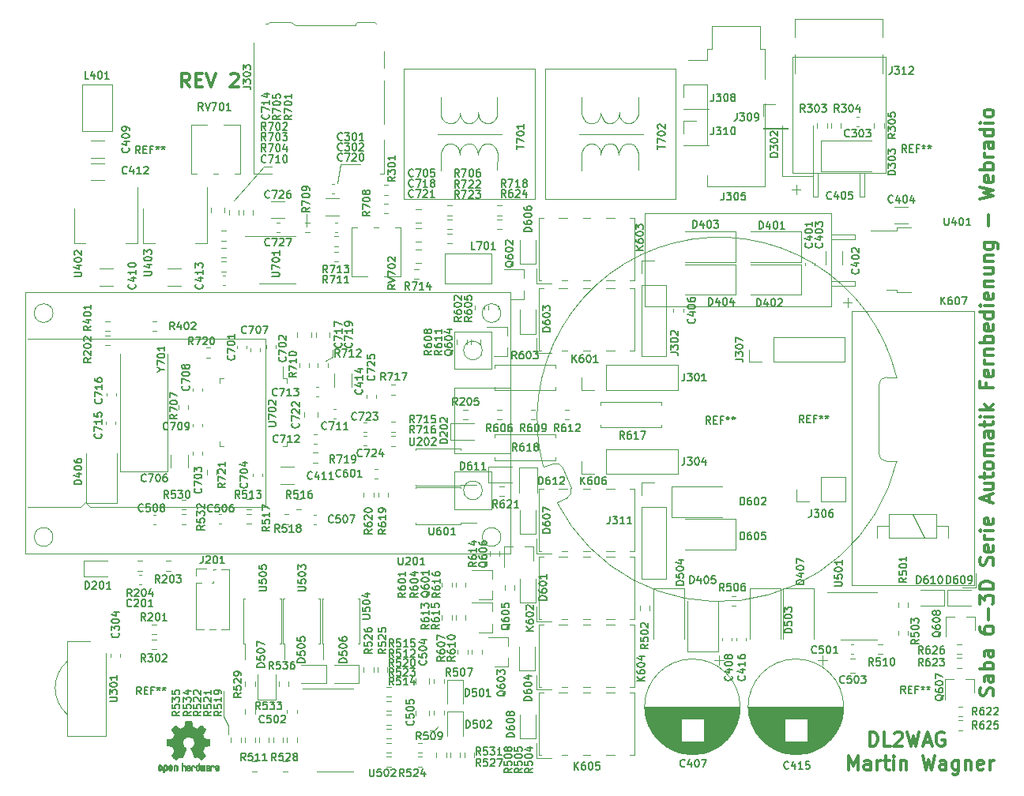
<source format=gbr>
%TF.GenerationSoftware,KiCad,Pcbnew,5.1.10-88a1d61d58~88~ubuntu18.04.1*%
%TF.CreationDate,2021-08-18T13:18:07+02:00*%
%TF.ProjectId,saba-fernbedienung,73616261-2d66-4657-926e-62656469656e,rev?*%
%TF.SameCoordinates,Original*%
%TF.FileFunction,Legend,Top*%
%TF.FilePolarity,Positive*%
%FSLAX46Y46*%
G04 Gerber Fmt 4.6, Leading zero omitted, Abs format (unit mm)*
G04 Created by KiCad (PCBNEW 5.1.10-88a1d61d58~88~ubuntu18.04.1) date 2021-08-18 13:18:07*
%MOMM*%
%LPD*%
G01*
G04 APERTURE LIST*
%ADD10C,0.120000*%
%ADD11C,0.050000*%
%ADD12C,0.300000*%
%ADD13C,0.010000*%
%ADD14C,0.100000*%
%ADD15C,0.153000*%
G04 APERTURE END LIST*
D10*
X128500000Y-94800000D02*
X127700000Y-95200000D01*
X128500000Y-94000000D02*
X128500000Y-94800000D01*
X125700000Y-79500000D02*
X125700000Y-80800000D01*
X117300000Y-134300000D02*
X117300000Y-135300000D01*
X116800000Y-133300000D02*
X117300000Y-134300000D01*
X116800000Y-130600000D02*
X116800000Y-133300000D01*
D11*
X188889998Y-96980002D02*
X187790000Y-96980000D01*
X151040725Y-106574582D02*
G75*
G02*
X188889998Y-96980002I18849275J5094582D01*
G01*
D10*
X139400000Y-134850000D02*
X139750000Y-134400000D01*
X138850000Y-134850000D02*
X139400000Y-134850000D01*
X129300000Y-74100000D02*
X129000000Y-76200000D01*
X131400000Y-74100000D02*
X129300000Y-74100000D01*
X121100000Y-74400000D02*
X121900000Y-74400000D01*
X121100000Y-74400000D02*
X117900000Y-78000000D01*
D12*
X199207142Y-131128571D02*
X199278571Y-130914285D01*
X199278571Y-130557142D01*
X199207142Y-130414285D01*
X199135714Y-130342857D01*
X198992857Y-130271428D01*
X198850000Y-130271428D01*
X198707142Y-130342857D01*
X198635714Y-130414285D01*
X198564285Y-130557142D01*
X198492857Y-130842857D01*
X198421428Y-130985714D01*
X198350000Y-131057142D01*
X198207142Y-131128571D01*
X198064285Y-131128571D01*
X197921428Y-131057142D01*
X197850000Y-130985714D01*
X197778571Y-130842857D01*
X197778571Y-130485714D01*
X197850000Y-130271428D01*
X199278571Y-128985714D02*
X198492857Y-128985714D01*
X198350000Y-129057142D01*
X198278571Y-129200000D01*
X198278571Y-129485714D01*
X198350000Y-129628571D01*
X199207142Y-128985714D02*
X199278571Y-129128571D01*
X199278571Y-129485714D01*
X199207142Y-129628571D01*
X199064285Y-129700000D01*
X198921428Y-129700000D01*
X198778571Y-129628571D01*
X198707142Y-129485714D01*
X198707142Y-129128571D01*
X198635714Y-128985714D01*
X199278571Y-128271428D02*
X197778571Y-128271428D01*
X198350000Y-128271428D02*
X198278571Y-128128571D01*
X198278571Y-127842857D01*
X198350000Y-127700000D01*
X198421428Y-127628571D01*
X198564285Y-127557142D01*
X198992857Y-127557142D01*
X199135714Y-127628571D01*
X199207142Y-127700000D01*
X199278571Y-127842857D01*
X199278571Y-128128571D01*
X199207142Y-128271428D01*
X199278571Y-126271428D02*
X198492857Y-126271428D01*
X198350000Y-126342857D01*
X198278571Y-126485714D01*
X198278571Y-126771428D01*
X198350000Y-126914285D01*
X199207142Y-126271428D02*
X199278571Y-126414285D01*
X199278571Y-126771428D01*
X199207142Y-126914285D01*
X199064285Y-126985714D01*
X198921428Y-126985714D01*
X198778571Y-126914285D01*
X198707142Y-126771428D01*
X198707142Y-126414285D01*
X198635714Y-126271428D01*
X197778571Y-123771428D02*
X197778571Y-124057142D01*
X197850000Y-124200000D01*
X197921428Y-124271428D01*
X198135714Y-124414285D01*
X198421428Y-124485714D01*
X198992857Y-124485714D01*
X199135714Y-124414285D01*
X199207142Y-124342857D01*
X199278571Y-124200000D01*
X199278571Y-123914285D01*
X199207142Y-123771428D01*
X199135714Y-123700000D01*
X198992857Y-123628571D01*
X198635714Y-123628571D01*
X198492857Y-123700000D01*
X198421428Y-123771428D01*
X198350000Y-123914285D01*
X198350000Y-124200000D01*
X198421428Y-124342857D01*
X198492857Y-124414285D01*
X198635714Y-124485714D01*
X198707142Y-122985714D02*
X198707142Y-121842857D01*
X197778571Y-121271428D02*
X197778571Y-120342857D01*
X198350000Y-120842857D01*
X198350000Y-120628571D01*
X198421428Y-120485714D01*
X198492857Y-120414285D01*
X198635714Y-120342857D01*
X198992857Y-120342857D01*
X199135714Y-120414285D01*
X199207142Y-120485714D01*
X199278571Y-120628571D01*
X199278571Y-121057142D01*
X199207142Y-121200000D01*
X199135714Y-121271428D01*
X199278571Y-119700000D02*
X197778571Y-119700000D01*
X197778571Y-119342857D01*
X197850000Y-119128571D01*
X197992857Y-118985714D01*
X198135714Y-118914285D01*
X198421428Y-118842857D01*
X198635714Y-118842857D01*
X198921428Y-118914285D01*
X199064285Y-118985714D01*
X199207142Y-119128571D01*
X199278571Y-119342857D01*
X199278571Y-119700000D01*
X199207142Y-117128571D02*
X199278571Y-116914285D01*
X199278571Y-116557142D01*
X199207142Y-116414285D01*
X199135714Y-116342857D01*
X198992857Y-116271428D01*
X198850000Y-116271428D01*
X198707142Y-116342857D01*
X198635714Y-116414285D01*
X198564285Y-116557142D01*
X198492857Y-116842857D01*
X198421428Y-116985714D01*
X198350000Y-117057142D01*
X198207142Y-117128571D01*
X198064285Y-117128571D01*
X197921428Y-117057142D01*
X197850000Y-116985714D01*
X197778571Y-116842857D01*
X197778571Y-116485714D01*
X197850000Y-116271428D01*
X199207142Y-115057142D02*
X199278571Y-115200000D01*
X199278571Y-115485714D01*
X199207142Y-115628571D01*
X199064285Y-115700000D01*
X198492857Y-115700000D01*
X198350000Y-115628571D01*
X198278571Y-115485714D01*
X198278571Y-115200000D01*
X198350000Y-115057142D01*
X198492857Y-114985714D01*
X198635714Y-114985714D01*
X198778571Y-115700000D01*
X199278571Y-114342857D02*
X198278571Y-114342857D01*
X198564285Y-114342857D02*
X198421428Y-114271428D01*
X198350000Y-114200000D01*
X198278571Y-114057142D01*
X198278571Y-113914285D01*
X199278571Y-113414285D02*
X198278571Y-113414285D01*
X197778571Y-113414285D02*
X197850000Y-113485714D01*
X197921428Y-113414285D01*
X197850000Y-113342857D01*
X197778571Y-113414285D01*
X197921428Y-113414285D01*
X199207142Y-112128571D02*
X199278571Y-112271428D01*
X199278571Y-112557142D01*
X199207142Y-112700000D01*
X199064285Y-112771428D01*
X198492857Y-112771428D01*
X198350000Y-112700000D01*
X198278571Y-112557142D01*
X198278571Y-112271428D01*
X198350000Y-112128571D01*
X198492857Y-112057142D01*
X198635714Y-112057142D01*
X198778571Y-112771428D01*
X198850000Y-110342857D02*
X198850000Y-109628571D01*
X199278571Y-110485714D02*
X197778571Y-109985714D01*
X199278571Y-109485714D01*
X198278571Y-108342857D02*
X199278571Y-108342857D01*
X198278571Y-108985714D02*
X199064285Y-108985714D01*
X199207142Y-108914285D01*
X199278571Y-108771428D01*
X199278571Y-108557142D01*
X199207142Y-108414285D01*
X199135714Y-108342857D01*
X198278571Y-107842857D02*
X198278571Y-107271428D01*
X197778571Y-107628571D02*
X199064285Y-107628571D01*
X199207142Y-107557142D01*
X199278571Y-107414285D01*
X199278571Y-107271428D01*
X199278571Y-106557142D02*
X199207142Y-106700000D01*
X199135714Y-106771428D01*
X198992857Y-106842857D01*
X198564285Y-106842857D01*
X198421428Y-106771428D01*
X198350000Y-106700000D01*
X198278571Y-106557142D01*
X198278571Y-106342857D01*
X198350000Y-106200000D01*
X198421428Y-106128571D01*
X198564285Y-106057142D01*
X198992857Y-106057142D01*
X199135714Y-106128571D01*
X199207142Y-106200000D01*
X199278571Y-106342857D01*
X199278571Y-106557142D01*
X199278571Y-105414285D02*
X198278571Y-105414285D01*
X198421428Y-105414285D02*
X198350000Y-105342857D01*
X198278571Y-105200000D01*
X198278571Y-104985714D01*
X198350000Y-104842857D01*
X198492857Y-104771428D01*
X199278571Y-104771428D01*
X198492857Y-104771428D02*
X198350000Y-104700000D01*
X198278571Y-104557142D01*
X198278571Y-104342857D01*
X198350000Y-104200000D01*
X198492857Y-104128571D01*
X199278571Y-104128571D01*
X199278571Y-102771428D02*
X198492857Y-102771428D01*
X198350000Y-102842857D01*
X198278571Y-102985714D01*
X198278571Y-103271428D01*
X198350000Y-103414285D01*
X199207142Y-102771428D02*
X199278571Y-102914285D01*
X199278571Y-103271428D01*
X199207142Y-103414285D01*
X199064285Y-103485714D01*
X198921428Y-103485714D01*
X198778571Y-103414285D01*
X198707142Y-103271428D01*
X198707142Y-102914285D01*
X198635714Y-102771428D01*
X198278571Y-102271428D02*
X198278571Y-101700000D01*
X197778571Y-102057142D02*
X199064285Y-102057142D01*
X199207142Y-101985714D01*
X199278571Y-101842857D01*
X199278571Y-101700000D01*
X199278571Y-101200000D02*
X198278571Y-101200000D01*
X197778571Y-101200000D02*
X197850000Y-101271428D01*
X197921428Y-101200000D01*
X197850000Y-101128571D01*
X197778571Y-101200000D01*
X197921428Y-101200000D01*
X199278571Y-100485714D02*
X197778571Y-100485714D01*
X198707142Y-100342857D02*
X199278571Y-99914285D01*
X198278571Y-99914285D02*
X198850000Y-100485714D01*
X198492857Y-97628571D02*
X198492857Y-98128571D01*
X199278571Y-98128571D02*
X197778571Y-98128571D01*
X197778571Y-97414285D01*
X199207142Y-96271428D02*
X199278571Y-96414285D01*
X199278571Y-96700000D01*
X199207142Y-96842857D01*
X199064285Y-96914285D01*
X198492857Y-96914285D01*
X198350000Y-96842857D01*
X198278571Y-96700000D01*
X198278571Y-96414285D01*
X198350000Y-96271428D01*
X198492857Y-96200000D01*
X198635714Y-96200000D01*
X198778571Y-96914285D01*
X199278571Y-95557142D02*
X198278571Y-95557142D01*
X198564285Y-95557142D02*
X198421428Y-95485714D01*
X198350000Y-95414285D01*
X198278571Y-95271428D01*
X198278571Y-95128571D01*
X198278571Y-94628571D02*
X199278571Y-94628571D01*
X198421428Y-94628571D02*
X198350000Y-94557142D01*
X198278571Y-94414285D01*
X198278571Y-94200000D01*
X198350000Y-94057142D01*
X198492857Y-93985714D01*
X199278571Y-93985714D01*
X199278571Y-93271428D02*
X197778571Y-93271428D01*
X198350000Y-93271428D02*
X198278571Y-93128571D01*
X198278571Y-92842857D01*
X198350000Y-92700000D01*
X198421428Y-92628571D01*
X198564285Y-92557142D01*
X198992857Y-92557142D01*
X199135714Y-92628571D01*
X199207142Y-92700000D01*
X199278571Y-92842857D01*
X199278571Y-93128571D01*
X199207142Y-93271428D01*
X199207142Y-91342857D02*
X199278571Y-91485714D01*
X199278571Y-91771428D01*
X199207142Y-91914285D01*
X199064285Y-91985714D01*
X198492857Y-91985714D01*
X198350000Y-91914285D01*
X198278571Y-91771428D01*
X198278571Y-91485714D01*
X198350000Y-91342857D01*
X198492857Y-91271428D01*
X198635714Y-91271428D01*
X198778571Y-91985714D01*
X199278571Y-89985714D02*
X197778571Y-89985714D01*
X199207142Y-89985714D02*
X199278571Y-90128571D01*
X199278571Y-90414285D01*
X199207142Y-90557142D01*
X199135714Y-90628571D01*
X198992857Y-90700000D01*
X198564285Y-90700000D01*
X198421428Y-90628571D01*
X198350000Y-90557142D01*
X198278571Y-90414285D01*
X198278571Y-90128571D01*
X198350000Y-89985714D01*
X199278571Y-89271428D02*
X198278571Y-89271428D01*
X197778571Y-89271428D02*
X197850000Y-89342857D01*
X197921428Y-89271428D01*
X197850000Y-89200000D01*
X197778571Y-89271428D01*
X197921428Y-89271428D01*
X199207142Y-87985714D02*
X199278571Y-88128571D01*
X199278571Y-88414285D01*
X199207142Y-88557142D01*
X199064285Y-88628571D01*
X198492857Y-88628571D01*
X198350000Y-88557142D01*
X198278571Y-88414285D01*
X198278571Y-88128571D01*
X198350000Y-87985714D01*
X198492857Y-87914285D01*
X198635714Y-87914285D01*
X198778571Y-88628571D01*
X198278571Y-87271428D02*
X199278571Y-87271428D01*
X198421428Y-87271428D02*
X198350000Y-87200000D01*
X198278571Y-87057142D01*
X198278571Y-86842857D01*
X198350000Y-86700000D01*
X198492857Y-86628571D01*
X199278571Y-86628571D01*
X198278571Y-85271428D02*
X199278571Y-85271428D01*
X198278571Y-85914285D02*
X199064285Y-85914285D01*
X199207142Y-85842857D01*
X199278571Y-85700000D01*
X199278571Y-85485714D01*
X199207142Y-85342857D01*
X199135714Y-85271428D01*
X198278571Y-84557142D02*
X199278571Y-84557142D01*
X198421428Y-84557142D02*
X198350000Y-84485714D01*
X198278571Y-84342857D01*
X198278571Y-84128571D01*
X198350000Y-83985714D01*
X198492857Y-83914285D01*
X199278571Y-83914285D01*
X198278571Y-82557142D02*
X199492857Y-82557142D01*
X199635714Y-82628571D01*
X199707142Y-82700000D01*
X199778571Y-82842857D01*
X199778571Y-83057142D01*
X199707142Y-83200000D01*
X199207142Y-82557142D02*
X199278571Y-82700000D01*
X199278571Y-82985714D01*
X199207142Y-83128571D01*
X199135714Y-83200000D01*
X198992857Y-83271428D01*
X198564285Y-83271428D01*
X198421428Y-83200000D01*
X198350000Y-83128571D01*
X198278571Y-82985714D01*
X198278571Y-82700000D01*
X198350000Y-82557142D01*
X198707142Y-80700000D02*
X198707142Y-79557142D01*
X197778571Y-77842857D02*
X199278571Y-77485714D01*
X198207142Y-77200000D01*
X199278571Y-76914285D01*
X197778571Y-76557142D01*
X199207142Y-75414285D02*
X199278571Y-75557142D01*
X199278571Y-75842857D01*
X199207142Y-75985714D01*
X199064285Y-76057142D01*
X198492857Y-76057142D01*
X198350000Y-75985714D01*
X198278571Y-75842857D01*
X198278571Y-75557142D01*
X198350000Y-75414285D01*
X198492857Y-75342857D01*
X198635714Y-75342857D01*
X198778571Y-76057142D01*
X199278571Y-74700000D02*
X197778571Y-74700000D01*
X198350000Y-74700000D02*
X198278571Y-74557142D01*
X198278571Y-74271428D01*
X198350000Y-74128571D01*
X198421428Y-74057142D01*
X198564285Y-73985714D01*
X198992857Y-73985714D01*
X199135714Y-74057142D01*
X199207142Y-74128571D01*
X199278571Y-74271428D01*
X199278571Y-74557142D01*
X199207142Y-74700000D01*
X199278571Y-73342857D02*
X198278571Y-73342857D01*
X198564285Y-73342857D02*
X198421428Y-73271428D01*
X198350000Y-73200000D01*
X198278571Y-73057142D01*
X198278571Y-72914285D01*
X199278571Y-71771428D02*
X198492857Y-71771428D01*
X198350000Y-71842857D01*
X198278571Y-71985714D01*
X198278571Y-72271428D01*
X198350000Y-72414285D01*
X199207142Y-71771428D02*
X199278571Y-71914285D01*
X199278571Y-72271428D01*
X199207142Y-72414285D01*
X199064285Y-72485714D01*
X198921428Y-72485714D01*
X198778571Y-72414285D01*
X198707142Y-72271428D01*
X198707142Y-71914285D01*
X198635714Y-71771428D01*
X199278571Y-70414285D02*
X197778571Y-70414285D01*
X199207142Y-70414285D02*
X199278571Y-70557142D01*
X199278571Y-70842857D01*
X199207142Y-70985714D01*
X199135714Y-71057142D01*
X198992857Y-71128571D01*
X198564285Y-71128571D01*
X198421428Y-71057142D01*
X198350000Y-70985714D01*
X198278571Y-70842857D01*
X198278571Y-70557142D01*
X198350000Y-70414285D01*
X199278571Y-69700000D02*
X198278571Y-69700000D01*
X197778571Y-69700000D02*
X197850000Y-69771428D01*
X197921428Y-69700000D01*
X197850000Y-69628571D01*
X197778571Y-69700000D01*
X197921428Y-69700000D01*
X199278571Y-68771428D02*
X199207142Y-68914285D01*
X199135714Y-68985714D01*
X198992857Y-69057142D01*
X198564285Y-69057142D01*
X198421428Y-68985714D01*
X198350000Y-68914285D01*
X198278571Y-68771428D01*
X198278571Y-68557142D01*
X198350000Y-68414285D01*
X198421428Y-68342857D01*
X198564285Y-68271428D01*
X198992857Y-68271428D01*
X199135714Y-68342857D01*
X199207142Y-68414285D01*
X199278571Y-68557142D01*
X199278571Y-68771428D01*
X113157142Y-65878571D02*
X112657142Y-65164285D01*
X112300000Y-65878571D02*
X112300000Y-64378571D01*
X112871428Y-64378571D01*
X113014285Y-64450000D01*
X113085714Y-64521428D01*
X113157142Y-64664285D01*
X113157142Y-64878571D01*
X113085714Y-65021428D01*
X113014285Y-65092857D01*
X112871428Y-65164285D01*
X112300000Y-65164285D01*
X113800000Y-65092857D02*
X114300000Y-65092857D01*
X114514285Y-65878571D02*
X113800000Y-65878571D01*
X113800000Y-64378571D01*
X114514285Y-64378571D01*
X114942857Y-64378571D02*
X115442857Y-65878571D01*
X115942857Y-64378571D01*
X117514285Y-64521428D02*
X117585714Y-64450000D01*
X117728571Y-64378571D01*
X118085714Y-64378571D01*
X118228571Y-64450000D01*
X118300000Y-64521428D01*
X118371428Y-64664285D01*
X118371428Y-64807142D01*
X118300000Y-65021428D01*
X117442857Y-65878571D01*
X118371428Y-65878571D01*
X186037857Y-136503571D02*
X186037857Y-135003571D01*
X186395000Y-135003571D01*
X186609285Y-135075000D01*
X186752142Y-135217857D01*
X186823571Y-135360714D01*
X186895000Y-135646428D01*
X186895000Y-135860714D01*
X186823571Y-136146428D01*
X186752142Y-136289285D01*
X186609285Y-136432142D01*
X186395000Y-136503571D01*
X186037857Y-136503571D01*
X188252142Y-136503571D02*
X187537857Y-136503571D01*
X187537857Y-135003571D01*
X188680714Y-135146428D02*
X188752142Y-135075000D01*
X188895000Y-135003571D01*
X189252142Y-135003571D01*
X189395000Y-135075000D01*
X189466428Y-135146428D01*
X189537857Y-135289285D01*
X189537857Y-135432142D01*
X189466428Y-135646428D01*
X188609285Y-136503571D01*
X189537857Y-136503571D01*
X190037857Y-135003571D02*
X190395000Y-136503571D01*
X190680714Y-135432142D01*
X190966428Y-136503571D01*
X191323571Y-135003571D01*
X191823571Y-136075000D02*
X192537857Y-136075000D01*
X191680714Y-136503571D02*
X192180714Y-135003571D01*
X192680714Y-136503571D01*
X193966428Y-135075000D02*
X193823571Y-135003571D01*
X193609285Y-135003571D01*
X193395000Y-135075000D01*
X193252142Y-135217857D01*
X193180714Y-135360714D01*
X193109285Y-135646428D01*
X193109285Y-135860714D01*
X193180714Y-136146428D01*
X193252142Y-136289285D01*
X193395000Y-136432142D01*
X193609285Y-136503571D01*
X193752142Y-136503571D01*
X193966428Y-136432142D01*
X194037857Y-136360714D01*
X194037857Y-135860714D01*
X193752142Y-135860714D01*
X183752142Y-139053571D02*
X183752142Y-137553571D01*
X184252142Y-138625000D01*
X184752142Y-137553571D01*
X184752142Y-139053571D01*
X186109285Y-139053571D02*
X186109285Y-138267857D01*
X186037857Y-138125000D01*
X185895000Y-138053571D01*
X185609285Y-138053571D01*
X185466428Y-138125000D01*
X186109285Y-138982142D02*
X185966428Y-139053571D01*
X185609285Y-139053571D01*
X185466428Y-138982142D01*
X185395000Y-138839285D01*
X185395000Y-138696428D01*
X185466428Y-138553571D01*
X185609285Y-138482142D01*
X185966428Y-138482142D01*
X186109285Y-138410714D01*
X186823571Y-139053571D02*
X186823571Y-138053571D01*
X186823571Y-138339285D02*
X186895000Y-138196428D01*
X186966428Y-138125000D01*
X187109285Y-138053571D01*
X187252142Y-138053571D01*
X187537857Y-138053571D02*
X188109285Y-138053571D01*
X187752142Y-137553571D02*
X187752142Y-138839285D01*
X187823571Y-138982142D01*
X187966428Y-139053571D01*
X188109285Y-139053571D01*
X188609285Y-139053571D02*
X188609285Y-138053571D01*
X188609285Y-137553571D02*
X188537857Y-137625000D01*
X188609285Y-137696428D01*
X188680714Y-137625000D01*
X188609285Y-137553571D01*
X188609285Y-137696428D01*
X189323571Y-138053571D02*
X189323571Y-139053571D01*
X189323571Y-138196428D02*
X189395000Y-138125000D01*
X189537857Y-138053571D01*
X189752142Y-138053571D01*
X189895000Y-138125000D01*
X189966428Y-138267857D01*
X189966428Y-139053571D01*
X191680714Y-137553571D02*
X192037857Y-139053571D01*
X192323571Y-137982142D01*
X192609285Y-139053571D01*
X192966428Y-137553571D01*
X194180714Y-139053571D02*
X194180714Y-138267857D01*
X194109285Y-138125000D01*
X193966428Y-138053571D01*
X193680714Y-138053571D01*
X193537857Y-138125000D01*
X194180714Y-138982142D02*
X194037857Y-139053571D01*
X193680714Y-139053571D01*
X193537857Y-138982142D01*
X193466428Y-138839285D01*
X193466428Y-138696428D01*
X193537857Y-138553571D01*
X193680714Y-138482142D01*
X194037857Y-138482142D01*
X194180714Y-138410714D01*
X195537857Y-138053571D02*
X195537857Y-139267857D01*
X195466428Y-139410714D01*
X195395000Y-139482142D01*
X195252142Y-139553571D01*
X195037857Y-139553571D01*
X194895000Y-139482142D01*
X195537857Y-138982142D02*
X195395000Y-139053571D01*
X195109285Y-139053571D01*
X194966428Y-138982142D01*
X194895000Y-138910714D01*
X194823571Y-138767857D01*
X194823571Y-138339285D01*
X194895000Y-138196428D01*
X194966428Y-138125000D01*
X195109285Y-138053571D01*
X195395000Y-138053571D01*
X195537857Y-138125000D01*
X196252142Y-138053571D02*
X196252142Y-139053571D01*
X196252142Y-138196428D02*
X196323571Y-138125000D01*
X196466428Y-138053571D01*
X196680714Y-138053571D01*
X196823571Y-138125000D01*
X196895000Y-138267857D01*
X196895000Y-139053571D01*
X198180714Y-138982142D02*
X198037857Y-139053571D01*
X197752142Y-139053571D01*
X197609285Y-138982142D01*
X197537857Y-138839285D01*
X197537857Y-138267857D01*
X197609285Y-138125000D01*
X197752142Y-138053571D01*
X198037857Y-138053571D01*
X198180714Y-138125000D01*
X198252142Y-138267857D01*
X198252142Y-138410714D01*
X197537857Y-138553571D01*
X198895000Y-139053571D02*
X198895000Y-138053571D01*
X198895000Y-138339285D02*
X198966428Y-138196428D01*
X199037857Y-138125000D01*
X199180714Y-138053571D01*
X199323571Y-138053571D01*
D11*
X188909032Y-105979595D02*
G75*
G02*
X152490001Y-110379999I-19019032J4499595D01*
G01*
X187790000Y-105980000D02*
X188909137Y-105979151D01*
X152064611Y-106249148D02*
X151038644Y-106566873D01*
X153590000Y-109880000D02*
X152490001Y-110379999D01*
X186990000Y-97780000D02*
G75*
G02*
X187790000Y-96980000I800000J0D01*
G01*
X187790000Y-105980000D02*
G75*
G02*
X186990000Y-105180000I0J800000D01*
G01*
X154013831Y-108831001D02*
G75*
G02*
X153590000Y-109880000I-736415J-312584D01*
G01*
X152064611Y-106249148D02*
G75*
G02*
X153120852Y-106654611I325389J-730852D01*
G01*
X186990000Y-105180000D02*
X186990000Y-97780000D01*
X153120852Y-106654611D02*
X154013831Y-108831001D01*
D13*
%TO.C,REF\u002A\u002A*%
G36*
X113103910Y-133842348D02*
G01*
X113182454Y-133842778D01*
X113239298Y-133843942D01*
X113278105Y-133846207D01*
X113302538Y-133849940D01*
X113316262Y-133855506D01*
X113322940Y-133863273D01*
X113326236Y-133873605D01*
X113326556Y-133874943D01*
X113331562Y-133899079D01*
X113340829Y-133946701D01*
X113353392Y-134012741D01*
X113368287Y-134092128D01*
X113384551Y-134179796D01*
X113385119Y-134182875D01*
X113401410Y-134268789D01*
X113416652Y-134344696D01*
X113429861Y-134406045D01*
X113440054Y-134448282D01*
X113446248Y-134466855D01*
X113446543Y-134467184D01*
X113464788Y-134476253D01*
X113502405Y-134491367D01*
X113551271Y-134509262D01*
X113551543Y-134509358D01*
X113613093Y-134532493D01*
X113685657Y-134561965D01*
X113754057Y-134591597D01*
X113757294Y-134593062D01*
X113868702Y-134643626D01*
X114115399Y-134475160D01*
X114191077Y-134423803D01*
X114259631Y-134377889D01*
X114317088Y-134340030D01*
X114359476Y-134312837D01*
X114382825Y-134298921D01*
X114385042Y-134297889D01*
X114402010Y-134302484D01*
X114433701Y-134324655D01*
X114481352Y-134365447D01*
X114546198Y-134425905D01*
X114612397Y-134490227D01*
X114676214Y-134553612D01*
X114733329Y-134611451D01*
X114780305Y-134660175D01*
X114813703Y-134696210D01*
X114830085Y-134715984D01*
X114830694Y-134717002D01*
X114832505Y-134730572D01*
X114825683Y-134752733D01*
X114808540Y-134786478D01*
X114779393Y-134834800D01*
X114736555Y-134900692D01*
X114679448Y-134985517D01*
X114628766Y-135060177D01*
X114583461Y-135127140D01*
X114546150Y-135182516D01*
X114519452Y-135222420D01*
X114505985Y-135242962D01*
X114505137Y-135244356D01*
X114506781Y-135264038D01*
X114519245Y-135302293D01*
X114540048Y-135351889D01*
X114547462Y-135367728D01*
X114579814Y-135438290D01*
X114614328Y-135518353D01*
X114642365Y-135587629D01*
X114662568Y-135639045D01*
X114678615Y-135678119D01*
X114687888Y-135698541D01*
X114689041Y-135700114D01*
X114706096Y-135702721D01*
X114746298Y-135709863D01*
X114804302Y-135720523D01*
X114874763Y-135733685D01*
X114952335Y-135748333D01*
X115031672Y-135763449D01*
X115107431Y-135778018D01*
X115174264Y-135791022D01*
X115226828Y-135801445D01*
X115259776Y-135808270D01*
X115267857Y-135810199D01*
X115276205Y-135814962D01*
X115282506Y-135825718D01*
X115287045Y-135846098D01*
X115290104Y-135879734D01*
X115291967Y-135930255D01*
X115292918Y-136001292D01*
X115293240Y-136096476D01*
X115293257Y-136135492D01*
X115293257Y-136452799D01*
X115217057Y-136467839D01*
X115174663Y-136475995D01*
X115111400Y-136487899D01*
X115034962Y-136502116D01*
X114953043Y-136517210D01*
X114930400Y-136521355D01*
X114854806Y-136536053D01*
X114788953Y-136550505D01*
X114738366Y-136563375D01*
X114708574Y-136573322D01*
X114703612Y-136576287D01*
X114691426Y-136597283D01*
X114673953Y-136637967D01*
X114654577Y-136690322D01*
X114650734Y-136701600D01*
X114625339Y-136771523D01*
X114593817Y-136850418D01*
X114562969Y-136921266D01*
X114562817Y-136921595D01*
X114511447Y-137032733D01*
X114680399Y-137281253D01*
X114849352Y-137529772D01*
X114632429Y-137747058D01*
X114566819Y-137811726D01*
X114506979Y-137868733D01*
X114456267Y-137915033D01*
X114418046Y-137947584D01*
X114395675Y-137963343D01*
X114392466Y-137964343D01*
X114373626Y-137956469D01*
X114335180Y-137934578D01*
X114281330Y-137901267D01*
X114216276Y-137859131D01*
X114145940Y-137811943D01*
X114074555Y-137763810D01*
X114010908Y-137721928D01*
X113959041Y-137688871D01*
X113922995Y-137667218D01*
X113906867Y-137659543D01*
X113887189Y-137666037D01*
X113849875Y-137683150D01*
X113802621Y-137707326D01*
X113797612Y-137710013D01*
X113733977Y-137741927D01*
X113690341Y-137757579D01*
X113663202Y-137757745D01*
X113649057Y-137743204D01*
X113648975Y-137743000D01*
X113641905Y-137725779D01*
X113625042Y-137684899D01*
X113599695Y-137623525D01*
X113567171Y-137544819D01*
X113528778Y-137451947D01*
X113485822Y-137348072D01*
X113444222Y-137247502D01*
X113398504Y-137136516D01*
X113356526Y-137033703D01*
X113319548Y-136942215D01*
X113288827Y-136865201D01*
X113265622Y-136805815D01*
X113251190Y-136767209D01*
X113246743Y-136752800D01*
X113257896Y-136736272D01*
X113287069Y-136709930D01*
X113325971Y-136680887D01*
X113436757Y-136589039D01*
X113523351Y-136483759D01*
X113584716Y-136367266D01*
X113619815Y-136241776D01*
X113627608Y-136109507D01*
X113621943Y-136048457D01*
X113591078Y-135921795D01*
X113537920Y-135809941D01*
X113465767Y-135714001D01*
X113377917Y-135635076D01*
X113277665Y-135574270D01*
X113168310Y-135532687D01*
X113053147Y-135511428D01*
X112935475Y-135511599D01*
X112818590Y-135534301D01*
X112705789Y-135580638D01*
X112600369Y-135651713D01*
X112556368Y-135691911D01*
X112471979Y-135795129D01*
X112413222Y-135907925D01*
X112379704Y-136027010D01*
X112371035Y-136149095D01*
X112386823Y-136270893D01*
X112426678Y-136389116D01*
X112490207Y-136500475D01*
X112577021Y-136601684D01*
X112674029Y-136680887D01*
X112714437Y-136711162D01*
X112742982Y-136737219D01*
X112753257Y-136752825D01*
X112747877Y-136769843D01*
X112732575Y-136810500D01*
X112708612Y-136871642D01*
X112677244Y-136950119D01*
X112639732Y-137042780D01*
X112597333Y-137146472D01*
X112555663Y-137247526D01*
X112509690Y-137358607D01*
X112467107Y-137461541D01*
X112429221Y-137553165D01*
X112397340Y-137630316D01*
X112372771Y-137689831D01*
X112356820Y-137728544D01*
X112350910Y-137743000D01*
X112336948Y-137757685D01*
X112309940Y-137757642D01*
X112266413Y-137742099D01*
X112202890Y-137710284D01*
X112202388Y-137710013D01*
X112154560Y-137685323D01*
X112115897Y-137667338D01*
X112094095Y-137659614D01*
X112093133Y-137659543D01*
X112076721Y-137667378D01*
X112040487Y-137689165D01*
X111988474Y-137722328D01*
X111924725Y-137764291D01*
X111854060Y-137811943D01*
X111782116Y-137860191D01*
X111717274Y-137902151D01*
X111663735Y-137935227D01*
X111625697Y-137956821D01*
X111607533Y-137964343D01*
X111590808Y-137954457D01*
X111557180Y-137926826D01*
X111510010Y-137884495D01*
X111452658Y-137830505D01*
X111388484Y-137767899D01*
X111367497Y-137746983D01*
X111150499Y-137529623D01*
X111315668Y-137287220D01*
X111365864Y-137212781D01*
X111409919Y-137145972D01*
X111445362Y-137090665D01*
X111469719Y-137050729D01*
X111480522Y-137030036D01*
X111480838Y-137028563D01*
X111475143Y-137009058D01*
X111459826Y-136969822D01*
X111437537Y-136917430D01*
X111421893Y-136882355D01*
X111392641Y-136815201D01*
X111365094Y-136747358D01*
X111343737Y-136690034D01*
X111337935Y-136672572D01*
X111321452Y-136625938D01*
X111305340Y-136589905D01*
X111296490Y-136576287D01*
X111276960Y-136567952D01*
X111234334Y-136556137D01*
X111174145Y-136542181D01*
X111101922Y-136527422D01*
X111069600Y-136521355D01*
X110987522Y-136506273D01*
X110908795Y-136491669D01*
X110841109Y-136478980D01*
X110792160Y-136469642D01*
X110782943Y-136467839D01*
X110706743Y-136452799D01*
X110706743Y-136135492D01*
X110706914Y-136031154D01*
X110707616Y-135952213D01*
X110709134Y-135895038D01*
X110711749Y-135855999D01*
X110715746Y-135831465D01*
X110721409Y-135817805D01*
X110729020Y-135811389D01*
X110732143Y-135810199D01*
X110750978Y-135805980D01*
X110792588Y-135797562D01*
X110851630Y-135785961D01*
X110922757Y-135772195D01*
X111000625Y-135757280D01*
X111079887Y-135742232D01*
X111155198Y-135728069D01*
X111221213Y-135715806D01*
X111272587Y-135706461D01*
X111303975Y-135701050D01*
X111310959Y-135700114D01*
X111317285Y-135687596D01*
X111331290Y-135654246D01*
X111350355Y-135606377D01*
X111357634Y-135587629D01*
X111386996Y-135515195D01*
X111421571Y-135435170D01*
X111452537Y-135367728D01*
X111475323Y-135316159D01*
X111490482Y-135273785D01*
X111495542Y-135247834D01*
X111494736Y-135244356D01*
X111484041Y-135227936D01*
X111459620Y-135191417D01*
X111424095Y-135138687D01*
X111380087Y-135073635D01*
X111330217Y-135000151D01*
X111320356Y-134985645D01*
X111262492Y-134899704D01*
X111219956Y-134834261D01*
X111191054Y-134786304D01*
X111174090Y-134752820D01*
X111167367Y-134730795D01*
X111169190Y-134717217D01*
X111169236Y-134717131D01*
X111183586Y-134699297D01*
X111215323Y-134664817D01*
X111261010Y-134617268D01*
X111317204Y-134560222D01*
X111380468Y-134497255D01*
X111387602Y-134490227D01*
X111467330Y-134413020D01*
X111528857Y-134356330D01*
X111573421Y-134319110D01*
X111602257Y-134300315D01*
X111614958Y-134297889D01*
X111633494Y-134308471D01*
X111671961Y-134332916D01*
X111726386Y-134368612D01*
X111792798Y-134412947D01*
X111867225Y-134463311D01*
X111884601Y-134475160D01*
X112131297Y-134643626D01*
X112242706Y-134593062D01*
X112310457Y-134563595D01*
X112383183Y-134533959D01*
X112445703Y-134510330D01*
X112448457Y-134509358D01*
X112497360Y-134491457D01*
X112535057Y-134476320D01*
X112553425Y-134467210D01*
X112553456Y-134467184D01*
X112559285Y-134450717D01*
X112569192Y-134410219D01*
X112582195Y-134350242D01*
X112597309Y-134275340D01*
X112613552Y-134190064D01*
X112614881Y-134182875D01*
X112631175Y-134095014D01*
X112646133Y-134015260D01*
X112658791Y-133948681D01*
X112668186Y-133900347D01*
X112673354Y-133875325D01*
X112673444Y-133874943D01*
X112676589Y-133864299D01*
X112682704Y-133856262D01*
X112695453Y-133850467D01*
X112718500Y-133846547D01*
X112755509Y-133844135D01*
X112810144Y-133842865D01*
X112886067Y-133842371D01*
X112986944Y-133842286D01*
X113000000Y-133842286D01*
X113103910Y-133842348D01*
G37*
X113103910Y-133842348D02*
X113182454Y-133842778D01*
X113239298Y-133843942D01*
X113278105Y-133846207D01*
X113302538Y-133849940D01*
X113316262Y-133855506D01*
X113322940Y-133863273D01*
X113326236Y-133873605D01*
X113326556Y-133874943D01*
X113331562Y-133899079D01*
X113340829Y-133946701D01*
X113353392Y-134012741D01*
X113368287Y-134092128D01*
X113384551Y-134179796D01*
X113385119Y-134182875D01*
X113401410Y-134268789D01*
X113416652Y-134344696D01*
X113429861Y-134406045D01*
X113440054Y-134448282D01*
X113446248Y-134466855D01*
X113446543Y-134467184D01*
X113464788Y-134476253D01*
X113502405Y-134491367D01*
X113551271Y-134509262D01*
X113551543Y-134509358D01*
X113613093Y-134532493D01*
X113685657Y-134561965D01*
X113754057Y-134591597D01*
X113757294Y-134593062D01*
X113868702Y-134643626D01*
X114115399Y-134475160D01*
X114191077Y-134423803D01*
X114259631Y-134377889D01*
X114317088Y-134340030D01*
X114359476Y-134312837D01*
X114382825Y-134298921D01*
X114385042Y-134297889D01*
X114402010Y-134302484D01*
X114433701Y-134324655D01*
X114481352Y-134365447D01*
X114546198Y-134425905D01*
X114612397Y-134490227D01*
X114676214Y-134553612D01*
X114733329Y-134611451D01*
X114780305Y-134660175D01*
X114813703Y-134696210D01*
X114830085Y-134715984D01*
X114830694Y-134717002D01*
X114832505Y-134730572D01*
X114825683Y-134752733D01*
X114808540Y-134786478D01*
X114779393Y-134834800D01*
X114736555Y-134900692D01*
X114679448Y-134985517D01*
X114628766Y-135060177D01*
X114583461Y-135127140D01*
X114546150Y-135182516D01*
X114519452Y-135222420D01*
X114505985Y-135242962D01*
X114505137Y-135244356D01*
X114506781Y-135264038D01*
X114519245Y-135302293D01*
X114540048Y-135351889D01*
X114547462Y-135367728D01*
X114579814Y-135438290D01*
X114614328Y-135518353D01*
X114642365Y-135587629D01*
X114662568Y-135639045D01*
X114678615Y-135678119D01*
X114687888Y-135698541D01*
X114689041Y-135700114D01*
X114706096Y-135702721D01*
X114746298Y-135709863D01*
X114804302Y-135720523D01*
X114874763Y-135733685D01*
X114952335Y-135748333D01*
X115031672Y-135763449D01*
X115107431Y-135778018D01*
X115174264Y-135791022D01*
X115226828Y-135801445D01*
X115259776Y-135808270D01*
X115267857Y-135810199D01*
X115276205Y-135814962D01*
X115282506Y-135825718D01*
X115287045Y-135846098D01*
X115290104Y-135879734D01*
X115291967Y-135930255D01*
X115292918Y-136001292D01*
X115293240Y-136096476D01*
X115293257Y-136135492D01*
X115293257Y-136452799D01*
X115217057Y-136467839D01*
X115174663Y-136475995D01*
X115111400Y-136487899D01*
X115034962Y-136502116D01*
X114953043Y-136517210D01*
X114930400Y-136521355D01*
X114854806Y-136536053D01*
X114788953Y-136550505D01*
X114738366Y-136563375D01*
X114708574Y-136573322D01*
X114703612Y-136576287D01*
X114691426Y-136597283D01*
X114673953Y-136637967D01*
X114654577Y-136690322D01*
X114650734Y-136701600D01*
X114625339Y-136771523D01*
X114593817Y-136850418D01*
X114562969Y-136921266D01*
X114562817Y-136921595D01*
X114511447Y-137032733D01*
X114680399Y-137281253D01*
X114849352Y-137529772D01*
X114632429Y-137747058D01*
X114566819Y-137811726D01*
X114506979Y-137868733D01*
X114456267Y-137915033D01*
X114418046Y-137947584D01*
X114395675Y-137963343D01*
X114392466Y-137964343D01*
X114373626Y-137956469D01*
X114335180Y-137934578D01*
X114281330Y-137901267D01*
X114216276Y-137859131D01*
X114145940Y-137811943D01*
X114074555Y-137763810D01*
X114010908Y-137721928D01*
X113959041Y-137688871D01*
X113922995Y-137667218D01*
X113906867Y-137659543D01*
X113887189Y-137666037D01*
X113849875Y-137683150D01*
X113802621Y-137707326D01*
X113797612Y-137710013D01*
X113733977Y-137741927D01*
X113690341Y-137757579D01*
X113663202Y-137757745D01*
X113649057Y-137743204D01*
X113648975Y-137743000D01*
X113641905Y-137725779D01*
X113625042Y-137684899D01*
X113599695Y-137623525D01*
X113567171Y-137544819D01*
X113528778Y-137451947D01*
X113485822Y-137348072D01*
X113444222Y-137247502D01*
X113398504Y-137136516D01*
X113356526Y-137033703D01*
X113319548Y-136942215D01*
X113288827Y-136865201D01*
X113265622Y-136805815D01*
X113251190Y-136767209D01*
X113246743Y-136752800D01*
X113257896Y-136736272D01*
X113287069Y-136709930D01*
X113325971Y-136680887D01*
X113436757Y-136589039D01*
X113523351Y-136483759D01*
X113584716Y-136367266D01*
X113619815Y-136241776D01*
X113627608Y-136109507D01*
X113621943Y-136048457D01*
X113591078Y-135921795D01*
X113537920Y-135809941D01*
X113465767Y-135714001D01*
X113377917Y-135635076D01*
X113277665Y-135574270D01*
X113168310Y-135532687D01*
X113053147Y-135511428D01*
X112935475Y-135511599D01*
X112818590Y-135534301D01*
X112705789Y-135580638D01*
X112600369Y-135651713D01*
X112556368Y-135691911D01*
X112471979Y-135795129D01*
X112413222Y-135907925D01*
X112379704Y-136027010D01*
X112371035Y-136149095D01*
X112386823Y-136270893D01*
X112426678Y-136389116D01*
X112490207Y-136500475D01*
X112577021Y-136601684D01*
X112674029Y-136680887D01*
X112714437Y-136711162D01*
X112742982Y-136737219D01*
X112753257Y-136752825D01*
X112747877Y-136769843D01*
X112732575Y-136810500D01*
X112708612Y-136871642D01*
X112677244Y-136950119D01*
X112639732Y-137042780D01*
X112597333Y-137146472D01*
X112555663Y-137247526D01*
X112509690Y-137358607D01*
X112467107Y-137461541D01*
X112429221Y-137553165D01*
X112397340Y-137630316D01*
X112372771Y-137689831D01*
X112356820Y-137728544D01*
X112350910Y-137743000D01*
X112336948Y-137757685D01*
X112309940Y-137757642D01*
X112266413Y-137742099D01*
X112202890Y-137710284D01*
X112202388Y-137710013D01*
X112154560Y-137685323D01*
X112115897Y-137667338D01*
X112094095Y-137659614D01*
X112093133Y-137659543D01*
X112076721Y-137667378D01*
X112040487Y-137689165D01*
X111988474Y-137722328D01*
X111924725Y-137764291D01*
X111854060Y-137811943D01*
X111782116Y-137860191D01*
X111717274Y-137902151D01*
X111663735Y-137935227D01*
X111625697Y-137956821D01*
X111607533Y-137964343D01*
X111590808Y-137954457D01*
X111557180Y-137926826D01*
X111510010Y-137884495D01*
X111452658Y-137830505D01*
X111388484Y-137767899D01*
X111367497Y-137746983D01*
X111150499Y-137529623D01*
X111315668Y-137287220D01*
X111365864Y-137212781D01*
X111409919Y-137145972D01*
X111445362Y-137090665D01*
X111469719Y-137050729D01*
X111480522Y-137030036D01*
X111480838Y-137028563D01*
X111475143Y-137009058D01*
X111459826Y-136969822D01*
X111437537Y-136917430D01*
X111421893Y-136882355D01*
X111392641Y-136815201D01*
X111365094Y-136747358D01*
X111343737Y-136690034D01*
X111337935Y-136672572D01*
X111321452Y-136625938D01*
X111305340Y-136589905D01*
X111296490Y-136576287D01*
X111276960Y-136567952D01*
X111234334Y-136556137D01*
X111174145Y-136542181D01*
X111101922Y-136527422D01*
X111069600Y-136521355D01*
X110987522Y-136506273D01*
X110908795Y-136491669D01*
X110841109Y-136478980D01*
X110792160Y-136469642D01*
X110782943Y-136467839D01*
X110706743Y-136452799D01*
X110706743Y-136135492D01*
X110706914Y-136031154D01*
X110707616Y-135952213D01*
X110709134Y-135895038D01*
X110711749Y-135855999D01*
X110715746Y-135831465D01*
X110721409Y-135817805D01*
X110729020Y-135811389D01*
X110732143Y-135810199D01*
X110750978Y-135805980D01*
X110792588Y-135797562D01*
X110851630Y-135785961D01*
X110922757Y-135772195D01*
X111000625Y-135757280D01*
X111079887Y-135742232D01*
X111155198Y-135728069D01*
X111221213Y-135715806D01*
X111272587Y-135706461D01*
X111303975Y-135701050D01*
X111310959Y-135700114D01*
X111317285Y-135687596D01*
X111331290Y-135654246D01*
X111350355Y-135606377D01*
X111357634Y-135587629D01*
X111386996Y-135515195D01*
X111421571Y-135435170D01*
X111452537Y-135367728D01*
X111475323Y-135316159D01*
X111490482Y-135273785D01*
X111495542Y-135247834D01*
X111494736Y-135244356D01*
X111484041Y-135227936D01*
X111459620Y-135191417D01*
X111424095Y-135138687D01*
X111380087Y-135073635D01*
X111330217Y-135000151D01*
X111320356Y-134985645D01*
X111262492Y-134899704D01*
X111219956Y-134834261D01*
X111191054Y-134786304D01*
X111174090Y-134752820D01*
X111167367Y-134730795D01*
X111169190Y-134717217D01*
X111169236Y-134717131D01*
X111183586Y-134699297D01*
X111215323Y-134664817D01*
X111261010Y-134617268D01*
X111317204Y-134560222D01*
X111380468Y-134497255D01*
X111387602Y-134490227D01*
X111467330Y-134413020D01*
X111528857Y-134356330D01*
X111573421Y-134319110D01*
X111602257Y-134300315D01*
X111614958Y-134297889D01*
X111633494Y-134308471D01*
X111671961Y-134332916D01*
X111726386Y-134368612D01*
X111792798Y-134412947D01*
X111867225Y-134463311D01*
X111884601Y-134475160D01*
X112131297Y-134643626D01*
X112242706Y-134593062D01*
X112310457Y-134563595D01*
X112383183Y-134533959D01*
X112445703Y-134510330D01*
X112448457Y-134509358D01*
X112497360Y-134491457D01*
X112535057Y-134476320D01*
X112553425Y-134467210D01*
X112553456Y-134467184D01*
X112559285Y-134450717D01*
X112569192Y-134410219D01*
X112582195Y-134350242D01*
X112597309Y-134275340D01*
X112613552Y-134190064D01*
X112614881Y-134182875D01*
X112631175Y-134095014D01*
X112646133Y-134015260D01*
X112658791Y-133948681D01*
X112668186Y-133900347D01*
X112673354Y-133875325D01*
X112673444Y-133874943D01*
X112676589Y-133864299D01*
X112682704Y-133856262D01*
X112695453Y-133850467D01*
X112718500Y-133846547D01*
X112755509Y-133844135D01*
X112810144Y-133842865D01*
X112886067Y-133842371D01*
X112986944Y-133842286D01*
X113000000Y-133842286D01*
X113103910Y-133842348D01*
G36*
X116153595Y-138566966D02*
G01*
X116211021Y-138604497D01*
X116238719Y-138638096D01*
X116260662Y-138699064D01*
X116262405Y-138747308D01*
X116258457Y-138811816D01*
X116109686Y-138876934D01*
X116037349Y-138910202D01*
X115990084Y-138936964D01*
X115965507Y-138960144D01*
X115961237Y-138982667D01*
X115974889Y-139007455D01*
X115989943Y-139023886D01*
X116033746Y-139050235D01*
X116081389Y-139052081D01*
X116125145Y-139031546D01*
X116157289Y-138990752D01*
X116163038Y-138976347D01*
X116190576Y-138931356D01*
X116222258Y-138912182D01*
X116265714Y-138895779D01*
X116265714Y-138957966D01*
X116261872Y-139000283D01*
X116246823Y-139035969D01*
X116215280Y-139076943D01*
X116210592Y-139082267D01*
X116175506Y-139118720D01*
X116145347Y-139138283D01*
X116107615Y-139147283D01*
X116076335Y-139150230D01*
X116020385Y-139150965D01*
X115980555Y-139141660D01*
X115955708Y-139127846D01*
X115916656Y-139097467D01*
X115889625Y-139064613D01*
X115872517Y-139023294D01*
X115863238Y-138967521D01*
X115859693Y-138891305D01*
X115859410Y-138852622D01*
X115860372Y-138806247D01*
X115948007Y-138806247D01*
X115949023Y-138831126D01*
X115951556Y-138835200D01*
X115968274Y-138829665D01*
X116004249Y-138815017D01*
X116052331Y-138794190D01*
X116062386Y-138789714D01*
X116123152Y-138758814D01*
X116156632Y-138731657D01*
X116163990Y-138706220D01*
X116146391Y-138680481D01*
X116131856Y-138669109D01*
X116079410Y-138646364D01*
X116030322Y-138650122D01*
X115989227Y-138677884D01*
X115960758Y-138727152D01*
X115951631Y-138766257D01*
X115948007Y-138806247D01*
X115860372Y-138806247D01*
X115861285Y-138762249D01*
X115868196Y-138695384D01*
X115881884Y-138646695D01*
X115904096Y-138610849D01*
X115936574Y-138582513D01*
X115950733Y-138573355D01*
X116015053Y-138549507D01*
X116085473Y-138548006D01*
X116153595Y-138566966D01*
G37*
X116153595Y-138566966D02*
X116211021Y-138604497D01*
X116238719Y-138638096D01*
X116260662Y-138699064D01*
X116262405Y-138747308D01*
X116258457Y-138811816D01*
X116109686Y-138876934D01*
X116037349Y-138910202D01*
X115990084Y-138936964D01*
X115965507Y-138960144D01*
X115961237Y-138982667D01*
X115974889Y-139007455D01*
X115989943Y-139023886D01*
X116033746Y-139050235D01*
X116081389Y-139052081D01*
X116125145Y-139031546D01*
X116157289Y-138990752D01*
X116163038Y-138976347D01*
X116190576Y-138931356D01*
X116222258Y-138912182D01*
X116265714Y-138895779D01*
X116265714Y-138957966D01*
X116261872Y-139000283D01*
X116246823Y-139035969D01*
X116215280Y-139076943D01*
X116210592Y-139082267D01*
X116175506Y-139118720D01*
X116145347Y-139138283D01*
X116107615Y-139147283D01*
X116076335Y-139150230D01*
X116020385Y-139150965D01*
X115980555Y-139141660D01*
X115955708Y-139127846D01*
X115916656Y-139097467D01*
X115889625Y-139064613D01*
X115872517Y-139023294D01*
X115863238Y-138967521D01*
X115859693Y-138891305D01*
X115859410Y-138852622D01*
X115860372Y-138806247D01*
X115948007Y-138806247D01*
X115949023Y-138831126D01*
X115951556Y-138835200D01*
X115968274Y-138829665D01*
X116004249Y-138815017D01*
X116052331Y-138794190D01*
X116062386Y-138789714D01*
X116123152Y-138758814D01*
X116156632Y-138731657D01*
X116163990Y-138706220D01*
X116146391Y-138680481D01*
X116131856Y-138669109D01*
X116079410Y-138646364D01*
X116030322Y-138650122D01*
X115989227Y-138677884D01*
X115960758Y-138727152D01*
X115951631Y-138766257D01*
X115948007Y-138806247D01*
X115860372Y-138806247D01*
X115861285Y-138762249D01*
X115868196Y-138695384D01*
X115881884Y-138646695D01*
X115904096Y-138610849D01*
X115936574Y-138582513D01*
X115950733Y-138573355D01*
X116015053Y-138549507D01*
X116085473Y-138548006D01*
X116153595Y-138566966D01*
G36*
X115652600Y-138558752D02*
G01*
X115669948Y-138566334D01*
X115711356Y-138599128D01*
X115746765Y-138646547D01*
X115768664Y-138697151D01*
X115772229Y-138722098D01*
X115760279Y-138756927D01*
X115734067Y-138775357D01*
X115705964Y-138786516D01*
X115693095Y-138788572D01*
X115686829Y-138773649D01*
X115674456Y-138741175D01*
X115669028Y-138726502D01*
X115638590Y-138675744D01*
X115594520Y-138650427D01*
X115538010Y-138651206D01*
X115533825Y-138652203D01*
X115503655Y-138666507D01*
X115481476Y-138694393D01*
X115466327Y-138739287D01*
X115457250Y-138804615D01*
X115453286Y-138893804D01*
X115452914Y-138941261D01*
X115452730Y-139016071D01*
X115451522Y-139067069D01*
X115448309Y-139099471D01*
X115442109Y-139118495D01*
X115431940Y-139129356D01*
X115416819Y-139137272D01*
X115415946Y-139137670D01*
X115386828Y-139149981D01*
X115372403Y-139154514D01*
X115370186Y-139140809D01*
X115368289Y-139102925D01*
X115366847Y-139045715D01*
X115365998Y-138974027D01*
X115365829Y-138921565D01*
X115366692Y-138820047D01*
X115370070Y-138743032D01*
X115377142Y-138686023D01*
X115389088Y-138644526D01*
X115407090Y-138614043D01*
X115432327Y-138590080D01*
X115457247Y-138573355D01*
X115517171Y-138551097D01*
X115586911Y-138546076D01*
X115652600Y-138558752D01*
G37*
X115652600Y-138558752D02*
X115669948Y-138566334D01*
X115711356Y-138599128D01*
X115746765Y-138646547D01*
X115768664Y-138697151D01*
X115772229Y-138722098D01*
X115760279Y-138756927D01*
X115734067Y-138775357D01*
X115705964Y-138786516D01*
X115693095Y-138788572D01*
X115686829Y-138773649D01*
X115674456Y-138741175D01*
X115669028Y-138726502D01*
X115638590Y-138675744D01*
X115594520Y-138650427D01*
X115538010Y-138651206D01*
X115533825Y-138652203D01*
X115503655Y-138666507D01*
X115481476Y-138694393D01*
X115466327Y-138739287D01*
X115457250Y-138804615D01*
X115453286Y-138893804D01*
X115452914Y-138941261D01*
X115452730Y-139016071D01*
X115451522Y-139067069D01*
X115448309Y-139099471D01*
X115442109Y-139118495D01*
X115431940Y-139129356D01*
X115416819Y-139137272D01*
X115415946Y-139137670D01*
X115386828Y-139149981D01*
X115372403Y-139154514D01*
X115370186Y-139140809D01*
X115368289Y-139102925D01*
X115366847Y-139045715D01*
X115365998Y-138974027D01*
X115365829Y-138921565D01*
X115366692Y-138820047D01*
X115370070Y-138743032D01*
X115377142Y-138686023D01*
X115389088Y-138644526D01*
X115407090Y-138614043D01*
X115432327Y-138590080D01*
X115457247Y-138573355D01*
X115517171Y-138551097D01*
X115586911Y-138546076D01*
X115652600Y-138558752D01*
G36*
X115144876Y-138556335D02*
G01*
X115186667Y-138575344D01*
X115219469Y-138598378D01*
X115243503Y-138624133D01*
X115260097Y-138657358D01*
X115270577Y-138702800D01*
X115276271Y-138765207D01*
X115278507Y-138849327D01*
X115278743Y-138904721D01*
X115278743Y-139120826D01*
X115241774Y-139137670D01*
X115212656Y-139149981D01*
X115198231Y-139154514D01*
X115195472Y-139141025D01*
X115193282Y-139104653D01*
X115191942Y-139051542D01*
X115191657Y-139009372D01*
X115190434Y-138948447D01*
X115187136Y-138900115D01*
X115182321Y-138870518D01*
X115178496Y-138864229D01*
X115152783Y-138870652D01*
X115112418Y-138887125D01*
X115065679Y-138909458D01*
X115020845Y-138933457D01*
X114986193Y-138954930D01*
X114970002Y-138969685D01*
X114969938Y-138969845D01*
X114971330Y-138997152D01*
X114983818Y-139023219D01*
X115005743Y-139044392D01*
X115037743Y-139051474D01*
X115065092Y-139050649D01*
X115103826Y-139050042D01*
X115124158Y-139059116D01*
X115136369Y-139083092D01*
X115137909Y-139087613D01*
X115143203Y-139121806D01*
X115129047Y-139142568D01*
X115092148Y-139152462D01*
X115052289Y-139154292D01*
X114980562Y-139140727D01*
X114943432Y-139121355D01*
X114897576Y-139075845D01*
X114873256Y-139019983D01*
X114871073Y-138960957D01*
X114891629Y-138905953D01*
X114922549Y-138871486D01*
X114953420Y-138852189D01*
X115001942Y-138827759D01*
X115058485Y-138802985D01*
X115067910Y-138799199D01*
X115130019Y-138771791D01*
X115165822Y-138747634D01*
X115177337Y-138723619D01*
X115166580Y-138696635D01*
X115148114Y-138675543D01*
X115104469Y-138649572D01*
X115056446Y-138647624D01*
X115012406Y-138667637D01*
X114980709Y-138707551D01*
X114976549Y-138717848D01*
X114952327Y-138755724D01*
X114916965Y-138783842D01*
X114872343Y-138806917D01*
X114872343Y-138741485D01*
X114874969Y-138701506D01*
X114886230Y-138669997D01*
X114911199Y-138636378D01*
X114935169Y-138610484D01*
X114972441Y-138573817D01*
X115001401Y-138554121D01*
X115032505Y-138546220D01*
X115067713Y-138544914D01*
X115144876Y-138556335D01*
G37*
X115144876Y-138556335D02*
X115186667Y-138575344D01*
X115219469Y-138598378D01*
X115243503Y-138624133D01*
X115260097Y-138657358D01*
X115270577Y-138702800D01*
X115276271Y-138765207D01*
X115278507Y-138849327D01*
X115278743Y-138904721D01*
X115278743Y-139120826D01*
X115241774Y-139137670D01*
X115212656Y-139149981D01*
X115198231Y-139154514D01*
X115195472Y-139141025D01*
X115193282Y-139104653D01*
X115191942Y-139051542D01*
X115191657Y-139009372D01*
X115190434Y-138948447D01*
X115187136Y-138900115D01*
X115182321Y-138870518D01*
X115178496Y-138864229D01*
X115152783Y-138870652D01*
X115112418Y-138887125D01*
X115065679Y-138909458D01*
X115020845Y-138933457D01*
X114986193Y-138954930D01*
X114970002Y-138969685D01*
X114969938Y-138969845D01*
X114971330Y-138997152D01*
X114983818Y-139023219D01*
X115005743Y-139044392D01*
X115037743Y-139051474D01*
X115065092Y-139050649D01*
X115103826Y-139050042D01*
X115124158Y-139059116D01*
X115136369Y-139083092D01*
X115137909Y-139087613D01*
X115143203Y-139121806D01*
X115129047Y-139142568D01*
X115092148Y-139152462D01*
X115052289Y-139154292D01*
X114980562Y-139140727D01*
X114943432Y-139121355D01*
X114897576Y-139075845D01*
X114873256Y-139019983D01*
X114871073Y-138960957D01*
X114891629Y-138905953D01*
X114922549Y-138871486D01*
X114953420Y-138852189D01*
X115001942Y-138827759D01*
X115058485Y-138802985D01*
X115067910Y-138799199D01*
X115130019Y-138771791D01*
X115165822Y-138747634D01*
X115177337Y-138723619D01*
X115166580Y-138696635D01*
X115148114Y-138675543D01*
X115104469Y-138649572D01*
X115056446Y-138647624D01*
X115012406Y-138667637D01*
X114980709Y-138707551D01*
X114976549Y-138717848D01*
X114952327Y-138755724D01*
X114916965Y-138783842D01*
X114872343Y-138806917D01*
X114872343Y-138741485D01*
X114874969Y-138701506D01*
X114886230Y-138669997D01*
X114911199Y-138636378D01*
X114935169Y-138610484D01*
X114972441Y-138573817D01*
X115001401Y-138554121D01*
X115032505Y-138546220D01*
X115067713Y-138544914D01*
X115144876Y-138556335D01*
G36*
X114779833Y-138558663D02*
G01*
X114782048Y-138596850D01*
X114783784Y-138654886D01*
X114784899Y-138728180D01*
X114785257Y-138805055D01*
X114785257Y-139065196D01*
X114739326Y-139111127D01*
X114707675Y-139139429D01*
X114679890Y-139150893D01*
X114641915Y-139150168D01*
X114626840Y-139148321D01*
X114579726Y-139142948D01*
X114540756Y-139139869D01*
X114531257Y-139139585D01*
X114499233Y-139141445D01*
X114453432Y-139146114D01*
X114435674Y-139148321D01*
X114392057Y-139151735D01*
X114362745Y-139144320D01*
X114333680Y-139121427D01*
X114323188Y-139111127D01*
X114277257Y-139065196D01*
X114277257Y-138578602D01*
X114314226Y-138561758D01*
X114346059Y-138549282D01*
X114364683Y-138544914D01*
X114369458Y-138558718D01*
X114373921Y-138597286D01*
X114377775Y-138656356D01*
X114380722Y-138731663D01*
X114382143Y-138795286D01*
X114386114Y-139045657D01*
X114420759Y-139050556D01*
X114452268Y-139047131D01*
X114467708Y-139036041D01*
X114472023Y-139015308D01*
X114475708Y-138971145D01*
X114478469Y-138909146D01*
X114480012Y-138834909D01*
X114480235Y-138796706D01*
X114480457Y-138576783D01*
X114526166Y-138560849D01*
X114558518Y-138550015D01*
X114576115Y-138544962D01*
X114576623Y-138544914D01*
X114578388Y-138558648D01*
X114580329Y-138596730D01*
X114582282Y-138654482D01*
X114584084Y-138727227D01*
X114585343Y-138795286D01*
X114589314Y-139045657D01*
X114676400Y-139045657D01*
X114680396Y-138817240D01*
X114684392Y-138588822D01*
X114726847Y-138566868D01*
X114758192Y-138551793D01*
X114776744Y-138544951D01*
X114777279Y-138544914D01*
X114779833Y-138558663D01*
G37*
X114779833Y-138558663D02*
X114782048Y-138596850D01*
X114783784Y-138654886D01*
X114784899Y-138728180D01*
X114785257Y-138805055D01*
X114785257Y-139065196D01*
X114739326Y-139111127D01*
X114707675Y-139139429D01*
X114679890Y-139150893D01*
X114641915Y-139150168D01*
X114626840Y-139148321D01*
X114579726Y-139142948D01*
X114540756Y-139139869D01*
X114531257Y-139139585D01*
X114499233Y-139141445D01*
X114453432Y-139146114D01*
X114435674Y-139148321D01*
X114392057Y-139151735D01*
X114362745Y-139144320D01*
X114333680Y-139121427D01*
X114323188Y-139111127D01*
X114277257Y-139065196D01*
X114277257Y-138578602D01*
X114314226Y-138561758D01*
X114346059Y-138549282D01*
X114364683Y-138544914D01*
X114369458Y-138558718D01*
X114373921Y-138597286D01*
X114377775Y-138656356D01*
X114380722Y-138731663D01*
X114382143Y-138795286D01*
X114386114Y-139045657D01*
X114420759Y-139050556D01*
X114452268Y-139047131D01*
X114467708Y-139036041D01*
X114472023Y-139015308D01*
X114475708Y-138971145D01*
X114478469Y-138909146D01*
X114480012Y-138834909D01*
X114480235Y-138796706D01*
X114480457Y-138576783D01*
X114526166Y-138560849D01*
X114558518Y-138550015D01*
X114576115Y-138544962D01*
X114576623Y-138544914D01*
X114578388Y-138558648D01*
X114580329Y-138596730D01*
X114582282Y-138654482D01*
X114584084Y-138727227D01*
X114585343Y-138795286D01*
X114589314Y-139045657D01*
X114676400Y-139045657D01*
X114680396Y-138817240D01*
X114684392Y-138588822D01*
X114726847Y-138566868D01*
X114758192Y-138551793D01*
X114776744Y-138544951D01*
X114777279Y-138544914D01*
X114779833Y-138558663D01*
G36*
X114190117Y-138665358D02*
G01*
X114189933Y-138773837D01*
X114189219Y-138857287D01*
X114187675Y-138919704D01*
X114185001Y-138965085D01*
X114180894Y-138997429D01*
X114175055Y-139020733D01*
X114167182Y-139038995D01*
X114161221Y-139049418D01*
X114111855Y-139105945D01*
X114049264Y-139141377D01*
X113980013Y-139154090D01*
X113910668Y-139142463D01*
X113869375Y-139121568D01*
X113826025Y-139085422D01*
X113796481Y-139041276D01*
X113778655Y-138983462D01*
X113770463Y-138906313D01*
X113769302Y-138849714D01*
X113769458Y-138845647D01*
X113870857Y-138845647D01*
X113871476Y-138910550D01*
X113874314Y-138953514D01*
X113880840Y-138981622D01*
X113892523Y-139001953D01*
X113906483Y-139017288D01*
X113953365Y-139046890D01*
X114003701Y-139049419D01*
X114051276Y-139024705D01*
X114054979Y-139021356D01*
X114070783Y-139003935D01*
X114080693Y-138983209D01*
X114086058Y-138952362D01*
X114088228Y-138904577D01*
X114088571Y-138851748D01*
X114087827Y-138785381D01*
X114084748Y-138741106D01*
X114078061Y-138712009D01*
X114066496Y-138691173D01*
X114057013Y-138680107D01*
X114012960Y-138652198D01*
X113962224Y-138648843D01*
X113913796Y-138670159D01*
X113904450Y-138678073D01*
X113888540Y-138695647D01*
X113878610Y-138716587D01*
X113873278Y-138747782D01*
X113871163Y-138796122D01*
X113870857Y-138845647D01*
X113769458Y-138845647D01*
X113772810Y-138758568D01*
X113784726Y-138690086D01*
X113807135Y-138638600D01*
X113842124Y-138598443D01*
X113869375Y-138577861D01*
X113918907Y-138555625D01*
X113976316Y-138545304D01*
X114029682Y-138548067D01*
X114059543Y-138559212D01*
X114071261Y-138562383D01*
X114079037Y-138550557D01*
X114084465Y-138518866D01*
X114088571Y-138470593D01*
X114093067Y-138416829D01*
X114099313Y-138384482D01*
X114110676Y-138365985D01*
X114130528Y-138353770D01*
X114143000Y-138348362D01*
X114190171Y-138328601D01*
X114190117Y-138665358D01*
G37*
X114190117Y-138665358D02*
X114189933Y-138773837D01*
X114189219Y-138857287D01*
X114187675Y-138919704D01*
X114185001Y-138965085D01*
X114180894Y-138997429D01*
X114175055Y-139020733D01*
X114167182Y-139038995D01*
X114161221Y-139049418D01*
X114111855Y-139105945D01*
X114049264Y-139141377D01*
X113980013Y-139154090D01*
X113910668Y-139142463D01*
X113869375Y-139121568D01*
X113826025Y-139085422D01*
X113796481Y-139041276D01*
X113778655Y-138983462D01*
X113770463Y-138906313D01*
X113769302Y-138849714D01*
X113769458Y-138845647D01*
X113870857Y-138845647D01*
X113871476Y-138910550D01*
X113874314Y-138953514D01*
X113880840Y-138981622D01*
X113892523Y-139001953D01*
X113906483Y-139017288D01*
X113953365Y-139046890D01*
X114003701Y-139049419D01*
X114051276Y-139024705D01*
X114054979Y-139021356D01*
X114070783Y-139003935D01*
X114080693Y-138983209D01*
X114086058Y-138952362D01*
X114088228Y-138904577D01*
X114088571Y-138851748D01*
X114087827Y-138785381D01*
X114084748Y-138741106D01*
X114078061Y-138712009D01*
X114066496Y-138691173D01*
X114057013Y-138680107D01*
X114012960Y-138652198D01*
X113962224Y-138648843D01*
X113913796Y-138670159D01*
X113904450Y-138678073D01*
X113888540Y-138695647D01*
X113878610Y-138716587D01*
X113873278Y-138747782D01*
X113871163Y-138796122D01*
X113870857Y-138845647D01*
X113769458Y-138845647D01*
X113772810Y-138758568D01*
X113784726Y-138690086D01*
X113807135Y-138638600D01*
X113842124Y-138598443D01*
X113869375Y-138577861D01*
X113918907Y-138555625D01*
X113976316Y-138545304D01*
X114029682Y-138548067D01*
X114059543Y-138559212D01*
X114071261Y-138562383D01*
X114079037Y-138550557D01*
X114084465Y-138518866D01*
X114088571Y-138470593D01*
X114093067Y-138416829D01*
X114099313Y-138384482D01*
X114110676Y-138365985D01*
X114130528Y-138353770D01*
X114143000Y-138348362D01*
X114190171Y-138328601D01*
X114190117Y-138665358D01*
G36*
X113529926Y-138549755D02*
G01*
X113595858Y-138574084D01*
X113649273Y-138617117D01*
X113670164Y-138647409D01*
X113692939Y-138702994D01*
X113692466Y-138743186D01*
X113668562Y-138770217D01*
X113659717Y-138774813D01*
X113621530Y-138789144D01*
X113602028Y-138785472D01*
X113595422Y-138761407D01*
X113595086Y-138748114D01*
X113582992Y-138699210D01*
X113551471Y-138664999D01*
X113507659Y-138648476D01*
X113458695Y-138652634D01*
X113418894Y-138674227D01*
X113405450Y-138686544D01*
X113395921Y-138701487D01*
X113389485Y-138724075D01*
X113385317Y-138759328D01*
X113382597Y-138812266D01*
X113380502Y-138887907D01*
X113379960Y-138911857D01*
X113377981Y-138993790D01*
X113375731Y-139051455D01*
X113372357Y-139089608D01*
X113367006Y-139113004D01*
X113358824Y-139126398D01*
X113346959Y-139134545D01*
X113339362Y-139138144D01*
X113307102Y-139150452D01*
X113288111Y-139154514D01*
X113281836Y-139140948D01*
X113278006Y-139099934D01*
X113276600Y-139030999D01*
X113277598Y-138933669D01*
X113277908Y-138918657D01*
X113280101Y-138829859D01*
X113282693Y-138765019D01*
X113286382Y-138719067D01*
X113291864Y-138686935D01*
X113299835Y-138663553D01*
X113310993Y-138643852D01*
X113316830Y-138635410D01*
X113350296Y-138598057D01*
X113387727Y-138569003D01*
X113392309Y-138566467D01*
X113459426Y-138546443D01*
X113529926Y-138549755D01*
G37*
X113529926Y-138549755D02*
X113595858Y-138574084D01*
X113649273Y-138617117D01*
X113670164Y-138647409D01*
X113692939Y-138702994D01*
X113692466Y-138743186D01*
X113668562Y-138770217D01*
X113659717Y-138774813D01*
X113621530Y-138789144D01*
X113602028Y-138785472D01*
X113595422Y-138761407D01*
X113595086Y-138748114D01*
X113582992Y-138699210D01*
X113551471Y-138664999D01*
X113507659Y-138648476D01*
X113458695Y-138652634D01*
X113418894Y-138674227D01*
X113405450Y-138686544D01*
X113395921Y-138701487D01*
X113389485Y-138724075D01*
X113385317Y-138759328D01*
X113382597Y-138812266D01*
X113380502Y-138887907D01*
X113379960Y-138911857D01*
X113377981Y-138993790D01*
X113375731Y-139051455D01*
X113372357Y-139089608D01*
X113367006Y-139113004D01*
X113358824Y-139126398D01*
X113346959Y-139134545D01*
X113339362Y-139138144D01*
X113307102Y-139150452D01*
X113288111Y-139154514D01*
X113281836Y-139140948D01*
X113278006Y-139099934D01*
X113276600Y-139030999D01*
X113277598Y-138933669D01*
X113277908Y-138918657D01*
X113280101Y-138829859D01*
X113282693Y-138765019D01*
X113286382Y-138719067D01*
X113291864Y-138686935D01*
X113299835Y-138663553D01*
X113310993Y-138643852D01*
X113316830Y-138635410D01*
X113350296Y-138598057D01*
X113387727Y-138569003D01*
X113392309Y-138566467D01*
X113459426Y-138546443D01*
X113529926Y-138549755D01*
G36*
X113039744Y-138550968D02*
G01*
X113096616Y-138572087D01*
X113097267Y-138572493D01*
X113132440Y-138598380D01*
X113158407Y-138628633D01*
X113176670Y-138668058D01*
X113188732Y-138721462D01*
X113196096Y-138793651D01*
X113200264Y-138889432D01*
X113200629Y-138903078D01*
X113205876Y-139108842D01*
X113161716Y-139131678D01*
X113129763Y-139147110D01*
X113110470Y-139154423D01*
X113109578Y-139154514D01*
X113106239Y-139141022D01*
X113103587Y-139104626D01*
X113101956Y-139051452D01*
X113101600Y-139008393D01*
X113101592Y-138938641D01*
X113098403Y-138894837D01*
X113087288Y-138873944D01*
X113063501Y-138872925D01*
X113022296Y-138888741D01*
X112960086Y-138917815D01*
X112914341Y-138941963D01*
X112890813Y-138962913D01*
X112883896Y-138985747D01*
X112883886Y-138986877D01*
X112895299Y-139026212D01*
X112929092Y-139047462D01*
X112980809Y-139050539D01*
X113018061Y-139050006D01*
X113037703Y-139060735D01*
X113049952Y-139086505D01*
X113057002Y-139119337D01*
X113046842Y-139137966D01*
X113043017Y-139140632D01*
X113007001Y-139151340D01*
X112956566Y-139152856D01*
X112904626Y-139145759D01*
X112867822Y-139132788D01*
X112816938Y-139089585D01*
X112788014Y-139029446D01*
X112782286Y-138982462D01*
X112786657Y-138940082D01*
X112802475Y-138905488D01*
X112833797Y-138874763D01*
X112884678Y-138843990D01*
X112959176Y-138809252D01*
X112963714Y-138807288D01*
X113030821Y-138776287D01*
X113072232Y-138750862D01*
X113089981Y-138728014D01*
X113086107Y-138704745D01*
X113062643Y-138678056D01*
X113055627Y-138671914D01*
X113008630Y-138648100D01*
X112959933Y-138649103D01*
X112917522Y-138672451D01*
X112889384Y-138715675D01*
X112886769Y-138724160D01*
X112861308Y-138765308D01*
X112829001Y-138785128D01*
X112782286Y-138804770D01*
X112782286Y-138753950D01*
X112796496Y-138680082D01*
X112838675Y-138612327D01*
X112860624Y-138589661D01*
X112910517Y-138560569D01*
X112973967Y-138547400D01*
X113039744Y-138550968D01*
G37*
X113039744Y-138550968D02*
X113096616Y-138572087D01*
X113097267Y-138572493D01*
X113132440Y-138598380D01*
X113158407Y-138628633D01*
X113176670Y-138668058D01*
X113188732Y-138721462D01*
X113196096Y-138793651D01*
X113200264Y-138889432D01*
X113200629Y-138903078D01*
X113205876Y-139108842D01*
X113161716Y-139131678D01*
X113129763Y-139147110D01*
X113110470Y-139154423D01*
X113109578Y-139154514D01*
X113106239Y-139141022D01*
X113103587Y-139104626D01*
X113101956Y-139051452D01*
X113101600Y-139008393D01*
X113101592Y-138938641D01*
X113098403Y-138894837D01*
X113087288Y-138873944D01*
X113063501Y-138872925D01*
X113022296Y-138888741D01*
X112960086Y-138917815D01*
X112914341Y-138941963D01*
X112890813Y-138962913D01*
X112883896Y-138985747D01*
X112883886Y-138986877D01*
X112895299Y-139026212D01*
X112929092Y-139047462D01*
X112980809Y-139050539D01*
X113018061Y-139050006D01*
X113037703Y-139060735D01*
X113049952Y-139086505D01*
X113057002Y-139119337D01*
X113046842Y-139137966D01*
X113043017Y-139140632D01*
X113007001Y-139151340D01*
X112956566Y-139152856D01*
X112904626Y-139145759D01*
X112867822Y-139132788D01*
X112816938Y-139089585D01*
X112788014Y-139029446D01*
X112782286Y-138982462D01*
X112786657Y-138940082D01*
X112802475Y-138905488D01*
X112833797Y-138874763D01*
X112884678Y-138843990D01*
X112959176Y-138809252D01*
X112963714Y-138807288D01*
X113030821Y-138776287D01*
X113072232Y-138750862D01*
X113089981Y-138728014D01*
X113086107Y-138704745D01*
X113062643Y-138678056D01*
X113055627Y-138671914D01*
X113008630Y-138648100D01*
X112959933Y-138649103D01*
X112917522Y-138672451D01*
X112889384Y-138715675D01*
X112886769Y-138724160D01*
X112861308Y-138765308D01*
X112829001Y-138785128D01*
X112782286Y-138804770D01*
X112782286Y-138753950D01*
X112796496Y-138680082D01*
X112838675Y-138612327D01*
X112860624Y-138589661D01*
X112910517Y-138560569D01*
X112973967Y-138547400D01*
X113039744Y-138550968D01*
G36*
X112375886Y-138451289D02*
G01*
X112380139Y-138510613D01*
X112385025Y-138545572D01*
X112391795Y-138560820D01*
X112401702Y-138561015D01*
X112404914Y-138559195D01*
X112447644Y-138546015D01*
X112503227Y-138546785D01*
X112559737Y-138560333D01*
X112595082Y-138577861D01*
X112631321Y-138605861D01*
X112657813Y-138637549D01*
X112675999Y-138677813D01*
X112687322Y-138731543D01*
X112693222Y-138803626D01*
X112695143Y-138898951D01*
X112695177Y-138917237D01*
X112695200Y-139122646D01*
X112649491Y-139138580D01*
X112617027Y-139149420D01*
X112599215Y-139154468D01*
X112598691Y-139154514D01*
X112596937Y-139140828D01*
X112595444Y-139103076D01*
X112594326Y-139046224D01*
X112593697Y-138975234D01*
X112593600Y-138932073D01*
X112593398Y-138846973D01*
X112592358Y-138785981D01*
X112589831Y-138744177D01*
X112585164Y-138716642D01*
X112577707Y-138698456D01*
X112566811Y-138684698D01*
X112560007Y-138678073D01*
X112513272Y-138651375D01*
X112462272Y-138649375D01*
X112416001Y-138671955D01*
X112407444Y-138680107D01*
X112394893Y-138695436D01*
X112386188Y-138713618D01*
X112380631Y-138739909D01*
X112377526Y-138779562D01*
X112376176Y-138837832D01*
X112375886Y-138918173D01*
X112375886Y-139122646D01*
X112330177Y-139138580D01*
X112297713Y-139149420D01*
X112279901Y-139154468D01*
X112279377Y-139154514D01*
X112278037Y-139140623D01*
X112276828Y-139101439D01*
X112275801Y-139040700D01*
X112275002Y-138962141D01*
X112274481Y-138869498D01*
X112274286Y-138766509D01*
X112274286Y-138369342D01*
X112321457Y-138349444D01*
X112368629Y-138329547D01*
X112375886Y-138451289D01*
G37*
X112375886Y-138451289D02*
X112380139Y-138510613D01*
X112385025Y-138545572D01*
X112391795Y-138560820D01*
X112401702Y-138561015D01*
X112404914Y-138559195D01*
X112447644Y-138546015D01*
X112503227Y-138546785D01*
X112559737Y-138560333D01*
X112595082Y-138577861D01*
X112631321Y-138605861D01*
X112657813Y-138637549D01*
X112675999Y-138677813D01*
X112687322Y-138731543D01*
X112693222Y-138803626D01*
X112695143Y-138898951D01*
X112695177Y-138917237D01*
X112695200Y-139122646D01*
X112649491Y-139138580D01*
X112617027Y-139149420D01*
X112599215Y-139154468D01*
X112598691Y-139154514D01*
X112596937Y-139140828D01*
X112595444Y-139103076D01*
X112594326Y-139046224D01*
X112593697Y-138975234D01*
X112593600Y-138932073D01*
X112593398Y-138846973D01*
X112592358Y-138785981D01*
X112589831Y-138744177D01*
X112585164Y-138716642D01*
X112577707Y-138698456D01*
X112566811Y-138684698D01*
X112560007Y-138678073D01*
X112513272Y-138651375D01*
X112462272Y-138649375D01*
X112416001Y-138671955D01*
X112407444Y-138680107D01*
X112394893Y-138695436D01*
X112386188Y-138713618D01*
X112380631Y-138739909D01*
X112377526Y-138779562D01*
X112376176Y-138837832D01*
X112375886Y-138918173D01*
X112375886Y-139122646D01*
X112330177Y-139138580D01*
X112297713Y-139149420D01*
X112279901Y-139154468D01*
X112279377Y-139154514D01*
X112278037Y-139140623D01*
X112276828Y-139101439D01*
X112275801Y-139040700D01*
X112275002Y-138962141D01*
X112274481Y-138869498D01*
X112274286Y-138766509D01*
X112274286Y-138369342D01*
X112321457Y-138349444D01*
X112368629Y-138329547D01*
X112375886Y-138451289D01*
G36*
X111168303Y-138531239D02*
G01*
X111225527Y-138569735D01*
X111269749Y-138625335D01*
X111296167Y-138696086D01*
X111301510Y-138748162D01*
X111300903Y-138769893D01*
X111295822Y-138786531D01*
X111281855Y-138801437D01*
X111254589Y-138817973D01*
X111209612Y-138839498D01*
X111142511Y-138869374D01*
X111142171Y-138869524D01*
X111080407Y-138897813D01*
X111029759Y-138922933D01*
X110995404Y-138942179D01*
X110982518Y-138952848D01*
X110982514Y-138952934D01*
X110993872Y-138976166D01*
X111020431Y-139001774D01*
X111050923Y-139020221D01*
X111066370Y-139023886D01*
X111108515Y-139011212D01*
X111144808Y-138979471D01*
X111162517Y-138944572D01*
X111179552Y-138918845D01*
X111212922Y-138889546D01*
X111252149Y-138864235D01*
X111286756Y-138850471D01*
X111293993Y-138849714D01*
X111302139Y-138862160D01*
X111302630Y-138893972D01*
X111296643Y-138936866D01*
X111285357Y-138982558D01*
X111269950Y-139022761D01*
X111269171Y-139024322D01*
X111222804Y-139089062D01*
X111162711Y-139133097D01*
X111094465Y-139154711D01*
X111023638Y-139152185D01*
X110955804Y-139123804D01*
X110952788Y-139121808D01*
X110899427Y-139073448D01*
X110864340Y-139010352D01*
X110844922Y-138927387D01*
X110842316Y-138904078D01*
X110837701Y-138794055D01*
X110843233Y-138742748D01*
X110982514Y-138742748D01*
X110984324Y-138774753D01*
X110994222Y-138784093D01*
X111018898Y-138777105D01*
X111057795Y-138760587D01*
X111101275Y-138739881D01*
X111102356Y-138739333D01*
X111139209Y-138719949D01*
X111154000Y-138707013D01*
X111150353Y-138693451D01*
X111134995Y-138675632D01*
X111095923Y-138649845D01*
X111053846Y-138647950D01*
X111016103Y-138666717D01*
X110990034Y-138702915D01*
X110982514Y-138742748D01*
X110843233Y-138742748D01*
X110847194Y-138706027D01*
X110871550Y-138636212D01*
X110905456Y-138587302D01*
X110966653Y-138537878D01*
X111034063Y-138513359D01*
X111102880Y-138511797D01*
X111168303Y-138531239D01*
G37*
X111168303Y-138531239D02*
X111225527Y-138569735D01*
X111269749Y-138625335D01*
X111296167Y-138696086D01*
X111301510Y-138748162D01*
X111300903Y-138769893D01*
X111295822Y-138786531D01*
X111281855Y-138801437D01*
X111254589Y-138817973D01*
X111209612Y-138839498D01*
X111142511Y-138869374D01*
X111142171Y-138869524D01*
X111080407Y-138897813D01*
X111029759Y-138922933D01*
X110995404Y-138942179D01*
X110982518Y-138952848D01*
X110982514Y-138952934D01*
X110993872Y-138976166D01*
X111020431Y-139001774D01*
X111050923Y-139020221D01*
X111066370Y-139023886D01*
X111108515Y-139011212D01*
X111144808Y-138979471D01*
X111162517Y-138944572D01*
X111179552Y-138918845D01*
X111212922Y-138889546D01*
X111252149Y-138864235D01*
X111286756Y-138850471D01*
X111293993Y-138849714D01*
X111302139Y-138862160D01*
X111302630Y-138893972D01*
X111296643Y-138936866D01*
X111285357Y-138982558D01*
X111269950Y-139022761D01*
X111269171Y-139024322D01*
X111222804Y-139089062D01*
X111162711Y-139133097D01*
X111094465Y-139154711D01*
X111023638Y-139152185D01*
X110955804Y-139123804D01*
X110952788Y-139121808D01*
X110899427Y-139073448D01*
X110864340Y-139010352D01*
X110844922Y-138927387D01*
X110842316Y-138904078D01*
X110837701Y-138794055D01*
X110843233Y-138742748D01*
X110982514Y-138742748D01*
X110984324Y-138774753D01*
X110994222Y-138784093D01*
X111018898Y-138777105D01*
X111057795Y-138760587D01*
X111101275Y-138739881D01*
X111102356Y-138739333D01*
X111139209Y-138719949D01*
X111154000Y-138707013D01*
X111150353Y-138693451D01*
X111134995Y-138675632D01*
X111095923Y-138649845D01*
X111053846Y-138647950D01*
X111016103Y-138666717D01*
X110990034Y-138702915D01*
X110982514Y-138742748D01*
X110843233Y-138742748D01*
X110847194Y-138706027D01*
X110871550Y-138636212D01*
X110905456Y-138587302D01*
X110966653Y-138537878D01*
X111034063Y-138513359D01*
X111102880Y-138511797D01*
X111168303Y-138531239D01*
G36*
X110041115Y-138521962D02*
G01*
X110109145Y-138557733D01*
X110159351Y-138615301D01*
X110177185Y-138652312D01*
X110191063Y-138707882D01*
X110198167Y-138778096D01*
X110198840Y-138854727D01*
X110193427Y-138929552D01*
X110182270Y-138994342D01*
X110165714Y-139040873D01*
X110160626Y-139048887D01*
X110100355Y-139108707D01*
X110028769Y-139144535D01*
X109951092Y-139155020D01*
X109872548Y-139138810D01*
X109850689Y-139129092D01*
X109808122Y-139099143D01*
X109770763Y-139059433D01*
X109767232Y-139054397D01*
X109752881Y-139030124D01*
X109743394Y-139004178D01*
X109737790Y-138970022D01*
X109735086Y-138921119D01*
X109734299Y-138850935D01*
X109734286Y-138835200D01*
X109734322Y-138830192D01*
X109879429Y-138830192D01*
X109880273Y-138896430D01*
X109883596Y-138940386D01*
X109890583Y-138968779D01*
X109902416Y-138988325D01*
X109908457Y-138994857D01*
X109943186Y-139019680D01*
X109976903Y-139018548D01*
X110010995Y-138997016D01*
X110031329Y-138974029D01*
X110043371Y-138940478D01*
X110050134Y-138887569D01*
X110050598Y-138881399D01*
X110051752Y-138785513D01*
X110039688Y-138714299D01*
X110014570Y-138668194D01*
X109976560Y-138647635D01*
X109962992Y-138646514D01*
X109927364Y-138652152D01*
X109902994Y-138671686D01*
X109888093Y-138709042D01*
X109880875Y-138768150D01*
X109879429Y-138830192D01*
X109734322Y-138830192D01*
X109734826Y-138760413D01*
X109737096Y-138708159D01*
X109742068Y-138671949D01*
X109750713Y-138645299D01*
X109764005Y-138621722D01*
X109766943Y-138617338D01*
X109816313Y-138558249D01*
X109870109Y-138523947D01*
X109935602Y-138510331D01*
X109957842Y-138509665D01*
X110041115Y-138521962D01*
G37*
X110041115Y-138521962D02*
X110109145Y-138557733D01*
X110159351Y-138615301D01*
X110177185Y-138652312D01*
X110191063Y-138707882D01*
X110198167Y-138778096D01*
X110198840Y-138854727D01*
X110193427Y-138929552D01*
X110182270Y-138994342D01*
X110165714Y-139040873D01*
X110160626Y-139048887D01*
X110100355Y-139108707D01*
X110028769Y-139144535D01*
X109951092Y-139155020D01*
X109872548Y-139138810D01*
X109850689Y-139129092D01*
X109808122Y-139099143D01*
X109770763Y-139059433D01*
X109767232Y-139054397D01*
X109752881Y-139030124D01*
X109743394Y-139004178D01*
X109737790Y-138970022D01*
X109735086Y-138921119D01*
X109734299Y-138850935D01*
X109734286Y-138835200D01*
X109734322Y-138830192D01*
X109879429Y-138830192D01*
X109880273Y-138896430D01*
X109883596Y-138940386D01*
X109890583Y-138968779D01*
X109902416Y-138988325D01*
X109908457Y-138994857D01*
X109943186Y-139019680D01*
X109976903Y-139018548D01*
X110010995Y-138997016D01*
X110031329Y-138974029D01*
X110043371Y-138940478D01*
X110050134Y-138887569D01*
X110050598Y-138881399D01*
X110051752Y-138785513D01*
X110039688Y-138714299D01*
X110014570Y-138668194D01*
X109976560Y-138647635D01*
X109962992Y-138646514D01*
X109927364Y-138652152D01*
X109902994Y-138671686D01*
X109888093Y-138709042D01*
X109880875Y-138768150D01*
X109879429Y-138830192D01*
X109734322Y-138830192D01*
X109734826Y-138760413D01*
X109737096Y-138708159D01*
X109742068Y-138671949D01*
X109750713Y-138645299D01*
X109764005Y-138621722D01*
X109766943Y-138617338D01*
X109816313Y-138558249D01*
X109870109Y-138523947D01*
X109935602Y-138510331D01*
X109957842Y-138509665D01*
X110041115Y-138521962D01*
G36*
X111716093Y-138527780D02*
G01*
X111762672Y-138554723D01*
X111795057Y-138581466D01*
X111818742Y-138609484D01*
X111835059Y-138643748D01*
X111845339Y-138689227D01*
X111850914Y-138750892D01*
X111853116Y-138833711D01*
X111853371Y-138893246D01*
X111853371Y-139112391D01*
X111791686Y-139140044D01*
X111730000Y-139167697D01*
X111722743Y-138927670D01*
X111719744Y-138838028D01*
X111716598Y-138772962D01*
X111712701Y-138728026D01*
X111707447Y-138698770D01*
X111700231Y-138680748D01*
X111690450Y-138669511D01*
X111687312Y-138667079D01*
X111639761Y-138648083D01*
X111591697Y-138655600D01*
X111563086Y-138675543D01*
X111551447Y-138689675D01*
X111543391Y-138708220D01*
X111538271Y-138736334D01*
X111535441Y-138779173D01*
X111534256Y-138841895D01*
X111534057Y-138907261D01*
X111534018Y-138989268D01*
X111532614Y-139047316D01*
X111527914Y-139086465D01*
X111517987Y-139111780D01*
X111500903Y-139128323D01*
X111474732Y-139141156D01*
X111439775Y-139154491D01*
X111401596Y-139169007D01*
X111406141Y-138911389D01*
X111407971Y-138818519D01*
X111410112Y-138749889D01*
X111413181Y-138700711D01*
X111417794Y-138666198D01*
X111424568Y-138641562D01*
X111434119Y-138622016D01*
X111445634Y-138604770D01*
X111501190Y-138549680D01*
X111568980Y-138517822D01*
X111642713Y-138510191D01*
X111716093Y-138527780D01*
G37*
X111716093Y-138527780D02*
X111762672Y-138554723D01*
X111795057Y-138581466D01*
X111818742Y-138609484D01*
X111835059Y-138643748D01*
X111845339Y-138689227D01*
X111850914Y-138750892D01*
X111853116Y-138833711D01*
X111853371Y-138893246D01*
X111853371Y-139112391D01*
X111791686Y-139140044D01*
X111730000Y-139167697D01*
X111722743Y-138927670D01*
X111719744Y-138838028D01*
X111716598Y-138772962D01*
X111712701Y-138728026D01*
X111707447Y-138698770D01*
X111700231Y-138680748D01*
X111690450Y-138669511D01*
X111687312Y-138667079D01*
X111639761Y-138648083D01*
X111591697Y-138655600D01*
X111563086Y-138675543D01*
X111551447Y-138689675D01*
X111543391Y-138708220D01*
X111538271Y-138736334D01*
X111535441Y-138779173D01*
X111534256Y-138841895D01*
X111534057Y-138907261D01*
X111534018Y-138989268D01*
X111532614Y-139047316D01*
X111527914Y-139086465D01*
X111517987Y-139111780D01*
X111500903Y-139128323D01*
X111474732Y-139141156D01*
X111439775Y-139154491D01*
X111401596Y-139169007D01*
X111406141Y-138911389D01*
X111407971Y-138818519D01*
X111410112Y-138749889D01*
X111413181Y-138700711D01*
X111417794Y-138666198D01*
X111424568Y-138641562D01*
X111434119Y-138622016D01*
X111445634Y-138604770D01*
X111501190Y-138549680D01*
X111568980Y-138517822D01*
X111642713Y-138510191D01*
X111716093Y-138527780D01*
G36*
X110599744Y-138519918D02*
G01*
X110655201Y-138547568D01*
X110704148Y-138598480D01*
X110717629Y-138617338D01*
X110732314Y-138642015D01*
X110741842Y-138668816D01*
X110747293Y-138704587D01*
X110749747Y-138756169D01*
X110750286Y-138824267D01*
X110747852Y-138917588D01*
X110739394Y-138987657D01*
X110723174Y-139039931D01*
X110697454Y-139079869D01*
X110660497Y-139112929D01*
X110657782Y-139114886D01*
X110621360Y-139134908D01*
X110577502Y-139144815D01*
X110521724Y-139147257D01*
X110431048Y-139147257D01*
X110431010Y-139235283D01*
X110430166Y-139284308D01*
X110425024Y-139313065D01*
X110411587Y-139330311D01*
X110385858Y-139344808D01*
X110379679Y-139347769D01*
X110350764Y-139361648D01*
X110328376Y-139370414D01*
X110311729Y-139371171D01*
X110300036Y-139361023D01*
X110292510Y-139337073D01*
X110288366Y-139296426D01*
X110286815Y-139236186D01*
X110287071Y-139153455D01*
X110288349Y-139045339D01*
X110288748Y-139013000D01*
X110290185Y-138901524D01*
X110291472Y-138828603D01*
X110430971Y-138828603D01*
X110431755Y-138890499D01*
X110435240Y-138930997D01*
X110443124Y-138957708D01*
X110457105Y-138978244D01*
X110466597Y-138988260D01*
X110505404Y-139017567D01*
X110539763Y-139019952D01*
X110575216Y-138995750D01*
X110576114Y-138994857D01*
X110590539Y-138976153D01*
X110599313Y-138950732D01*
X110603739Y-138911584D01*
X110605118Y-138851697D01*
X110605143Y-138838430D01*
X110601812Y-138755901D01*
X110590969Y-138698691D01*
X110571340Y-138663766D01*
X110541650Y-138648094D01*
X110524491Y-138646514D01*
X110483766Y-138653926D01*
X110455832Y-138678330D01*
X110439017Y-138722980D01*
X110431650Y-138791130D01*
X110430971Y-138828603D01*
X110291472Y-138828603D01*
X110291708Y-138815245D01*
X110293677Y-138750333D01*
X110296450Y-138702958D01*
X110300388Y-138669290D01*
X110305849Y-138645498D01*
X110313192Y-138627753D01*
X110322777Y-138612224D01*
X110326887Y-138606381D01*
X110381405Y-138551185D01*
X110450336Y-138519890D01*
X110530072Y-138511165D01*
X110599744Y-138519918D01*
G37*
X110599744Y-138519918D02*
X110655201Y-138547568D01*
X110704148Y-138598480D01*
X110717629Y-138617338D01*
X110732314Y-138642015D01*
X110741842Y-138668816D01*
X110747293Y-138704587D01*
X110749747Y-138756169D01*
X110750286Y-138824267D01*
X110747852Y-138917588D01*
X110739394Y-138987657D01*
X110723174Y-139039931D01*
X110697454Y-139079869D01*
X110660497Y-139112929D01*
X110657782Y-139114886D01*
X110621360Y-139134908D01*
X110577502Y-139144815D01*
X110521724Y-139147257D01*
X110431048Y-139147257D01*
X110431010Y-139235283D01*
X110430166Y-139284308D01*
X110425024Y-139313065D01*
X110411587Y-139330311D01*
X110385858Y-139344808D01*
X110379679Y-139347769D01*
X110350764Y-139361648D01*
X110328376Y-139370414D01*
X110311729Y-139371171D01*
X110300036Y-139361023D01*
X110292510Y-139337073D01*
X110288366Y-139296426D01*
X110286815Y-139236186D01*
X110287071Y-139153455D01*
X110288349Y-139045339D01*
X110288748Y-139013000D01*
X110290185Y-138901524D01*
X110291472Y-138828603D01*
X110430971Y-138828603D01*
X110431755Y-138890499D01*
X110435240Y-138930997D01*
X110443124Y-138957708D01*
X110457105Y-138978244D01*
X110466597Y-138988260D01*
X110505404Y-139017567D01*
X110539763Y-139019952D01*
X110575216Y-138995750D01*
X110576114Y-138994857D01*
X110590539Y-138976153D01*
X110599313Y-138950732D01*
X110603739Y-138911584D01*
X110605118Y-138851697D01*
X110605143Y-138838430D01*
X110601812Y-138755901D01*
X110590969Y-138698691D01*
X110571340Y-138663766D01*
X110541650Y-138648094D01*
X110524491Y-138646514D01*
X110483766Y-138653926D01*
X110455832Y-138678330D01*
X110439017Y-138722980D01*
X110431650Y-138791130D01*
X110430971Y-138828603D01*
X110291472Y-138828603D01*
X110291708Y-138815245D01*
X110293677Y-138750333D01*
X110296450Y-138702958D01*
X110300388Y-138669290D01*
X110305849Y-138645498D01*
X110313192Y-138627753D01*
X110322777Y-138612224D01*
X110326887Y-138606381D01*
X110381405Y-138551185D01*
X110450336Y-138519890D01*
X110530072Y-138511165D01*
X110599744Y-138519918D01*
D10*
%TO.C,R626*%
X195862258Y-125577500D02*
X195387742Y-125577500D01*
X195862258Y-126622500D02*
X195387742Y-126622500D01*
%TO.C,R623*%
X195862258Y-127077500D02*
X195387742Y-127077500D01*
X195862258Y-128122500D02*
X195387742Y-128122500D01*
%TO.C,Q608*%
X197280000Y-122640000D02*
X197280000Y-124100000D01*
X194120000Y-122640000D02*
X194120000Y-124800000D01*
X194120000Y-122640000D02*
X195050000Y-122640000D01*
X197280000Y-122640000D02*
X196350000Y-122640000D01*
%TO.C,R625*%
X195962258Y-132277500D02*
X195487742Y-132277500D01*
X195962258Y-133322500D02*
X195487742Y-133322500D01*
%TO.C,R622*%
X195487742Y-134822500D02*
X195962258Y-134822500D01*
X195487742Y-133777500D02*
X195962258Y-133777500D01*
%TO.C,Q607*%
X197230000Y-129340000D02*
X197230000Y-130800000D01*
X194070000Y-129340000D02*
X194070000Y-131500000D01*
X194070000Y-129340000D02*
X195000000Y-129340000D01*
X197230000Y-129340000D02*
X196300000Y-129340000D01*
%TO.C,R718*%
X146562258Y-79622500D02*
X146087742Y-79622500D01*
X146562258Y-78577500D02*
X146087742Y-78577500D01*
%TO.C,R705*%
X117377500Y-79087742D02*
X117377500Y-79562258D01*
X118422500Y-79087742D02*
X118422500Y-79562258D01*
%TO.C,J305*%
X168600000Y-63000000D02*
X168600000Y-61800000D01*
X168600000Y-61800000D02*
X169100000Y-61800000D01*
X169100000Y-61800000D02*
X169100000Y-59300000D01*
X169100000Y-59300000D02*
X174300000Y-59300000D01*
X174300000Y-59300000D02*
X174300000Y-61800000D01*
X174300000Y-61800000D02*
X174800000Y-61800000D01*
X174800000Y-61800000D02*
X174800000Y-65000000D01*
X174800000Y-67600000D02*
X174800000Y-76500000D01*
X174800000Y-76500000D02*
X168600000Y-76500000D01*
X168600000Y-76500000D02*
X168600000Y-75300000D01*
X168600000Y-72100000D02*
X168600000Y-65600000D01*
X168600000Y-63000000D02*
X166600000Y-63000000D01*
X168600000Y-65600000D02*
X166600000Y-65600000D01*
%TO.C,C405*%
X177620354Y-76825000D02*
X178620354Y-76825000D01*
X178120354Y-76325000D02*
X178120354Y-77325000D01*
X179950000Y-77600000D02*
X179950000Y-75100000D01*
X179950000Y-75100000D02*
X180450000Y-75100000D01*
X180450000Y-75100000D02*
X180450000Y-77600000D01*
X180450000Y-77600000D02*
X179950000Y-77600000D01*
X184950000Y-77600000D02*
X184950000Y-75100000D01*
X184950000Y-75100000D02*
X185450000Y-75100000D01*
X185450000Y-75100000D02*
X185450000Y-77600000D01*
X185450000Y-77600000D02*
X184950000Y-77600000D01*
X182700000Y-75100000D02*
X177700000Y-75100000D01*
X177700000Y-75100000D02*
X177700000Y-62600000D01*
X177700000Y-62600000D02*
X187700000Y-62600000D01*
X187700000Y-62600000D02*
X187700000Y-75100000D01*
X187700000Y-75100000D02*
X182700000Y-75100000D01*
%TO.C,C402*%
X169650000Y-89400000D02*
X161900000Y-89400000D01*
X181900000Y-79400000D02*
X161900000Y-79400000D01*
X183625000Y-89479646D02*
X183625000Y-88479646D01*
X183125000Y-88979646D02*
X184125000Y-88979646D01*
X184400000Y-87150000D02*
X181900000Y-87150000D01*
X181900000Y-87150000D02*
X181900000Y-86650000D01*
X181900000Y-86650000D02*
X184400000Y-86650000D01*
X184400000Y-86650000D02*
X184400000Y-87150000D01*
X184400000Y-82150000D02*
X181900000Y-82150000D01*
X181900000Y-82150000D02*
X181900000Y-81650000D01*
X181900000Y-81650000D02*
X184400000Y-81650000D01*
X184400000Y-81650000D02*
X184400000Y-82150000D01*
X181900000Y-84400000D02*
X181900000Y-89400000D01*
X181900000Y-89400000D02*
X169400000Y-89400000D01*
X161900000Y-89400000D02*
X161900000Y-79400000D01*
X181900000Y-79400000D02*
X181900000Y-84400000D01*
%TO.C,J310*%
X166070000Y-69470000D02*
X167400000Y-69470000D01*
X166070000Y-70800000D02*
X166070000Y-69470000D01*
X166070000Y-72070000D02*
X168730000Y-72070000D01*
X168730000Y-72070000D02*
X168730000Y-72130000D01*
X166070000Y-72070000D02*
X166070000Y-72130000D01*
X166070000Y-72130000D02*
X168730000Y-72130000D01*
%TO.C,J309*%
X174570000Y-67670000D02*
X175900000Y-67670000D01*
X174570000Y-69000000D02*
X174570000Y-67670000D01*
X174570000Y-70270000D02*
X177230000Y-70270000D01*
X177230000Y-70270000D02*
X177230000Y-70330000D01*
X174570000Y-70270000D02*
X174570000Y-70330000D01*
X174570000Y-70330000D02*
X177230000Y-70330000D01*
%TO.C,J308*%
X166070000Y-65570000D02*
X167400000Y-65570000D01*
X166070000Y-66900000D02*
X166070000Y-65570000D01*
X166070000Y-68170000D02*
X168730000Y-68170000D01*
X168730000Y-68170000D02*
X168730000Y-68230000D01*
X166070000Y-68170000D02*
X166070000Y-68230000D01*
X166070000Y-68230000D02*
X168730000Y-68230000D01*
D14*
%TO.C,K607*%
X191860000Y-114200000D02*
X190590000Y-111660000D01*
D10*
X197200000Y-119290000D02*
X197200000Y-89890000D01*
X197200000Y-89890000D02*
X184100000Y-89890000D01*
X184100000Y-89890000D02*
X184100000Y-119290000D01*
X184100000Y-119290000D02*
X197200000Y-119290000D01*
X193130000Y-114200000D02*
X193130000Y-112930000D01*
X188050000Y-114200000D02*
X193130000Y-114200000D01*
X188050000Y-111660000D02*
X188050000Y-114200000D01*
X193130000Y-111660000D02*
X188050000Y-111660000D01*
X193130000Y-112930000D02*
X193130000Y-111660000D01*
X194400000Y-112930000D02*
X193130000Y-112930000D01*
X194400000Y-114200000D02*
X194400000Y-112930000D01*
X186780000Y-112930000D02*
X186780000Y-114200000D01*
X188050000Y-112930000D02*
X186780000Y-112930000D01*
X195900000Y-119490000D02*
X197400000Y-119490000D01*
X197400000Y-119490000D02*
X197400000Y-117990000D01*
%TO.C,R203*%
X111062258Y-117722500D02*
X110587742Y-117722500D01*
X111062258Y-116677500D02*
X110587742Y-116677500D01*
%TO.C,R205*%
X142437742Y-100477500D02*
X142912258Y-100477500D01*
X142437742Y-101522500D02*
X142912258Y-101522500D01*
D14*
%TO.C,T702*%
X161190000Y-74770000D02*
X161230000Y-73010000D01*
X161230000Y-73010000D02*
X161170000Y-72700000D01*
X161170000Y-72700000D02*
X160980000Y-72370000D01*
X160980000Y-72370000D02*
X160690000Y-72060000D01*
X160690000Y-72060000D02*
X160300000Y-71940000D01*
X160300000Y-71940000D02*
X159930000Y-71970000D01*
X159930000Y-71970000D02*
X159550000Y-72120000D01*
X159550000Y-72120000D02*
X159360000Y-72370000D01*
X159360000Y-72370000D02*
X159150000Y-72830000D01*
X159150000Y-72830000D02*
X159150000Y-73080000D01*
X159150000Y-73080000D02*
X159060000Y-72600000D01*
X159060000Y-72600000D02*
X158740000Y-72100000D01*
X158740000Y-72100000D02*
X158430000Y-71960000D01*
X158430000Y-71960000D02*
X158080000Y-71940000D01*
X158080000Y-71940000D02*
X157710000Y-72060000D01*
X157710000Y-72060000D02*
X157400000Y-72350000D01*
X157400000Y-72350000D02*
X157210000Y-72670000D01*
X157210000Y-72670000D02*
X157190000Y-73110000D01*
X157190000Y-73110000D02*
X157120000Y-72630000D01*
X157120000Y-72630000D02*
X156920000Y-72280000D01*
X156920000Y-72280000D02*
X156640000Y-72060000D01*
X156640000Y-72060000D02*
X156320000Y-71960000D01*
X156320000Y-71960000D02*
X155960000Y-71970000D01*
X155960000Y-71970000D02*
X155610000Y-72120000D01*
X155610000Y-72120000D02*
X155380000Y-72380000D01*
X155380000Y-72380000D02*
X155220000Y-72690000D01*
X155220000Y-72690000D02*
X155160000Y-72930000D01*
X155160000Y-72930000D02*
X155160000Y-73150000D01*
X155150000Y-72850000D02*
X155150000Y-74780000D01*
X161700000Y-70900000D02*
X154850000Y-70900000D01*
X155660000Y-69640000D02*
X156050000Y-69760000D01*
X157200000Y-68620000D02*
X157290000Y-69100000D01*
X156050000Y-69760000D02*
X156420000Y-69730000D01*
X159140000Y-69030000D02*
X159160000Y-68590000D01*
X157610000Y-69600000D02*
X157920000Y-69740000D01*
X155180000Y-69000000D02*
X155370000Y-69330000D01*
X157290000Y-69100000D02*
X157610000Y-69600000D01*
X156420000Y-69730000D02*
X156800000Y-69580000D01*
X159160000Y-68590000D02*
X159230000Y-69070000D01*
X157200000Y-68870000D02*
X157200000Y-68620000D01*
X159430000Y-69420000D02*
X159710000Y-69640000D01*
X158950000Y-69350000D02*
X159140000Y-69030000D01*
X158270000Y-69760000D02*
X158640000Y-69640000D01*
X155160000Y-66930000D02*
X155120000Y-68690000D01*
X158640000Y-69640000D02*
X158950000Y-69350000D01*
X156990000Y-69330000D02*
X157200000Y-68870000D01*
X159230000Y-69070000D02*
X159430000Y-69420000D01*
X160970000Y-69320000D02*
X161130000Y-69010000D01*
X161130000Y-69010000D02*
X161190000Y-68770000D01*
X156800000Y-69580000D02*
X156990000Y-69330000D01*
X157920000Y-69740000D02*
X158270000Y-69760000D01*
X155120000Y-68690000D02*
X155180000Y-69000000D01*
X161190000Y-68770000D02*
X161190000Y-68550000D01*
X161200000Y-68850000D02*
X161200000Y-66920000D01*
X155370000Y-69330000D02*
X155660000Y-69640000D01*
X160390000Y-69730000D02*
X160740000Y-69580000D01*
X160740000Y-69580000D02*
X160970000Y-69320000D01*
X159710000Y-69640000D02*
X160030000Y-69740000D01*
X160030000Y-69740000D02*
X160390000Y-69730000D01*
D10*
X165200000Y-77900000D02*
X151200000Y-77900000D01*
X151200000Y-77900000D02*
X151200000Y-63900000D01*
X151200000Y-63900000D02*
X165200000Y-63900000D01*
X165200000Y-63900000D02*
X165200000Y-77900000D01*
%TO.C,D605*%
X171600000Y-115450000D02*
X166200000Y-115450000D01*
X171600000Y-112150000D02*
X166200000Y-112150000D01*
X171600000Y-115450000D02*
X171600000Y-112150000D01*
%TO.C,D202*%
X141100000Y-101950000D02*
X143650000Y-101950000D01*
X141100000Y-103650000D02*
X143650000Y-103650000D01*
X141100000Y-101950000D02*
X141100000Y-103650000D01*
D14*
%TO.C,T701*%
X146090000Y-74770000D02*
X146130000Y-73010000D01*
X146130000Y-73010000D02*
X146070000Y-72700000D01*
X146070000Y-72700000D02*
X145880000Y-72370000D01*
X145880000Y-72370000D02*
X145590000Y-72060000D01*
X145590000Y-72060000D02*
X145200000Y-71940000D01*
X145200000Y-71940000D02*
X144830000Y-71970000D01*
X144830000Y-71970000D02*
X144450000Y-72120000D01*
X144450000Y-72120000D02*
X144260000Y-72370000D01*
X144260000Y-72370000D02*
X144050000Y-72830000D01*
X144050000Y-72830000D02*
X144050000Y-73080000D01*
X144050000Y-73080000D02*
X143960000Y-72600000D01*
X143960000Y-72600000D02*
X143640000Y-72100000D01*
X143640000Y-72100000D02*
X143330000Y-71960000D01*
X143330000Y-71960000D02*
X142980000Y-71940000D01*
X142980000Y-71940000D02*
X142610000Y-72060000D01*
X142610000Y-72060000D02*
X142300000Y-72350000D01*
X142300000Y-72350000D02*
X142110000Y-72670000D01*
X142110000Y-72670000D02*
X142090000Y-73110000D01*
X142090000Y-73110000D02*
X142020000Y-72630000D01*
X142020000Y-72630000D02*
X141820000Y-72280000D01*
X141820000Y-72280000D02*
X141540000Y-72060000D01*
X141540000Y-72060000D02*
X141220000Y-71960000D01*
X141220000Y-71960000D02*
X140860000Y-71970000D01*
X140860000Y-71970000D02*
X140510000Y-72120000D01*
X140510000Y-72120000D02*
X140280000Y-72380000D01*
X140280000Y-72380000D02*
X140120000Y-72690000D01*
X140120000Y-72690000D02*
X140060000Y-72930000D01*
X140060000Y-72930000D02*
X140060000Y-73150000D01*
X140050000Y-72850000D02*
X140050000Y-74780000D01*
X146600000Y-70900000D02*
X139750000Y-70900000D01*
X140560000Y-69640000D02*
X140950000Y-69760000D01*
X142100000Y-68620000D02*
X142190000Y-69100000D01*
X140950000Y-69760000D02*
X141320000Y-69730000D01*
X144040000Y-69030000D02*
X144060000Y-68590000D01*
X142510000Y-69600000D02*
X142820000Y-69740000D01*
X140080000Y-69000000D02*
X140270000Y-69330000D01*
X142190000Y-69100000D02*
X142510000Y-69600000D01*
X141320000Y-69730000D02*
X141700000Y-69580000D01*
X144060000Y-68590000D02*
X144130000Y-69070000D01*
X142100000Y-68870000D02*
X142100000Y-68620000D01*
X144330000Y-69420000D02*
X144610000Y-69640000D01*
X143850000Y-69350000D02*
X144040000Y-69030000D01*
X143170000Y-69760000D02*
X143540000Y-69640000D01*
X140060000Y-66930000D02*
X140020000Y-68690000D01*
X143540000Y-69640000D02*
X143850000Y-69350000D01*
X141890000Y-69330000D02*
X142100000Y-68870000D01*
X144130000Y-69070000D02*
X144330000Y-69420000D01*
X145870000Y-69320000D02*
X146030000Y-69010000D01*
X146030000Y-69010000D02*
X146090000Y-68770000D01*
X141700000Y-69580000D02*
X141890000Y-69330000D01*
X142820000Y-69740000D02*
X143170000Y-69760000D01*
X140020000Y-68690000D02*
X140080000Y-69000000D01*
X146090000Y-68770000D02*
X146090000Y-68550000D01*
X146100000Y-68850000D02*
X146100000Y-66920000D01*
X140270000Y-69330000D02*
X140560000Y-69640000D01*
X145290000Y-69730000D02*
X145640000Y-69580000D01*
X145640000Y-69580000D02*
X145870000Y-69320000D01*
X144610000Y-69640000D02*
X144930000Y-69740000D01*
X144930000Y-69740000D02*
X145290000Y-69730000D01*
D10*
X150100000Y-77900000D02*
X136100000Y-77900000D01*
X136100000Y-77900000D02*
X136100000Y-63900000D01*
X136100000Y-63900000D02*
X150100000Y-63900000D01*
X150100000Y-63900000D02*
X150100000Y-77900000D01*
%TO.C,U401*%
X188930000Y-87580000D02*
X187830000Y-87580000D01*
X188930000Y-87850000D02*
X188930000Y-87580000D01*
X190430000Y-87850000D02*
X188930000Y-87850000D01*
X188930000Y-81220000D02*
X186100000Y-81220000D01*
X188930000Y-80950000D02*
X188930000Y-81220000D01*
X190430000Y-80950000D02*
X188930000Y-80950000D01*
%TO.C,R204*%
X107587742Y-116677500D02*
X108062258Y-116677500D01*
X107587742Y-117722500D02*
X108062258Y-117722500D01*
%TO.C,R722*%
X140737742Y-81122500D02*
X141212258Y-81122500D01*
X140737742Y-80077500D02*
X141212258Y-80077500D01*
%TO.C,R202*%
X104087742Y-93522500D02*
X104562258Y-93522500D01*
X104087742Y-92477500D02*
X104562258Y-92477500D01*
%TO.C,R624*%
X146087742Y-81122500D02*
X146562258Y-81122500D01*
X146087742Y-80077500D02*
X146562258Y-80077500D01*
%TO.C,C404*%
X190086252Y-78690000D02*
X188663748Y-78690000D01*
X190086252Y-80510000D02*
X188663748Y-80510000D01*
%TO.C,C201*%
X107965580Y-119210000D02*
X107684420Y-119210000D01*
X107965580Y-118190000D02*
X107684420Y-118190000D01*
%TO.C,R201*%
X109087742Y-124522500D02*
X109562258Y-124522500D01*
X109087742Y-123477500D02*
X109562258Y-123477500D01*
%TO.C,R723*%
X140737742Y-82622500D02*
X141212258Y-82622500D01*
X140737742Y-81577500D02*
X141212258Y-81577500D01*
%TO.C,C714*%
X115415000Y-78788748D02*
X115415000Y-79311252D01*
X116885000Y-78788748D02*
X116885000Y-79311252D01*
%TO.C,C721*%
X137388748Y-84735000D02*
X137911252Y-84735000D01*
X137388748Y-83265000D02*
X137911252Y-83265000D01*
%TO.C,D201*%
X101800000Y-116650000D02*
X104350000Y-116650000D01*
X101800000Y-118350000D02*
X104350000Y-118350000D01*
X101800000Y-116650000D02*
X101800000Y-118350000D01*
%TO.C,D406*%
X102050000Y-110500000D02*
X102050000Y-105100000D01*
X105350000Y-110500000D02*
X105350000Y-105100000D01*
X102050000Y-110500000D02*
X105350000Y-110500000D01*
%TO.C,D602*%
X164800000Y-108650000D02*
X170200000Y-108650000D01*
X164800000Y-111950000D02*
X170200000Y-111950000D01*
X164800000Y-108650000D02*
X164800000Y-111950000D01*
%TO.C,U202*%
X137350000Y-108630000D02*
X137350000Y-108480000D01*
X142150000Y-108630000D02*
X137350000Y-108630000D01*
X142150000Y-108480000D02*
X142150000Y-108630000D01*
X142150000Y-104630000D02*
X142150000Y-104780000D01*
X137350000Y-104630000D02*
X142150000Y-104630000D01*
X137350000Y-104780000D02*
X137350000Y-104630000D01*
X142150000Y-108480000D02*
X143850000Y-108480000D01*
D14*
%TO.C,U201*%
X121248000Y-92850800D02*
X95743000Y-92850800D01*
X121248000Y-110850800D02*
X121248000Y-92850800D01*
X95743000Y-110850800D02*
X101468000Y-110850800D01*
X102468000Y-110850800D02*
X121248000Y-110850800D01*
X101968000Y-110350800D02*
X101468000Y-110850800D01*
X102468000Y-110850800D02*
X101968000Y-110350800D01*
D10*
X95488000Y-115850800D02*
X95488000Y-87850800D01*
X95488000Y-87850800D02*
X147488000Y-87850800D01*
X147488000Y-87850800D02*
X147488000Y-115850800D01*
X147488000Y-115850800D02*
X95488000Y-115850800D01*
X146490000Y-90100000D02*
G75*
G03*
X146490000Y-90100000I-1000000J0D01*
G01*
X146490000Y-114100000D02*
G75*
G03*
X146490000Y-114100000I-1000000J0D01*
G01*
X98490000Y-114100000D02*
G75*
G03*
X98490000Y-114100000I-1000000J0D01*
G01*
X98490000Y-90100000D02*
G75*
G03*
X98490000Y-90100000I-1000000J0D01*
G01*
X144490000Y-94100000D02*
G75*
G03*
X144490000Y-94100000I-1000000J0D01*
G01*
X144490000Y-109100000D02*
G75*
G03*
X144490000Y-109100000I-1000000J0D01*
G01*
X141490000Y-96100000D02*
X141490000Y-92100000D01*
X141490000Y-92100000D02*
X145490000Y-92100000D01*
X145490000Y-92100000D02*
X145490000Y-96100000D01*
X145490000Y-96100000D02*
X141490000Y-96100000D01*
X141490000Y-111100000D02*
X141490000Y-107100000D01*
X141490000Y-107100000D02*
X145490000Y-107100000D01*
X145490000Y-107100000D02*
X145490000Y-111100000D01*
X145490000Y-111100000D02*
X141490000Y-111100000D01*
X147490000Y-105100000D02*
X141490000Y-105100000D01*
X141490000Y-105100000D02*
X141490000Y-98100000D01*
X141490000Y-98100000D02*
X147490000Y-98100000D01*
%TO.C,J303*%
X121925000Y-75135000D02*
X120005000Y-75135000D01*
X120005000Y-75135000D02*
X120005000Y-61125000D01*
X133525000Y-75135000D02*
X133975000Y-75135000D01*
X133975000Y-75135000D02*
X133975000Y-71525000D01*
X121685000Y-58865000D02*
X123995000Y-58865000D01*
X132945000Y-58865000D02*
X131085000Y-58865000D01*
X132945000Y-58865000D02*
X133145000Y-59065000D01*
X133975000Y-69825000D02*
X133975000Y-65125000D01*
X133975000Y-63825000D02*
X133975000Y-62025000D01*
X130875000Y-59215000D02*
X124505000Y-59215000D01*
X130875000Y-59215000D02*
X130875000Y-59065000D01*
X131085000Y-58865000D02*
X130875000Y-59065000D01*
X121685000Y-58865000D02*
X121485000Y-59065000D01*
X121485000Y-59065000D02*
X121225000Y-59065000D01*
X123995000Y-58865000D02*
X124505000Y-59215000D01*
%TO.C,R719*%
X126812258Y-106122500D02*
X126337742Y-106122500D01*
X126812258Y-105077500D02*
X126337742Y-105077500D01*
%TO.C,R721*%
X116022500Y-107412258D02*
X116022500Y-106937742D01*
X114977500Y-107412258D02*
X114977500Y-106937742D01*
%TO.C,R720*%
X114887742Y-94862500D02*
X115362258Y-94862500D01*
X114887742Y-93817500D02*
X115362258Y-93817500D01*
%TO.C,R717*%
X134687742Y-98822500D02*
X135162258Y-98822500D01*
X134687742Y-97777500D02*
X135162258Y-97777500D01*
%TO.C,R715*%
X134687742Y-102822500D02*
X135162258Y-102822500D01*
X134687742Y-101777500D02*
X135162258Y-101777500D01*
%TO.C,R712*%
X127922500Y-95937258D02*
X127922500Y-95462742D01*
X126877500Y-95937258D02*
X126877500Y-95462742D01*
%TO.C,R710*%
X124877500Y-95462742D02*
X124877500Y-95937258D01*
X125922500Y-95462742D02*
X125922500Y-95937258D01*
%TO.C,R707*%
X111957500Y-99942742D02*
X111957500Y-100417258D01*
X113002500Y-99942742D02*
X113002500Y-100417258D01*
%TO.C,C725*%
X132090000Y-98884420D02*
X132090000Y-99165580D01*
X133110000Y-98884420D02*
X133110000Y-99165580D01*
%TO.C,C724*%
X132065580Y-103290000D02*
X131784420Y-103290000D01*
X132065580Y-104310000D02*
X131784420Y-104310000D01*
%TO.C,C723*%
X132065580Y-101790000D02*
X131784420Y-101790000D01*
X132065580Y-102810000D02*
X131784420Y-102810000D01*
%TO.C,C722*%
X125370000Y-100718748D02*
X125370000Y-101241252D01*
X126840000Y-100718748D02*
X126840000Y-101241252D01*
%TO.C,C719*%
X128135000Y-92711252D02*
X128135000Y-92188748D01*
X126665000Y-92711252D02*
X126665000Y-92188748D01*
%TO.C,C717*%
X124665000Y-92188748D02*
X124665000Y-92711252D01*
X126135000Y-92188748D02*
X126135000Y-92711252D01*
%TO.C,C716*%
X105240000Y-98689420D02*
X105240000Y-98970580D01*
X104220000Y-98689420D02*
X104220000Y-98970580D01*
%TO.C,C715*%
X105210000Y-102015580D02*
X105210000Y-101734420D01*
X104190000Y-102015580D02*
X104190000Y-101734420D01*
%TO.C,C713*%
X126970580Y-97995000D02*
X126689420Y-97995000D01*
X126970580Y-99015000D02*
X126689420Y-99015000D01*
%TO.C,C712*%
X126745580Y-103070000D02*
X126464420Y-103070000D01*
X126745580Y-104090000D02*
X126464420Y-104090000D01*
%TO.C,C711*%
X128795580Y-100370000D02*
X128514420Y-100370000D01*
X128795580Y-101390000D02*
X128514420Y-101390000D01*
%TO.C,C709*%
X114490000Y-102270580D02*
X114490000Y-101989420D01*
X113470000Y-102270580D02*
X113470000Y-101989420D01*
%TO.C,C708*%
X114490000Y-98470580D02*
X114490000Y-98189420D01*
X113470000Y-98470580D02*
X113470000Y-98189420D01*
%TO.C,C707*%
X119670000Y-93889420D02*
X119670000Y-94170580D01*
X120690000Y-93889420D02*
X120690000Y-94170580D01*
%TO.C,C706*%
X112940000Y-106691252D02*
X112940000Y-105268748D01*
X111120000Y-106691252D02*
X111120000Y-105268748D01*
%TO.C,C704*%
X120910000Y-107570580D02*
X120910000Y-107289420D01*
X119890000Y-107570580D02*
X119890000Y-107289420D01*
%TO.C,C703*%
X114490000Y-105270580D02*
X114490000Y-104989420D01*
X113470000Y-105270580D02*
X113470000Y-104989420D01*
%TO.C,C702*%
X121370000Y-93559420D02*
X121370000Y-93840580D01*
X122390000Y-93559420D02*
X122390000Y-93840580D01*
%TO.C,C701*%
X118195000Y-93589420D02*
X118195000Y-93870580D01*
X119215000Y-93589420D02*
X119215000Y-93870580D01*
%TO.C,C414*%
X130465000Y-98011252D02*
X130465000Y-96588748D01*
X128645000Y-98011252D02*
X128645000Y-96588748D01*
%TO.C,R716*%
X134687742Y-104322500D02*
X135162258Y-104322500D01*
X134687742Y-103277500D02*
X135162258Y-103277500D01*
%TO.C,U702*%
X116330000Y-103885000D02*
X116330000Y-104335000D01*
X116330000Y-104335000D02*
X116780000Y-104335000D01*
X116330000Y-97565000D02*
X116330000Y-97115000D01*
X116330000Y-97115000D02*
X116780000Y-97115000D01*
X123550000Y-103885000D02*
X123550000Y-104335000D01*
X123550000Y-104335000D02*
X123100000Y-104335000D01*
X123550000Y-97565000D02*
X123550000Y-97115000D01*
X123550000Y-97115000D02*
X123100000Y-97115000D01*
X123100000Y-97115000D02*
X123100000Y-95825000D01*
%TO.C,Y701*%
X105650000Y-94455000D02*
X105650000Y-107055000D01*
X105650000Y-107055000D02*
X110750000Y-107055000D01*
X110750000Y-107055000D02*
X110750000Y-94455000D01*
%TO.C,U501*%
X184875000Y-120005000D02*
X181425000Y-120005000D01*
X184875000Y-120005000D02*
X186825000Y-120005000D01*
X184875000Y-125125000D02*
X182925000Y-125125000D01*
X184875000Y-125125000D02*
X186825000Y-125125000D01*
%TO.C,C415*%
X181475000Y-127320354D02*
X180475000Y-127320354D01*
X180975000Y-126820354D02*
X180975000Y-127820354D01*
X178699000Y-137381000D02*
X177501000Y-137381000D01*
X178962000Y-137341000D02*
X177238000Y-137341000D01*
X179162000Y-137301000D02*
X177038000Y-137301000D01*
X179330000Y-137261000D02*
X176870000Y-137261000D01*
X179478000Y-137221000D02*
X176722000Y-137221000D01*
X179610000Y-137181000D02*
X176590000Y-137181000D01*
X179730000Y-137141000D02*
X176470000Y-137141000D01*
X179842000Y-137101000D02*
X176358000Y-137101000D01*
X179946000Y-137061000D02*
X176254000Y-137061000D01*
X180044000Y-137021000D02*
X176156000Y-137021000D01*
X180137000Y-136981000D02*
X176063000Y-136981000D01*
X180225000Y-136941000D02*
X175975000Y-136941000D01*
X180309000Y-136901000D02*
X175891000Y-136901000D01*
X180389000Y-136861000D02*
X175811000Y-136861000D01*
X180465000Y-136821000D02*
X175735000Y-136821000D01*
X180539000Y-136781000D02*
X175661000Y-136781000D01*
X180610000Y-136741000D02*
X175590000Y-136741000D01*
X180679000Y-136701000D02*
X175521000Y-136701000D01*
X180745000Y-136661000D02*
X175455000Y-136661000D01*
X180809000Y-136621000D02*
X175391000Y-136621000D01*
X180870000Y-136581000D02*
X175330000Y-136581000D01*
X180930000Y-136541000D02*
X175270000Y-136541000D01*
X180989000Y-136501000D02*
X175211000Y-136501000D01*
X181045000Y-136461000D02*
X175155000Y-136461000D01*
X181100000Y-136421000D02*
X175100000Y-136421000D01*
X181154000Y-136381000D02*
X175046000Y-136381000D01*
X181206000Y-136341000D02*
X174994000Y-136341000D01*
X181256000Y-136301000D02*
X174944000Y-136301000D01*
X181306000Y-136261000D02*
X174894000Y-136261000D01*
X181354000Y-136221000D02*
X174846000Y-136221000D01*
X181401000Y-136181000D02*
X174799000Y-136181000D01*
X181447000Y-136141000D02*
X174753000Y-136141000D01*
X181492000Y-136101000D02*
X174708000Y-136101000D01*
X181536000Y-136061000D02*
X174664000Y-136061000D01*
X176859000Y-136021000D02*
X174622000Y-136021000D01*
X181578000Y-136021000D02*
X179341000Y-136021000D01*
X176859000Y-135981000D02*
X174580000Y-135981000D01*
X181620000Y-135981000D02*
X179341000Y-135981000D01*
X176859000Y-135941000D02*
X174539000Y-135941000D01*
X181661000Y-135941000D02*
X179341000Y-135941000D01*
X176859000Y-135901000D02*
X174499000Y-135901000D01*
X181701000Y-135901000D02*
X179341000Y-135901000D01*
X176859000Y-135861000D02*
X174460000Y-135861000D01*
X181740000Y-135861000D02*
X179341000Y-135861000D01*
X176859000Y-135821000D02*
X174421000Y-135821000D01*
X181779000Y-135821000D02*
X179341000Y-135821000D01*
X176859000Y-135781000D02*
X174384000Y-135781000D01*
X181816000Y-135781000D02*
X179341000Y-135781000D01*
X176859000Y-135741000D02*
X174347000Y-135741000D01*
X181853000Y-135741000D02*
X179341000Y-135741000D01*
X176859000Y-135701000D02*
X174311000Y-135701000D01*
X181889000Y-135701000D02*
X179341000Y-135701000D01*
X176859000Y-135661000D02*
X174276000Y-135661000D01*
X181924000Y-135661000D02*
X179341000Y-135661000D01*
X176859000Y-135621000D02*
X174242000Y-135621000D01*
X181958000Y-135621000D02*
X179341000Y-135621000D01*
X176859000Y-135581000D02*
X174208000Y-135581000D01*
X181992000Y-135581000D02*
X179341000Y-135581000D01*
X176859000Y-135541000D02*
X174175000Y-135541000D01*
X182025000Y-135541000D02*
X179341000Y-135541000D01*
X176859000Y-135501000D02*
X174143000Y-135501000D01*
X182057000Y-135501000D02*
X179341000Y-135501000D01*
X176859000Y-135461000D02*
X174111000Y-135461000D01*
X182089000Y-135461000D02*
X179341000Y-135461000D01*
X176859000Y-135421000D02*
X174080000Y-135421000D01*
X182120000Y-135421000D02*
X179341000Y-135421000D01*
X176859000Y-135381000D02*
X174050000Y-135381000D01*
X182150000Y-135381000D02*
X179341000Y-135381000D01*
X176859000Y-135341000D02*
X174020000Y-135341000D01*
X182180000Y-135341000D02*
X179341000Y-135341000D01*
X176859000Y-135301000D02*
X173990000Y-135301000D01*
X182210000Y-135301000D02*
X179341000Y-135301000D01*
X176859000Y-135261000D02*
X173962000Y-135261000D01*
X182238000Y-135261000D02*
X179341000Y-135261000D01*
X176859000Y-135221000D02*
X173934000Y-135221000D01*
X182266000Y-135221000D02*
X179341000Y-135221000D01*
X176859000Y-135181000D02*
X173906000Y-135181000D01*
X182294000Y-135181000D02*
X179341000Y-135181000D01*
X176859000Y-135141000D02*
X173879000Y-135141000D01*
X182321000Y-135141000D02*
X179341000Y-135141000D01*
X176859000Y-135101000D02*
X173853000Y-135101000D01*
X182347000Y-135101000D02*
X179341000Y-135101000D01*
X176859000Y-135061000D02*
X173827000Y-135061000D01*
X182373000Y-135061000D02*
X179341000Y-135061000D01*
X176859000Y-135021000D02*
X173802000Y-135021000D01*
X182398000Y-135021000D02*
X179341000Y-135021000D01*
X176859000Y-134981000D02*
X173777000Y-134981000D01*
X182423000Y-134981000D02*
X179341000Y-134981000D01*
X176859000Y-134941000D02*
X173753000Y-134941000D01*
X182447000Y-134941000D02*
X179341000Y-134941000D01*
X176859000Y-134901000D02*
X173729000Y-134901000D01*
X182471000Y-134901000D02*
X179341000Y-134901000D01*
X176859000Y-134861000D02*
X173705000Y-134861000D01*
X182495000Y-134861000D02*
X179341000Y-134861000D01*
X176859000Y-134821000D02*
X173683000Y-134821000D01*
X182517000Y-134821000D02*
X179341000Y-134821000D01*
X176859000Y-134781000D02*
X173660000Y-134781000D01*
X182540000Y-134781000D02*
X179341000Y-134781000D01*
X176859000Y-134741000D02*
X173638000Y-134741000D01*
X182562000Y-134741000D02*
X179341000Y-134741000D01*
X176859000Y-134701000D02*
X173617000Y-134701000D01*
X182583000Y-134701000D02*
X179341000Y-134701000D01*
X176859000Y-134661000D02*
X173596000Y-134661000D01*
X182604000Y-134661000D02*
X179341000Y-134661000D01*
X176859000Y-134621000D02*
X173575000Y-134621000D01*
X182625000Y-134621000D02*
X179341000Y-134621000D01*
X176859000Y-134581000D02*
X173555000Y-134581000D01*
X182645000Y-134581000D02*
X179341000Y-134581000D01*
X176859000Y-134541000D02*
X173536000Y-134541000D01*
X182664000Y-134541000D02*
X179341000Y-134541000D01*
X176859000Y-134501000D02*
X173516000Y-134501000D01*
X182684000Y-134501000D02*
X179341000Y-134501000D01*
X176859000Y-134461000D02*
X173497000Y-134461000D01*
X182703000Y-134461000D02*
X179341000Y-134461000D01*
X176859000Y-134421000D02*
X173479000Y-134421000D01*
X182721000Y-134421000D02*
X179341000Y-134421000D01*
X176859000Y-134381000D02*
X173461000Y-134381000D01*
X182739000Y-134381000D02*
X179341000Y-134381000D01*
X176859000Y-134341000D02*
X173443000Y-134341000D01*
X182757000Y-134341000D02*
X179341000Y-134341000D01*
X176859000Y-134301000D02*
X173426000Y-134301000D01*
X182774000Y-134301000D02*
X179341000Y-134301000D01*
X176859000Y-134261000D02*
X173410000Y-134261000D01*
X182790000Y-134261000D02*
X179341000Y-134261000D01*
X176859000Y-134221000D02*
X173393000Y-134221000D01*
X182807000Y-134221000D02*
X179341000Y-134221000D01*
X176859000Y-134181000D02*
X173377000Y-134181000D01*
X182823000Y-134181000D02*
X179341000Y-134181000D01*
X176859000Y-134141000D02*
X173362000Y-134141000D01*
X182838000Y-134141000D02*
X179341000Y-134141000D01*
X176859000Y-134101000D02*
X173346000Y-134101000D01*
X182854000Y-134101000D02*
X179341000Y-134101000D01*
X176859000Y-134061000D02*
X173332000Y-134061000D01*
X182868000Y-134061000D02*
X179341000Y-134061000D01*
X176859000Y-134021000D02*
X173317000Y-134021000D01*
X182883000Y-134021000D02*
X179341000Y-134021000D01*
X176859000Y-133981000D02*
X173303000Y-133981000D01*
X182897000Y-133981000D02*
X179341000Y-133981000D01*
X176859000Y-133941000D02*
X173289000Y-133941000D01*
X182911000Y-133941000D02*
X179341000Y-133941000D01*
X176859000Y-133901000D02*
X173276000Y-133901000D01*
X182924000Y-133901000D02*
X179341000Y-133901000D01*
X176859000Y-133861000D02*
X173263000Y-133861000D01*
X182937000Y-133861000D02*
X179341000Y-133861000D01*
X176859000Y-133821000D02*
X173250000Y-133821000D01*
X182950000Y-133821000D02*
X179341000Y-133821000D01*
X176859000Y-133781000D02*
X173238000Y-133781000D01*
X182962000Y-133781000D02*
X179341000Y-133781000D01*
X176859000Y-133741000D02*
X173226000Y-133741000D01*
X182974000Y-133741000D02*
X179341000Y-133741000D01*
X176859000Y-133701000D02*
X173215000Y-133701000D01*
X182985000Y-133701000D02*
X179341000Y-133701000D01*
X176859000Y-133661000D02*
X173203000Y-133661000D01*
X182997000Y-133661000D02*
X179341000Y-133661000D01*
X176859000Y-133621000D02*
X173193000Y-133621000D01*
X183007000Y-133621000D02*
X179341000Y-133621000D01*
X176859000Y-133581000D02*
X173182000Y-133581000D01*
X183018000Y-133581000D02*
X179341000Y-133581000D01*
X183028000Y-133541000D02*
X173172000Y-133541000D01*
X183038000Y-133501000D02*
X173162000Y-133501000D01*
X183047000Y-133461000D02*
X173153000Y-133461000D01*
X183056000Y-133421000D02*
X173144000Y-133421000D01*
X183065000Y-133381000D02*
X173135000Y-133381000D01*
X183074000Y-133341000D02*
X173126000Y-133341000D01*
X183082000Y-133301000D02*
X173118000Y-133301000D01*
X183090000Y-133261000D02*
X173110000Y-133261000D01*
X183097000Y-133221000D02*
X173103000Y-133221000D01*
X183104000Y-133181000D02*
X173096000Y-133181000D01*
X183111000Y-133141000D02*
X173089000Y-133141000D01*
X183118000Y-133101000D02*
X173082000Y-133101000D01*
X183124000Y-133061000D02*
X173076000Y-133061000D01*
X183130000Y-133021000D02*
X173070000Y-133021000D01*
X183135000Y-132980000D02*
X173065000Y-132980000D01*
X183140000Y-132940000D02*
X173060000Y-132940000D01*
X183145000Y-132900000D02*
X173055000Y-132900000D01*
X183150000Y-132860000D02*
X173050000Y-132860000D01*
X183154000Y-132820000D02*
X173046000Y-132820000D01*
X183158000Y-132780000D02*
X173042000Y-132780000D01*
X183162000Y-132740000D02*
X173038000Y-132740000D01*
X183165000Y-132700000D02*
X173035000Y-132700000D01*
X183168000Y-132660000D02*
X173032000Y-132660000D01*
X183170000Y-132620000D02*
X173030000Y-132620000D01*
X183173000Y-132580000D02*
X173027000Y-132580000D01*
X183175000Y-132540000D02*
X173025000Y-132540000D01*
X183177000Y-132500000D02*
X173023000Y-132500000D01*
X183178000Y-132460000D02*
X173022000Y-132460000D01*
X183179000Y-132420000D02*
X173021000Y-132420000D01*
X183180000Y-132380000D02*
X173020000Y-132380000D01*
X183180000Y-132340000D02*
X173020000Y-132340000D01*
X183180000Y-132300000D02*
X173020000Y-132300000D01*
X183220000Y-132300000D02*
G75*
G03*
X183220000Y-132300000I-5120000J0D01*
G01*
%TO.C,D503*%
X176450000Y-119600000D02*
X176450000Y-125000000D01*
X173150000Y-119600000D02*
X173150000Y-125000000D01*
X176450000Y-119600000D02*
X173150000Y-119600000D01*
%TO.C,U505*%
X118930000Y-120700000D02*
X119080000Y-120700000D01*
X118930000Y-125500000D02*
X118930000Y-120700000D01*
X119080000Y-125500000D02*
X118930000Y-125500000D01*
X122930000Y-125500000D02*
X122780000Y-125500000D01*
X122930000Y-120700000D02*
X122930000Y-125500000D01*
X122780000Y-120700000D02*
X122930000Y-120700000D01*
X119080000Y-125500000D02*
X119080000Y-127200000D01*
%TO.C,Q604*%
X147160000Y-94730000D02*
X147160000Y-93800000D01*
X147160000Y-91570000D02*
X147160000Y-92500000D01*
X147160000Y-91570000D02*
X145000000Y-91570000D01*
X147160000Y-94730000D02*
X145700000Y-94730000D01*
%TO.C,K606*%
X150280000Y-115900000D02*
X150280000Y-114300000D01*
X151880000Y-115900000D02*
X150280000Y-115900000D01*
X150580000Y-115600000D02*
X150780000Y-115600000D01*
X153580000Y-115600000D02*
X152980000Y-115600000D01*
X156080000Y-115600000D02*
X155280000Y-115600000D01*
X158680000Y-115600000D02*
X157780000Y-115600000D01*
X160780000Y-115600000D02*
X160280000Y-115600000D01*
X160780000Y-108900000D02*
X160780000Y-115600000D01*
X160280000Y-108900000D02*
X160780000Y-108900000D01*
X157780000Y-108900000D02*
X158680000Y-108900000D01*
X155280000Y-108900000D02*
X156080000Y-108900000D01*
X152680000Y-108900000D02*
X153580000Y-108900000D01*
X150580000Y-108900000D02*
X151080000Y-108900000D01*
X150580000Y-115600000D02*
X150580000Y-108900000D01*
%TO.C,K605*%
X150280000Y-137780000D02*
X150280000Y-136180000D01*
X151880000Y-137780000D02*
X150280000Y-137780000D01*
X150580000Y-137480000D02*
X150780000Y-137480000D01*
X153580000Y-137480000D02*
X152980000Y-137480000D01*
X156080000Y-137480000D02*
X155280000Y-137480000D01*
X158680000Y-137480000D02*
X157780000Y-137480000D01*
X160780000Y-137480000D02*
X160280000Y-137480000D01*
X160780000Y-130780000D02*
X160780000Y-137480000D01*
X160280000Y-130780000D02*
X160780000Y-130780000D01*
X157780000Y-130780000D02*
X158680000Y-130780000D01*
X155280000Y-130780000D02*
X156080000Y-130780000D01*
X152680000Y-130780000D02*
X153580000Y-130780000D01*
X150580000Y-130780000D02*
X151080000Y-130780000D01*
X150580000Y-137480000D02*
X150580000Y-130780000D01*
%TO.C,K604*%
X150280000Y-130480000D02*
X150280000Y-128880000D01*
X151880000Y-130480000D02*
X150280000Y-130480000D01*
X150580000Y-130180000D02*
X150780000Y-130180000D01*
X153580000Y-130180000D02*
X152980000Y-130180000D01*
X156080000Y-130180000D02*
X155280000Y-130180000D01*
X158680000Y-130180000D02*
X157780000Y-130180000D01*
X160780000Y-130180000D02*
X160280000Y-130180000D01*
X160780000Y-123480000D02*
X160780000Y-130180000D01*
X160280000Y-123480000D02*
X160780000Y-123480000D01*
X157780000Y-123480000D02*
X158680000Y-123480000D01*
X155280000Y-123480000D02*
X156080000Y-123480000D01*
X152680000Y-123480000D02*
X153580000Y-123480000D01*
X150580000Y-123480000D02*
X151080000Y-123480000D01*
X150580000Y-130180000D02*
X150580000Y-123480000D01*
%TO.C,K603*%
X150280000Y-86900000D02*
X150280000Y-85300000D01*
X151880000Y-86900000D02*
X150280000Y-86900000D01*
X150580000Y-86600000D02*
X150780000Y-86600000D01*
X153580000Y-86600000D02*
X152980000Y-86600000D01*
X156080000Y-86600000D02*
X155280000Y-86600000D01*
X158680000Y-86600000D02*
X157780000Y-86600000D01*
X160780000Y-86600000D02*
X160280000Y-86600000D01*
X160780000Y-79900000D02*
X160780000Y-86600000D01*
X160280000Y-79900000D02*
X160780000Y-79900000D01*
X157780000Y-79900000D02*
X158680000Y-79900000D01*
X155280000Y-79900000D02*
X156080000Y-79900000D01*
X152680000Y-79900000D02*
X153580000Y-79900000D01*
X150580000Y-79900000D02*
X151080000Y-79900000D01*
X150580000Y-86600000D02*
X150580000Y-79900000D01*
%TO.C,K602*%
X150280000Y-123180000D02*
X150280000Y-121580000D01*
X151880000Y-123180000D02*
X150280000Y-123180000D01*
X150580000Y-122880000D02*
X150780000Y-122880000D01*
X153580000Y-122880000D02*
X152980000Y-122880000D01*
X156080000Y-122880000D02*
X155280000Y-122880000D01*
X158680000Y-122880000D02*
X157780000Y-122880000D01*
X160780000Y-122880000D02*
X160280000Y-122880000D01*
X160780000Y-116180000D02*
X160780000Y-122880000D01*
X160280000Y-116180000D02*
X160780000Y-116180000D01*
X157780000Y-116180000D02*
X158680000Y-116180000D01*
X155280000Y-116180000D02*
X156080000Y-116180000D01*
X152680000Y-116180000D02*
X153580000Y-116180000D01*
X150580000Y-116180000D02*
X151080000Y-116180000D01*
X150580000Y-122880000D02*
X150580000Y-116180000D01*
%TO.C,K601*%
X150280000Y-94400000D02*
X150280000Y-92800000D01*
X151880000Y-94400000D02*
X150280000Y-94400000D01*
X150580000Y-94100000D02*
X150780000Y-94100000D01*
X153580000Y-94100000D02*
X152980000Y-94100000D01*
X156080000Y-94100000D02*
X155280000Y-94100000D01*
X158680000Y-94100000D02*
X157780000Y-94100000D01*
X160780000Y-94100000D02*
X160280000Y-94100000D01*
X160780000Y-87400000D02*
X160780000Y-94100000D01*
X160280000Y-87400000D02*
X160780000Y-87400000D01*
X157780000Y-87400000D02*
X158680000Y-87400000D01*
X155280000Y-87400000D02*
X156080000Y-87400000D01*
X152680000Y-87400000D02*
X153580000Y-87400000D01*
X150580000Y-87400000D02*
X151080000Y-87400000D01*
X150580000Y-94100000D02*
X150580000Y-87400000D01*
%TO.C,J306*%
X178170000Y-110330000D02*
X178170000Y-109000000D01*
X179500000Y-110330000D02*
X178170000Y-110330000D01*
X180770000Y-110330000D02*
X180770000Y-107670000D01*
X180770000Y-107670000D02*
X183370000Y-107670000D01*
X180770000Y-110330000D02*
X183370000Y-110330000D01*
X183370000Y-110330000D02*
X183370000Y-107670000D01*
%TO.C,J312*%
X187380000Y-60500000D02*
X187380000Y-58600000D01*
X187380000Y-64400000D02*
X187380000Y-62400000D01*
X177980000Y-60500000D02*
X177980000Y-58600000D01*
X177980000Y-64400000D02*
X177980000Y-62400000D01*
X187380000Y-58600000D02*
X177980000Y-58600000D01*
%TO.C,U701*%
X122500000Y-81840000D02*
X119050000Y-81840000D01*
X122500000Y-81840000D02*
X124450000Y-81840000D01*
X122500000Y-86960000D02*
X120550000Y-86960000D01*
X122500000Y-86960000D02*
X124450000Y-86960000D01*
%TO.C,U601*%
X137350000Y-112730000D02*
X137350000Y-112580000D01*
X142150000Y-112730000D02*
X137350000Y-112730000D01*
X142150000Y-112580000D02*
X142150000Y-112730000D01*
X142150000Y-108730000D02*
X142150000Y-108880000D01*
X137350000Y-108730000D02*
X142150000Y-108730000D01*
X137350000Y-108880000D02*
X137350000Y-108730000D01*
X142150000Y-112580000D02*
X143850000Y-112580000D01*
%TO.C,U504*%
X127320000Y-120700000D02*
X127470000Y-120700000D01*
X127320000Y-125500000D02*
X127320000Y-120700000D01*
X127470000Y-125500000D02*
X127320000Y-125500000D01*
X131320000Y-125500000D02*
X131170000Y-125500000D01*
X131320000Y-120700000D02*
X131320000Y-125500000D01*
X131170000Y-120700000D02*
X131320000Y-120700000D01*
X127470000Y-125500000D02*
X127470000Y-127200000D01*
%TO.C,U503*%
X123120000Y-120700000D02*
X123270000Y-120700000D01*
X123120000Y-125500000D02*
X123120000Y-120700000D01*
X123270000Y-125500000D02*
X123120000Y-125500000D01*
X127120000Y-125500000D02*
X126970000Y-125500000D01*
X127120000Y-120700000D02*
X127120000Y-125500000D01*
X126970000Y-120700000D02*
X127120000Y-120700000D01*
X123270000Y-125500000D02*
X123270000Y-127200000D01*
%TO.C,U502*%
X128725000Y-139245000D02*
X130675000Y-139245000D01*
X128725000Y-139245000D02*
X126775000Y-139245000D01*
X128725000Y-130375000D02*
X130675000Y-130375000D01*
X128725000Y-130375000D02*
X125275000Y-130375000D01*
%TO.C,U403*%
X114960000Y-76600000D02*
X114960000Y-82610000D01*
X108140000Y-78850000D02*
X108140000Y-82610000D01*
X114960000Y-82610000D02*
X113700000Y-82610000D01*
X108140000Y-82610000D02*
X109400000Y-82610000D01*
%TO.C,U402*%
X107560000Y-76600000D02*
X107560000Y-82610000D01*
X100740000Y-78850000D02*
X100740000Y-82610000D01*
X107560000Y-82610000D02*
X106300000Y-82610000D01*
X100740000Y-82610000D02*
X102000000Y-82610000D01*
%TO.C,U301*%
X100000000Y-125260000D02*
X100000000Y-127460000D01*
X102500000Y-125260000D02*
X100000000Y-125260000D01*
X104200000Y-135460000D02*
X104200000Y-126560000D01*
X100000000Y-135460000D02*
X104200000Y-135460000D01*
X100000000Y-133060000D02*
X100000000Y-135460000D01*
X100000000Y-127460000D02*
X100000000Y-133160000D01*
X99995768Y-127453744D02*
G75*
G03*
X100000000Y-133110000I2504232J-2826256D01*
G01*
%TO.C,RV702*%
X135140000Y-80930000D02*
X135720000Y-80930000D01*
X132840000Y-80930000D02*
X133360000Y-80930000D01*
X130480000Y-80930000D02*
X131061000Y-80930000D01*
X133990000Y-86170000D02*
X135720000Y-86170000D01*
X130480000Y-86170000D02*
X132210000Y-86170000D01*
X135720000Y-86170000D02*
X135720000Y-80930000D01*
X130480000Y-86170000D02*
X130480000Y-80930000D01*
%TO.C,RV701*%
X113860000Y-75170000D02*
X113280000Y-75170000D01*
X116160000Y-75170000D02*
X115640000Y-75170000D01*
X118520000Y-75170000D02*
X117939000Y-75170000D01*
X115010000Y-69930000D02*
X113280000Y-69930000D01*
X118520000Y-69930000D02*
X116790000Y-69930000D01*
X113280000Y-69930000D02*
X113280000Y-75170000D01*
X118520000Y-69930000D02*
X118520000Y-75170000D01*
%TO.C,R714*%
X137662258Y-85377500D02*
X137187742Y-85377500D01*
X137662258Y-86422500D02*
X137187742Y-86422500D01*
%TO.C,R713*%
X129062258Y-81877500D02*
X128587742Y-81877500D01*
X129062258Y-82922500D02*
X128587742Y-82922500D01*
%TO.C,R711*%
X129062258Y-83527500D02*
X128587742Y-83527500D01*
X129062258Y-84572500D02*
X128587742Y-84572500D01*
%TO.C,R709*%
X125962258Y-80377500D02*
X125487742Y-80377500D01*
X125962258Y-81422500D02*
X125487742Y-81422500D01*
%TO.C,R708*%
X134412258Y-78377500D02*
X133937742Y-78377500D01*
X134412258Y-79422500D02*
X133937742Y-79422500D01*
%TO.C,R706*%
X140737742Y-79622500D02*
X141212258Y-79622500D01*
X140737742Y-78577500D02*
X141212258Y-78577500D01*
%TO.C,R704*%
X116562742Y-85622500D02*
X117037258Y-85622500D01*
X116562742Y-84577500D02*
X117037258Y-84577500D01*
%TO.C,R703*%
X116562742Y-84122500D02*
X117037258Y-84122500D01*
X116562742Y-83077500D02*
X117037258Y-83077500D01*
%TO.C,R702*%
X116537742Y-82322500D02*
X117012258Y-82322500D01*
X116537742Y-81277500D02*
X117012258Y-81277500D01*
%TO.C,R701*%
X119922500Y-79562258D02*
X119922500Y-79087742D01*
X118877500Y-79562258D02*
X118877500Y-79087742D01*
%TO.C,R621*%
X146337742Y-109722500D02*
X146812258Y-109722500D01*
X146337742Y-108677500D02*
X146812258Y-108677500D01*
%TO.C,R620*%
X131777500Y-109337742D02*
X131777500Y-109812258D01*
X132822500Y-109337742D02*
X132822500Y-109812258D01*
%TO.C,R619*%
X133377500Y-109337742D02*
X133377500Y-109812258D01*
X134422500Y-109337742D02*
X134422500Y-109812258D01*
%TO.C,R618*%
X145820000Y-103130000D02*
X145820000Y-103460000D01*
X152360000Y-103130000D02*
X145820000Y-103130000D01*
X152360000Y-103460000D02*
X152360000Y-103130000D01*
X145820000Y-105870000D02*
X145820000Y-105540000D01*
X152360000Y-105870000D02*
X145820000Y-105870000D01*
X152360000Y-105540000D02*
X152360000Y-105870000D01*
%TO.C,R617*%
X157170000Y-99960000D02*
X157170000Y-99630000D01*
X157170000Y-99630000D02*
X163710000Y-99630000D01*
X163710000Y-99630000D02*
X163710000Y-99960000D01*
X157170000Y-102040000D02*
X157170000Y-102370000D01*
X157170000Y-102370000D02*
X163710000Y-102370000D01*
X163710000Y-102370000D02*
X163710000Y-102040000D01*
%TO.C,R616*%
X146877500Y-119762258D02*
X146877500Y-119287742D01*
X147922500Y-119762258D02*
X147922500Y-119287742D01*
%TO.C,R615*%
X141677500Y-122962258D02*
X141677500Y-122487742D01*
X142722500Y-122962258D02*
X142722500Y-122487742D01*
%TO.C,R614*%
X145277500Y-116112258D02*
X145277500Y-115637742D01*
X146322500Y-116112258D02*
X146322500Y-115637742D01*
%TO.C,R613*%
X140177500Y-122962258D02*
X140177500Y-122487742D01*
X141222500Y-122962258D02*
X141222500Y-122487742D01*
%TO.C,R612*%
X153812258Y-101522500D02*
X153337742Y-101522500D01*
X153812258Y-100477500D02*
X153337742Y-100477500D01*
%TO.C,R611*%
X143277500Y-93412258D02*
X143277500Y-92937742D01*
X144322500Y-93412258D02*
X144322500Y-92937742D01*
%TO.C,R610*%
X143377500Y-126662258D02*
X143377500Y-126187742D01*
X144422500Y-126662258D02*
X144422500Y-126187742D01*
%TO.C,R609*%
X150162258Y-101522500D02*
X149687742Y-101522500D01*
X150162258Y-100477500D02*
X149687742Y-100477500D01*
%TO.C,R608*%
X142822500Y-92937742D02*
X142822500Y-93412258D01*
X141777500Y-92937742D02*
X141777500Y-93412258D01*
%TO.C,R607*%
X141877500Y-126662258D02*
X141877500Y-126187742D01*
X142922500Y-126662258D02*
X142922500Y-126187742D01*
%TO.C,R606*%
X146562258Y-101522500D02*
X146087742Y-101522500D01*
X146562258Y-100477500D02*
X146087742Y-100477500D01*
%TO.C,R605*%
X145177500Y-89737258D02*
X145177500Y-89262742D01*
X146222500Y-89737258D02*
X146222500Y-89262742D01*
%TO.C,R604*%
X141677500Y-119462258D02*
X141677500Y-118987742D01*
X142722500Y-119462258D02*
X142722500Y-118987742D01*
%TO.C,R603*%
X145790000Y-95960000D02*
X145790000Y-95630000D01*
X145790000Y-95630000D02*
X152330000Y-95630000D01*
X152330000Y-95630000D02*
X152330000Y-95960000D01*
X145790000Y-98040000D02*
X145790000Y-98370000D01*
X145790000Y-98370000D02*
X152330000Y-98370000D01*
X152330000Y-98370000D02*
X152330000Y-98040000D01*
%TO.C,R602*%
X144722500Y-89262742D02*
X144722500Y-89737258D01*
X143677500Y-89262742D02*
X143677500Y-89737258D01*
%TO.C,R601*%
X140177500Y-119462258D02*
X140177500Y-118987742D01*
X141222500Y-119462258D02*
X141222500Y-118987742D01*
%TO.C,R536*%
X123722500Y-130062258D02*
X123722500Y-129587742D01*
X122677500Y-130062258D02*
X122677500Y-129587742D01*
%TO.C,R535*%
X117577500Y-135637742D02*
X117577500Y-136112258D01*
X118622500Y-135637742D02*
X118622500Y-136112258D01*
%TO.C,R534*%
X119077500Y-135637742D02*
X119077500Y-136112258D01*
X120122500Y-135637742D02*
X120122500Y-136112258D01*
%TO.C,R533*%
X119077500Y-132587742D02*
X119077500Y-133062258D01*
X120122500Y-132587742D02*
X120122500Y-133062258D01*
%TO.C,R532*%
X112262742Y-112722500D02*
X112737258Y-112722500D01*
X112262742Y-111677500D02*
X112737258Y-111677500D01*
%TO.C,R531*%
X137562742Y-137222500D02*
X138037258Y-137222500D01*
X137562742Y-136177500D02*
X138037258Y-136177500D01*
%TO.C,R530*%
X112262742Y-111172500D02*
X112737258Y-111172500D01*
X112262742Y-110127500D02*
X112737258Y-110127500D01*
%TO.C,R529*%
X120122500Y-130062258D02*
X120122500Y-129587742D01*
X119077500Y-130062258D02*
X119077500Y-129587742D01*
%TO.C,R528*%
X123137742Y-139222500D02*
X123612258Y-139222500D01*
X123137742Y-138177500D02*
X123612258Y-138177500D01*
%TO.C,R527*%
X137562742Y-138722500D02*
X138037258Y-138722500D01*
X137562742Y-137677500D02*
X138037258Y-137677500D01*
%TO.C,R526*%
X132822500Y-128562258D02*
X132822500Y-128087742D01*
X131777500Y-128562258D02*
X131777500Y-128087742D01*
%TO.C,R525*%
X134322500Y-128562258D02*
X134322500Y-128087742D01*
X133277500Y-128562258D02*
X133277500Y-128087742D01*
%TO.C,R524*%
X134237742Y-138722500D02*
X134712258Y-138722500D01*
X134237742Y-137677500D02*
X134712258Y-137677500D01*
%TO.C,R523*%
X134237742Y-135722500D02*
X134712258Y-135722500D01*
X134237742Y-134677500D02*
X134712258Y-134677500D01*
%TO.C,R522*%
X121622500Y-136112258D02*
X121622500Y-135637742D01*
X120577500Y-136112258D02*
X120577500Y-135637742D01*
%TO.C,R521*%
X123122500Y-136112258D02*
X123122500Y-135637742D01*
X122077500Y-136112258D02*
X122077500Y-135637742D01*
%TO.C,R520*%
X134712258Y-133177500D02*
X134237742Y-133177500D01*
X134712258Y-134222500D02*
X134237742Y-134222500D01*
%TO.C,R519*%
X123577500Y-135637742D02*
X123577500Y-136112258D01*
X124622500Y-135637742D02*
X124622500Y-136112258D01*
%TO.C,R518*%
X123737258Y-111677500D02*
X123262742Y-111677500D01*
X123737258Y-112722500D02*
X123262742Y-112722500D01*
%TO.C,R517*%
X119237742Y-112672500D02*
X119712258Y-112672500D01*
X119237742Y-111627500D02*
X119712258Y-111627500D01*
%TO.C,R516*%
X125037258Y-110077500D02*
X124562742Y-110077500D01*
X125037258Y-111122500D02*
X124562742Y-111122500D01*
%TO.C,R515*%
X134712258Y-130177500D02*
X134237742Y-130177500D01*
X134712258Y-131222500D02*
X134237742Y-131222500D01*
%TO.C,R514*%
X134712258Y-136177500D02*
X134237742Y-136177500D01*
X134712258Y-137222500D02*
X134237742Y-137222500D01*
%TO.C,R513*%
X119237742Y-111122500D02*
X119712258Y-111122500D01*
X119237742Y-110077500D02*
X119712258Y-110077500D01*
%TO.C,R512*%
X134712258Y-131677500D02*
X134237742Y-131677500D01*
X134712258Y-132722500D02*
X134237742Y-132722500D01*
%TO.C,R511*%
X120337258Y-138177500D02*
X119862742Y-138177500D01*
X120337258Y-139222500D02*
X119862742Y-139222500D01*
%TO.C,R510*%
X186887742Y-126622500D02*
X187362258Y-126622500D01*
X186887742Y-125577500D02*
X187362258Y-125577500D01*
%TO.C,R509*%
X140372500Y-133162258D02*
X140372500Y-132687742D01*
X139327500Y-133162258D02*
X139327500Y-132687742D01*
%TO.C,R508*%
X140622500Y-137712258D02*
X140622500Y-137237742D01*
X139577500Y-137712258D02*
X139577500Y-137237742D01*
%TO.C,R507*%
X139327500Y-129312742D02*
X139327500Y-129787258D01*
X140372500Y-129312742D02*
X140372500Y-129787258D01*
%TO.C,R506*%
X171662258Y-120427500D02*
X171187742Y-120427500D01*
X171662258Y-121472500D02*
X171187742Y-121472500D01*
%TO.C,R505*%
X141077500Y-137237742D02*
X141077500Y-137712258D01*
X142122500Y-137237742D02*
X142122500Y-137712258D01*
%TO.C,R504*%
X142577500Y-137237742D02*
X142577500Y-137712258D01*
X143622500Y-137237742D02*
X143622500Y-137712258D01*
%TO.C,R503*%
X189077500Y-124137742D02*
X189077500Y-124612258D01*
X190122500Y-124137742D02*
X190122500Y-124612258D01*
%TO.C,R502*%
X162422500Y-121487742D02*
X162422500Y-121962258D01*
X161377500Y-121487742D02*
X161377500Y-121962258D01*
%TO.C,R501*%
X189077500Y-121137742D02*
X189077500Y-121612258D01*
X190122500Y-121137742D02*
X190122500Y-121612258D01*
%TO.C,R402*%
X109612258Y-92022500D02*
X109137742Y-92022500D01*
X109612258Y-90977500D02*
X109137742Y-90977500D01*
%TO.C,R401*%
X104562258Y-92022500D02*
X104087742Y-92022500D01*
X104562258Y-90977500D02*
X104087742Y-90977500D01*
%TO.C,R305*%
X187522500Y-70212258D02*
X187522500Y-69737742D01*
X186477500Y-70212258D02*
X186477500Y-69737742D01*
%TO.C,R304*%
X181877500Y-69737742D02*
X181877500Y-70212258D01*
X182922500Y-69737742D02*
X182922500Y-70212258D01*
%TO.C,R303*%
X181422500Y-70212258D02*
X181422500Y-69737742D01*
X180377500Y-70212258D02*
X180377500Y-69737742D01*
%TO.C,R302*%
X109087742Y-126122500D02*
X109562258Y-126122500D01*
X109087742Y-125077500D02*
X109562258Y-125077500D01*
%TO.C,R301*%
X134412258Y-76377500D02*
X133937742Y-76377500D01*
X134412258Y-77422500D02*
X133937742Y-77422500D01*
%TO.C,Q606*%
X149980000Y-115140000D02*
X149050000Y-115140000D01*
X146820000Y-115140000D02*
X147750000Y-115140000D01*
X146820000Y-115140000D02*
X146820000Y-117300000D01*
X149980000Y-115140000D02*
X149980000Y-116600000D01*
%TO.C,Q605*%
X145560000Y-124330000D02*
X145560000Y-123400000D01*
X145560000Y-121170000D02*
X145560000Y-122100000D01*
X145560000Y-121170000D02*
X143400000Y-121170000D01*
X145560000Y-124330000D02*
X144100000Y-124330000D01*
%TO.C,Q603*%
X147260000Y-127980000D02*
X147260000Y-127050000D01*
X147260000Y-124820000D02*
X147260000Y-125750000D01*
X147260000Y-124820000D02*
X145100000Y-124820000D01*
X147260000Y-127980000D02*
X145800000Y-127980000D01*
%TO.C,Q602*%
X148960000Y-88580000D02*
X148960000Y-87650000D01*
X148960000Y-85420000D02*
X148960000Y-86350000D01*
X148960000Y-85420000D02*
X146800000Y-85420000D01*
X148960000Y-88580000D02*
X147500000Y-88580000D01*
%TO.C,Q601*%
X145560000Y-120780000D02*
X145560000Y-119850000D01*
X145560000Y-117620000D02*
X145560000Y-118550000D01*
X145560000Y-117620000D02*
X143400000Y-117620000D01*
X145560000Y-120780000D02*
X144100000Y-120780000D01*
%TO.C,L701*%
X145500000Y-86900000D02*
X140500000Y-86900000D01*
X140500000Y-86900000D02*
X140500000Y-83700000D01*
X140500000Y-83700000D02*
X145500000Y-83700000D01*
X145500000Y-83700000D02*
X145500000Y-86900000D01*
%TO.C,L401*%
X104850000Y-65600000D02*
X104850000Y-70600000D01*
X104850000Y-70600000D02*
X101650000Y-70600000D01*
X101650000Y-70600000D02*
X101650000Y-65600000D01*
X101650000Y-65600000D02*
X104850000Y-65600000D01*
%TO.C,J311*%
X161570000Y-118550000D02*
X164230000Y-118550000D01*
X161570000Y-110870000D02*
X161570000Y-118550000D01*
X164230000Y-110870000D02*
X164230000Y-118550000D01*
X161570000Y-110870000D02*
X164230000Y-110870000D01*
X161570000Y-109600000D02*
X161570000Y-108270000D01*
X161570000Y-108270000D02*
X162900000Y-108270000D01*
%TO.C,J307*%
X173070000Y-95330000D02*
X173070000Y-94000000D01*
X174400000Y-95330000D02*
X173070000Y-95330000D01*
X175670000Y-95330000D02*
X175670000Y-92670000D01*
X175670000Y-92670000D02*
X183350000Y-92670000D01*
X175670000Y-95330000D02*
X183350000Y-95330000D01*
X183350000Y-95330000D02*
X183350000Y-92670000D01*
%TO.C,J304*%
X155170000Y-107330000D02*
X155170000Y-106000000D01*
X156500000Y-107330000D02*
X155170000Y-107330000D01*
X157770000Y-107330000D02*
X157770000Y-104670000D01*
X157770000Y-104670000D02*
X165450000Y-104670000D01*
X157770000Y-107330000D02*
X165450000Y-107330000D01*
X165450000Y-107330000D02*
X165450000Y-104670000D01*
%TO.C,J302*%
X161570000Y-84470000D02*
X162900000Y-84470000D01*
X161570000Y-85800000D02*
X161570000Y-84470000D01*
X161570000Y-87070000D02*
X164230000Y-87070000D01*
X164230000Y-87070000D02*
X164230000Y-94750000D01*
X161570000Y-87070000D02*
X161570000Y-94750000D01*
X161570000Y-94750000D02*
X164230000Y-94750000D01*
%TO.C,J301*%
X155170000Y-98330000D02*
X155170000Y-97000000D01*
X156500000Y-98330000D02*
X155170000Y-98330000D01*
X157770000Y-98330000D02*
X157770000Y-95670000D01*
X157770000Y-95670000D02*
X165450000Y-95670000D01*
X157770000Y-98330000D02*
X165450000Y-98330000D01*
X165450000Y-98330000D02*
X165450000Y-95670000D01*
%TO.C,J201*%
X113800000Y-124035000D02*
X114622470Y-124035000D01*
X116507530Y-124035000D02*
X117330000Y-124035000D01*
X115237530Y-124035000D02*
X115892470Y-124035000D01*
X113800000Y-119020000D02*
X113800000Y-124035000D01*
X117330000Y-117565000D02*
X117330000Y-124035000D01*
X113800000Y-119020000D02*
X114366529Y-119020000D01*
X115493471Y-119020000D02*
X115636529Y-119020000D01*
X115690000Y-118966529D02*
X115690000Y-118823471D01*
X115690000Y-117696529D02*
X115690000Y-117565000D01*
X115690000Y-117565000D02*
X115892470Y-117565000D01*
X116507530Y-117565000D02*
X117330000Y-117565000D01*
X113800000Y-118260000D02*
X113800000Y-117500000D01*
X113800000Y-117500000D02*
X114930000Y-117500000D01*
%TO.C,D612*%
X148440000Y-106652500D02*
X148440000Y-109337500D01*
X150360000Y-106652500D02*
X148440000Y-106652500D01*
X150360000Y-109337500D02*
X150360000Y-106652500D01*
%TO.C,D611*%
X145100000Y-106550000D02*
X147650000Y-106550000D01*
X145100000Y-108250000D02*
X147650000Y-108250000D01*
X145100000Y-106550000D02*
X145100000Y-108250000D01*
%TO.C,D610*%
X194000000Y-121450000D02*
X191450000Y-121450000D01*
X194000000Y-119750000D02*
X191450000Y-119750000D01*
X194000000Y-121450000D02*
X194000000Y-119750000D01*
%TO.C,D609*%
X194300000Y-119750000D02*
X196850000Y-119750000D01*
X194300000Y-121450000D02*
X196850000Y-121450000D01*
X194300000Y-119750000D02*
X194300000Y-121450000D01*
%TO.C,D608*%
X148550000Y-135700000D02*
X150250000Y-135700000D01*
X150250000Y-135700000D02*
X150250000Y-133150000D01*
X148550000Y-135700000D02*
X148550000Y-133150000D01*
%TO.C,D607*%
X148550000Y-113800000D02*
X150250000Y-113800000D01*
X150250000Y-113800000D02*
X150250000Y-111250000D01*
X148550000Y-113800000D02*
X148550000Y-111250000D01*
%TO.C,D606*%
X148550000Y-84800000D02*
X150250000Y-84800000D01*
X150250000Y-84800000D02*
X150250000Y-82250000D01*
X148550000Y-84800000D02*
X148550000Y-82250000D01*
%TO.C,D604*%
X148450000Y-128400000D02*
X150150000Y-128400000D01*
X150150000Y-128400000D02*
X150150000Y-125850000D01*
X148450000Y-128400000D02*
X148450000Y-125850000D01*
%TO.C,D603*%
X148550000Y-92300000D02*
X150250000Y-92300000D01*
X150250000Y-92300000D02*
X150250000Y-89750000D01*
X148550000Y-92300000D02*
X148550000Y-89750000D01*
%TO.C,D601*%
X148550000Y-121100000D02*
X150250000Y-121100000D01*
X150250000Y-121100000D02*
X150250000Y-118550000D01*
X148550000Y-121100000D02*
X148550000Y-118550000D01*
%TO.C,D507*%
X122360000Y-131522500D02*
X122360000Y-128837500D01*
X120440000Y-131522500D02*
X122360000Y-131522500D01*
X120440000Y-128837500D02*
X120440000Y-131522500D01*
%TO.C,D506*%
X131285000Y-127840000D02*
X128600000Y-127840000D01*
X131285000Y-129760000D02*
X131285000Y-127840000D01*
X128600000Y-129760000D02*
X131285000Y-129760000D01*
%TO.C,D505*%
X127785000Y-127840000D02*
X125100000Y-127840000D01*
X127785000Y-129760000D02*
X127785000Y-127840000D01*
X125100000Y-129760000D02*
X127785000Y-129760000D01*
%TO.C,D504*%
X166150000Y-119600000D02*
X166150000Y-125000000D01*
X162850000Y-119600000D02*
X162850000Y-125000000D01*
X166150000Y-119600000D02*
X162850000Y-119600000D01*
%TO.C,D502*%
X142450000Y-132850000D02*
X142450000Y-135400000D01*
X140750000Y-132850000D02*
X140750000Y-135400000D01*
X142450000Y-132850000D02*
X140750000Y-132850000D01*
%TO.C,D501*%
X142450000Y-129400000D02*
X142450000Y-131950000D01*
X140750000Y-129400000D02*
X140750000Y-131950000D01*
X142450000Y-129400000D02*
X140750000Y-129400000D01*
%TO.C,D407*%
X180050000Y-119600000D02*
X180050000Y-125000000D01*
X176750000Y-119600000D02*
X176750000Y-125000000D01*
X180050000Y-119600000D02*
X176750000Y-119600000D01*
%TO.C,D405*%
X166450000Y-126400000D02*
X166450000Y-121000000D01*
X169750000Y-126400000D02*
X169750000Y-121000000D01*
X166450000Y-126400000D02*
X169750000Y-126400000D01*
%TO.C,D404*%
X171650000Y-88150000D02*
X166250000Y-88150000D01*
X171650000Y-84850000D02*
X166250000Y-84850000D01*
X171650000Y-88150000D02*
X171650000Y-84850000D01*
%TO.C,D403*%
X171650000Y-84650000D02*
X166250000Y-84650000D01*
X171650000Y-81350000D02*
X166250000Y-81350000D01*
X171650000Y-84650000D02*
X171650000Y-81350000D01*
%TO.C,D402*%
X178650000Y-88150000D02*
X173250000Y-88150000D01*
X178650000Y-84850000D02*
X173250000Y-84850000D01*
X178650000Y-88150000D02*
X178650000Y-84850000D01*
%TO.C,D401*%
X178650000Y-84650000D02*
X173250000Y-84650000D01*
X178650000Y-81350000D02*
X173250000Y-81350000D01*
X178650000Y-84650000D02*
X178650000Y-81350000D01*
%TO.C,D303*%
X180800000Y-71600000D02*
X186200000Y-71600000D01*
X180800000Y-74900000D02*
X186200000Y-74900000D01*
X180800000Y-71600000D02*
X180800000Y-74900000D01*
%TO.C,D302*%
X176650000Y-75400000D02*
X176650000Y-70000000D01*
X179950000Y-75400000D02*
X179950000Y-70000000D01*
X176650000Y-75400000D02*
X179950000Y-75400000D01*
%TO.C,C727*%
X122765580Y-80390000D02*
X122484420Y-80390000D01*
X122765580Y-81410000D02*
X122484420Y-81410000D01*
%TO.C,C726*%
X123286252Y-78090000D02*
X121863748Y-78090000D01*
X123286252Y-79910000D02*
X121863748Y-79910000D01*
%TO.C,C720*%
X128965580Y-80390000D02*
X128684420Y-80390000D01*
X128965580Y-81410000D02*
X128684420Y-81410000D01*
%TO.C,C718*%
X137911252Y-80965000D02*
X137388748Y-80965000D01*
X137911252Y-82435000D02*
X137388748Y-82435000D01*
%TO.C,C710*%
X116940580Y-86090000D02*
X116659420Y-86090000D01*
X116940580Y-87110000D02*
X116659420Y-87110000D01*
%TO.C,C705*%
X137911252Y-78965000D02*
X137388748Y-78965000D01*
X137911252Y-80435000D02*
X137388748Y-80435000D01*
%TO.C,C601*%
X133265580Y-106790000D02*
X132984420Y-106790000D01*
X133265580Y-107810000D02*
X132984420Y-107810000D01*
%TO.C,C508*%
X109234420Y-112710000D02*
X109515580Y-112710000D01*
X109234420Y-111690000D02*
X109515580Y-111690000D01*
%TO.C,C507*%
X126715580Y-111690000D02*
X126434420Y-111690000D01*
X126715580Y-112710000D02*
X126434420Y-112710000D01*
%TO.C,C506*%
X116234420Y-112660000D02*
X116515580Y-112660000D01*
X116234420Y-111640000D02*
X116515580Y-111640000D01*
%TO.C,C505*%
X138785000Y-133261252D02*
X138785000Y-132738748D01*
X137315000Y-133261252D02*
X137315000Y-132738748D01*
%TO.C,C504*%
X137315000Y-129288748D02*
X137315000Y-129811252D01*
X138785000Y-129288748D02*
X138785000Y-129811252D01*
%TO.C,C503*%
X184411252Y-127165000D02*
X183888748Y-127165000D01*
X184411252Y-128635000D02*
X183888748Y-128635000D01*
%TO.C,C502*%
X123590000Y-132684420D02*
X123590000Y-132965580D01*
X124610000Y-132684420D02*
X124610000Y-132965580D01*
%TO.C,C501*%
X183984420Y-126610000D02*
X184265580Y-126610000D01*
X183984420Y-125590000D02*
X184265580Y-125590000D01*
%TO.C,C416*%
X172760000Y-125190580D02*
X172760000Y-124909420D01*
X171740000Y-125190580D02*
X171740000Y-124909420D01*
%TO.C,C413*%
X110763748Y-87160000D02*
X112186252Y-87160000D01*
X110763748Y-85340000D02*
X112186252Y-85340000D01*
%TO.C,C412*%
X103986252Y-71640000D02*
X102563748Y-71640000D01*
X103986252Y-73460000D02*
X102563748Y-73460000D01*
%TO.C,C411*%
X122863748Y-106590000D02*
X124286252Y-106590000D01*
X122863748Y-108410000D02*
X124286252Y-108410000D01*
%TO.C,C410*%
X103463748Y-87160000D02*
X104886252Y-87160000D01*
X103463748Y-85340000D02*
X104886252Y-85340000D01*
%TO.C,C409*%
X102563748Y-75860000D02*
X103986252Y-75860000D01*
X102563748Y-74040000D02*
X103986252Y-74040000D01*
%TO.C,C408*%
X170190000Y-124909420D02*
X170190000Y-125190580D01*
X171210000Y-124909420D02*
X171210000Y-125190580D01*
%TO.C,C407*%
X170375000Y-127320354D02*
X169375000Y-127320354D01*
X169875000Y-126820354D02*
X169875000Y-127820354D01*
X167599000Y-137381000D02*
X166401000Y-137381000D01*
X167862000Y-137341000D02*
X166138000Y-137341000D01*
X168062000Y-137301000D02*
X165938000Y-137301000D01*
X168230000Y-137261000D02*
X165770000Y-137261000D01*
X168378000Y-137221000D02*
X165622000Y-137221000D01*
X168510000Y-137181000D02*
X165490000Y-137181000D01*
X168630000Y-137141000D02*
X165370000Y-137141000D01*
X168742000Y-137101000D02*
X165258000Y-137101000D01*
X168846000Y-137061000D02*
X165154000Y-137061000D01*
X168944000Y-137021000D02*
X165056000Y-137021000D01*
X169037000Y-136981000D02*
X164963000Y-136981000D01*
X169125000Y-136941000D02*
X164875000Y-136941000D01*
X169209000Y-136901000D02*
X164791000Y-136901000D01*
X169289000Y-136861000D02*
X164711000Y-136861000D01*
X169365000Y-136821000D02*
X164635000Y-136821000D01*
X169439000Y-136781000D02*
X164561000Y-136781000D01*
X169510000Y-136741000D02*
X164490000Y-136741000D01*
X169579000Y-136701000D02*
X164421000Y-136701000D01*
X169645000Y-136661000D02*
X164355000Y-136661000D01*
X169709000Y-136621000D02*
X164291000Y-136621000D01*
X169770000Y-136581000D02*
X164230000Y-136581000D01*
X169830000Y-136541000D02*
X164170000Y-136541000D01*
X169889000Y-136501000D02*
X164111000Y-136501000D01*
X169945000Y-136461000D02*
X164055000Y-136461000D01*
X170000000Y-136421000D02*
X164000000Y-136421000D01*
X170054000Y-136381000D02*
X163946000Y-136381000D01*
X170106000Y-136341000D02*
X163894000Y-136341000D01*
X170156000Y-136301000D02*
X163844000Y-136301000D01*
X170206000Y-136261000D02*
X163794000Y-136261000D01*
X170254000Y-136221000D02*
X163746000Y-136221000D01*
X170301000Y-136181000D02*
X163699000Y-136181000D01*
X170347000Y-136141000D02*
X163653000Y-136141000D01*
X170392000Y-136101000D02*
X163608000Y-136101000D01*
X170436000Y-136061000D02*
X163564000Y-136061000D01*
X165759000Y-136021000D02*
X163522000Y-136021000D01*
X170478000Y-136021000D02*
X168241000Y-136021000D01*
X165759000Y-135981000D02*
X163480000Y-135981000D01*
X170520000Y-135981000D02*
X168241000Y-135981000D01*
X165759000Y-135941000D02*
X163439000Y-135941000D01*
X170561000Y-135941000D02*
X168241000Y-135941000D01*
X165759000Y-135901000D02*
X163399000Y-135901000D01*
X170601000Y-135901000D02*
X168241000Y-135901000D01*
X165759000Y-135861000D02*
X163360000Y-135861000D01*
X170640000Y-135861000D02*
X168241000Y-135861000D01*
X165759000Y-135821000D02*
X163321000Y-135821000D01*
X170679000Y-135821000D02*
X168241000Y-135821000D01*
X165759000Y-135781000D02*
X163284000Y-135781000D01*
X170716000Y-135781000D02*
X168241000Y-135781000D01*
X165759000Y-135741000D02*
X163247000Y-135741000D01*
X170753000Y-135741000D02*
X168241000Y-135741000D01*
X165759000Y-135701000D02*
X163211000Y-135701000D01*
X170789000Y-135701000D02*
X168241000Y-135701000D01*
X165759000Y-135661000D02*
X163176000Y-135661000D01*
X170824000Y-135661000D02*
X168241000Y-135661000D01*
X165759000Y-135621000D02*
X163142000Y-135621000D01*
X170858000Y-135621000D02*
X168241000Y-135621000D01*
X165759000Y-135581000D02*
X163108000Y-135581000D01*
X170892000Y-135581000D02*
X168241000Y-135581000D01*
X165759000Y-135541000D02*
X163075000Y-135541000D01*
X170925000Y-135541000D02*
X168241000Y-135541000D01*
X165759000Y-135501000D02*
X163043000Y-135501000D01*
X170957000Y-135501000D02*
X168241000Y-135501000D01*
X165759000Y-135461000D02*
X163011000Y-135461000D01*
X170989000Y-135461000D02*
X168241000Y-135461000D01*
X165759000Y-135421000D02*
X162980000Y-135421000D01*
X171020000Y-135421000D02*
X168241000Y-135421000D01*
X165759000Y-135381000D02*
X162950000Y-135381000D01*
X171050000Y-135381000D02*
X168241000Y-135381000D01*
X165759000Y-135341000D02*
X162920000Y-135341000D01*
X171080000Y-135341000D02*
X168241000Y-135341000D01*
X165759000Y-135301000D02*
X162890000Y-135301000D01*
X171110000Y-135301000D02*
X168241000Y-135301000D01*
X165759000Y-135261000D02*
X162862000Y-135261000D01*
X171138000Y-135261000D02*
X168241000Y-135261000D01*
X165759000Y-135221000D02*
X162834000Y-135221000D01*
X171166000Y-135221000D02*
X168241000Y-135221000D01*
X165759000Y-135181000D02*
X162806000Y-135181000D01*
X171194000Y-135181000D02*
X168241000Y-135181000D01*
X165759000Y-135141000D02*
X162779000Y-135141000D01*
X171221000Y-135141000D02*
X168241000Y-135141000D01*
X165759000Y-135101000D02*
X162753000Y-135101000D01*
X171247000Y-135101000D02*
X168241000Y-135101000D01*
X165759000Y-135061000D02*
X162727000Y-135061000D01*
X171273000Y-135061000D02*
X168241000Y-135061000D01*
X165759000Y-135021000D02*
X162702000Y-135021000D01*
X171298000Y-135021000D02*
X168241000Y-135021000D01*
X165759000Y-134981000D02*
X162677000Y-134981000D01*
X171323000Y-134981000D02*
X168241000Y-134981000D01*
X165759000Y-134941000D02*
X162653000Y-134941000D01*
X171347000Y-134941000D02*
X168241000Y-134941000D01*
X165759000Y-134901000D02*
X162629000Y-134901000D01*
X171371000Y-134901000D02*
X168241000Y-134901000D01*
X165759000Y-134861000D02*
X162605000Y-134861000D01*
X171395000Y-134861000D02*
X168241000Y-134861000D01*
X165759000Y-134821000D02*
X162583000Y-134821000D01*
X171417000Y-134821000D02*
X168241000Y-134821000D01*
X165759000Y-134781000D02*
X162560000Y-134781000D01*
X171440000Y-134781000D02*
X168241000Y-134781000D01*
X165759000Y-134741000D02*
X162538000Y-134741000D01*
X171462000Y-134741000D02*
X168241000Y-134741000D01*
X165759000Y-134701000D02*
X162517000Y-134701000D01*
X171483000Y-134701000D02*
X168241000Y-134701000D01*
X165759000Y-134661000D02*
X162496000Y-134661000D01*
X171504000Y-134661000D02*
X168241000Y-134661000D01*
X165759000Y-134621000D02*
X162475000Y-134621000D01*
X171525000Y-134621000D02*
X168241000Y-134621000D01*
X165759000Y-134581000D02*
X162455000Y-134581000D01*
X171545000Y-134581000D02*
X168241000Y-134581000D01*
X165759000Y-134541000D02*
X162436000Y-134541000D01*
X171564000Y-134541000D02*
X168241000Y-134541000D01*
X165759000Y-134501000D02*
X162416000Y-134501000D01*
X171584000Y-134501000D02*
X168241000Y-134501000D01*
X165759000Y-134461000D02*
X162397000Y-134461000D01*
X171603000Y-134461000D02*
X168241000Y-134461000D01*
X165759000Y-134421000D02*
X162379000Y-134421000D01*
X171621000Y-134421000D02*
X168241000Y-134421000D01*
X165759000Y-134381000D02*
X162361000Y-134381000D01*
X171639000Y-134381000D02*
X168241000Y-134381000D01*
X165759000Y-134341000D02*
X162343000Y-134341000D01*
X171657000Y-134341000D02*
X168241000Y-134341000D01*
X165759000Y-134301000D02*
X162326000Y-134301000D01*
X171674000Y-134301000D02*
X168241000Y-134301000D01*
X165759000Y-134261000D02*
X162310000Y-134261000D01*
X171690000Y-134261000D02*
X168241000Y-134261000D01*
X165759000Y-134221000D02*
X162293000Y-134221000D01*
X171707000Y-134221000D02*
X168241000Y-134221000D01*
X165759000Y-134181000D02*
X162277000Y-134181000D01*
X171723000Y-134181000D02*
X168241000Y-134181000D01*
X165759000Y-134141000D02*
X162262000Y-134141000D01*
X171738000Y-134141000D02*
X168241000Y-134141000D01*
X165759000Y-134101000D02*
X162246000Y-134101000D01*
X171754000Y-134101000D02*
X168241000Y-134101000D01*
X165759000Y-134061000D02*
X162232000Y-134061000D01*
X171768000Y-134061000D02*
X168241000Y-134061000D01*
X165759000Y-134021000D02*
X162217000Y-134021000D01*
X171783000Y-134021000D02*
X168241000Y-134021000D01*
X165759000Y-133981000D02*
X162203000Y-133981000D01*
X171797000Y-133981000D02*
X168241000Y-133981000D01*
X165759000Y-133941000D02*
X162189000Y-133941000D01*
X171811000Y-133941000D02*
X168241000Y-133941000D01*
X165759000Y-133901000D02*
X162176000Y-133901000D01*
X171824000Y-133901000D02*
X168241000Y-133901000D01*
X165759000Y-133861000D02*
X162163000Y-133861000D01*
X171837000Y-133861000D02*
X168241000Y-133861000D01*
X165759000Y-133821000D02*
X162150000Y-133821000D01*
X171850000Y-133821000D02*
X168241000Y-133821000D01*
X165759000Y-133781000D02*
X162138000Y-133781000D01*
X171862000Y-133781000D02*
X168241000Y-133781000D01*
X165759000Y-133741000D02*
X162126000Y-133741000D01*
X171874000Y-133741000D02*
X168241000Y-133741000D01*
X165759000Y-133701000D02*
X162115000Y-133701000D01*
X171885000Y-133701000D02*
X168241000Y-133701000D01*
X165759000Y-133661000D02*
X162103000Y-133661000D01*
X171897000Y-133661000D02*
X168241000Y-133661000D01*
X165759000Y-133621000D02*
X162093000Y-133621000D01*
X171907000Y-133621000D02*
X168241000Y-133621000D01*
X165759000Y-133581000D02*
X162082000Y-133581000D01*
X171918000Y-133581000D02*
X168241000Y-133581000D01*
X171928000Y-133541000D02*
X162072000Y-133541000D01*
X171938000Y-133501000D02*
X162062000Y-133501000D01*
X171947000Y-133461000D02*
X162053000Y-133461000D01*
X171956000Y-133421000D02*
X162044000Y-133421000D01*
X171965000Y-133381000D02*
X162035000Y-133381000D01*
X171974000Y-133341000D02*
X162026000Y-133341000D01*
X171982000Y-133301000D02*
X162018000Y-133301000D01*
X171990000Y-133261000D02*
X162010000Y-133261000D01*
X171997000Y-133221000D02*
X162003000Y-133221000D01*
X172004000Y-133181000D02*
X161996000Y-133181000D01*
X172011000Y-133141000D02*
X161989000Y-133141000D01*
X172018000Y-133101000D02*
X161982000Y-133101000D01*
X172024000Y-133061000D02*
X161976000Y-133061000D01*
X172030000Y-133021000D02*
X161970000Y-133021000D01*
X172035000Y-132980000D02*
X161965000Y-132980000D01*
X172040000Y-132940000D02*
X161960000Y-132940000D01*
X172045000Y-132900000D02*
X161955000Y-132900000D01*
X172050000Y-132860000D02*
X161950000Y-132860000D01*
X172054000Y-132820000D02*
X161946000Y-132820000D01*
X172058000Y-132780000D02*
X161942000Y-132780000D01*
X172062000Y-132740000D02*
X161938000Y-132740000D01*
X172065000Y-132700000D02*
X161935000Y-132700000D01*
X172068000Y-132660000D02*
X161932000Y-132660000D01*
X172070000Y-132620000D02*
X161930000Y-132620000D01*
X172073000Y-132580000D02*
X161927000Y-132580000D01*
X172075000Y-132540000D02*
X161925000Y-132540000D01*
X172077000Y-132500000D02*
X161923000Y-132500000D01*
X172078000Y-132460000D02*
X161922000Y-132460000D01*
X172079000Y-132420000D02*
X161921000Y-132420000D01*
X172080000Y-132380000D02*
X161920000Y-132380000D01*
X172080000Y-132340000D02*
X161920000Y-132340000D01*
X172080000Y-132300000D02*
X161920000Y-132300000D01*
X172120000Y-132300000D02*
G75*
G03*
X172120000Y-132300000I-5120000J0D01*
G01*
%TO.C,C406*%
X164990000Y-89659420D02*
X164990000Y-89940580D01*
X166010000Y-89659420D02*
X166010000Y-89940580D01*
%TO.C,C403*%
X183110000Y-84886252D02*
X183110000Y-83463748D01*
X181290000Y-84886252D02*
X181290000Y-83463748D01*
%TO.C,C401*%
X180110000Y-84965580D02*
X180110000Y-84684420D01*
X179090000Y-84965580D02*
X179090000Y-84684420D01*
%TO.C,C304*%
X105710000Y-126940580D02*
X105710000Y-126659420D01*
X104690000Y-126940580D02*
X104690000Y-126659420D01*
%TO.C,C303*%
X184559420Y-70110000D02*
X184840580Y-70110000D01*
X184559420Y-69090000D02*
X184840580Y-69090000D01*
%TO.C,C302*%
X127713748Y-79610000D02*
X129136252Y-79610000D01*
X127713748Y-77790000D02*
X129136252Y-77790000D01*
%TO.C,C301*%
X128384420Y-77310000D02*
X128665580Y-77310000D01*
X128384420Y-76290000D02*
X128665580Y-76290000D01*
%TO.C,REF\u002A\u002A*%
D15*
X178933333Y-101861904D02*
X178666666Y-101480952D01*
X178476190Y-101861904D02*
X178476190Y-101061904D01*
X178780952Y-101061904D01*
X178857142Y-101100000D01*
X178895238Y-101138095D01*
X178933333Y-101214285D01*
X178933333Y-101328571D01*
X178895238Y-101404761D01*
X178857142Y-101442857D01*
X178780952Y-101480952D01*
X178476190Y-101480952D01*
X179276190Y-101442857D02*
X179542857Y-101442857D01*
X179657142Y-101861904D02*
X179276190Y-101861904D01*
X179276190Y-101061904D01*
X179657142Y-101061904D01*
X180266666Y-101442857D02*
X180000000Y-101442857D01*
X180000000Y-101861904D02*
X180000000Y-101061904D01*
X180380952Y-101061904D01*
X180800000Y-101061904D02*
X180800000Y-101252380D01*
X180609523Y-101176190D02*
X180800000Y-101252380D01*
X180990476Y-101176190D01*
X180685714Y-101404761D02*
X180800000Y-101252380D01*
X180914285Y-101404761D01*
X181409523Y-101061904D02*
X181409523Y-101252380D01*
X181219047Y-101176190D02*
X181409523Y-101252380D01*
X181600000Y-101176190D01*
X181295238Y-101404761D02*
X181409523Y-101252380D01*
X181523809Y-101404761D01*
X168933333Y-101961904D02*
X168666666Y-101580952D01*
X168476190Y-101961904D02*
X168476190Y-101161904D01*
X168780952Y-101161904D01*
X168857142Y-101200000D01*
X168895238Y-101238095D01*
X168933333Y-101314285D01*
X168933333Y-101428571D01*
X168895238Y-101504761D01*
X168857142Y-101542857D01*
X168780952Y-101580952D01*
X168476190Y-101580952D01*
X169276190Y-101542857D02*
X169542857Y-101542857D01*
X169657142Y-101961904D02*
X169276190Y-101961904D01*
X169276190Y-101161904D01*
X169657142Y-101161904D01*
X170266666Y-101542857D02*
X170000000Y-101542857D01*
X170000000Y-101961904D02*
X170000000Y-101161904D01*
X170380952Y-101161904D01*
X170800000Y-101161904D02*
X170800000Y-101352380D01*
X170609523Y-101276190D02*
X170800000Y-101352380D01*
X170990476Y-101276190D01*
X170685714Y-101504761D02*
X170800000Y-101352380D01*
X170914285Y-101504761D01*
X171409523Y-101161904D02*
X171409523Y-101352380D01*
X171219047Y-101276190D02*
X171409523Y-101352380D01*
X171600000Y-101276190D01*
X171295238Y-101504761D02*
X171409523Y-101352380D01*
X171523809Y-101504761D01*
X189833333Y-130861904D02*
X189566666Y-130480952D01*
X189376190Y-130861904D02*
X189376190Y-130061904D01*
X189680952Y-130061904D01*
X189757142Y-130100000D01*
X189795238Y-130138095D01*
X189833333Y-130214285D01*
X189833333Y-130328571D01*
X189795238Y-130404761D01*
X189757142Y-130442857D01*
X189680952Y-130480952D01*
X189376190Y-130480952D01*
X190176190Y-130442857D02*
X190442857Y-130442857D01*
X190557142Y-130861904D02*
X190176190Y-130861904D01*
X190176190Y-130061904D01*
X190557142Y-130061904D01*
X191166666Y-130442857D02*
X190900000Y-130442857D01*
X190900000Y-130861904D02*
X190900000Y-130061904D01*
X191280952Y-130061904D01*
X191700000Y-130061904D02*
X191700000Y-130252380D01*
X191509523Y-130176190D02*
X191700000Y-130252380D01*
X191890476Y-130176190D01*
X191585714Y-130404761D02*
X191700000Y-130252380D01*
X191814285Y-130404761D01*
X192309523Y-130061904D02*
X192309523Y-130252380D01*
X192119047Y-130176190D02*
X192309523Y-130252380D01*
X192500000Y-130176190D01*
X192195238Y-130404761D02*
X192309523Y-130252380D01*
X192423809Y-130404761D01*
X107833333Y-72961904D02*
X107566666Y-72580952D01*
X107376190Y-72961904D02*
X107376190Y-72161904D01*
X107680952Y-72161904D01*
X107757142Y-72200000D01*
X107795238Y-72238095D01*
X107833333Y-72314285D01*
X107833333Y-72428571D01*
X107795238Y-72504761D01*
X107757142Y-72542857D01*
X107680952Y-72580952D01*
X107376190Y-72580952D01*
X108176190Y-72542857D02*
X108442857Y-72542857D01*
X108557142Y-72961904D02*
X108176190Y-72961904D01*
X108176190Y-72161904D01*
X108557142Y-72161904D01*
X109166666Y-72542857D02*
X108900000Y-72542857D01*
X108900000Y-72961904D02*
X108900000Y-72161904D01*
X109280952Y-72161904D01*
X109700000Y-72161904D02*
X109700000Y-72352380D01*
X109509523Y-72276190D02*
X109700000Y-72352380D01*
X109890476Y-72276190D01*
X109585714Y-72504761D02*
X109700000Y-72352380D01*
X109814285Y-72504761D01*
X110309523Y-72161904D02*
X110309523Y-72352380D01*
X110119047Y-72276190D02*
X110309523Y-72352380D01*
X110500000Y-72276190D01*
X110195238Y-72504761D02*
X110309523Y-72352380D01*
X110423809Y-72504761D01*
X107933333Y-130961904D02*
X107666666Y-130580952D01*
X107476190Y-130961904D02*
X107476190Y-130161904D01*
X107780952Y-130161904D01*
X107857142Y-130200000D01*
X107895238Y-130238095D01*
X107933333Y-130314285D01*
X107933333Y-130428571D01*
X107895238Y-130504761D01*
X107857142Y-130542857D01*
X107780952Y-130580952D01*
X107476190Y-130580952D01*
X108276190Y-130542857D02*
X108542857Y-130542857D01*
X108657142Y-130961904D02*
X108276190Y-130961904D01*
X108276190Y-130161904D01*
X108657142Y-130161904D01*
X109266666Y-130542857D02*
X109000000Y-130542857D01*
X109000000Y-130961904D02*
X109000000Y-130161904D01*
X109380952Y-130161904D01*
X109800000Y-130161904D02*
X109800000Y-130352380D01*
X109609523Y-130276190D02*
X109800000Y-130352380D01*
X109990476Y-130276190D01*
X109685714Y-130504761D02*
X109800000Y-130352380D01*
X109914285Y-130504761D01*
X110409523Y-130161904D02*
X110409523Y-130352380D01*
X110219047Y-130276190D02*
X110409523Y-130352380D01*
X110600000Y-130276190D01*
X110295238Y-130504761D02*
X110409523Y-130352380D01*
X110523809Y-130504761D01*
X189933333Y-72861904D02*
X189666666Y-72480952D01*
X189476190Y-72861904D02*
X189476190Y-72061904D01*
X189780952Y-72061904D01*
X189857142Y-72100000D01*
X189895238Y-72138095D01*
X189933333Y-72214285D01*
X189933333Y-72328571D01*
X189895238Y-72404761D01*
X189857142Y-72442857D01*
X189780952Y-72480952D01*
X189476190Y-72480952D01*
X190276190Y-72442857D02*
X190542857Y-72442857D01*
X190657142Y-72861904D02*
X190276190Y-72861904D01*
X190276190Y-72061904D01*
X190657142Y-72061904D01*
X191266666Y-72442857D02*
X191000000Y-72442857D01*
X191000000Y-72861904D02*
X191000000Y-72061904D01*
X191380952Y-72061904D01*
X191800000Y-72061904D02*
X191800000Y-72252380D01*
X191609523Y-72176190D02*
X191800000Y-72252380D01*
X191990476Y-72176190D01*
X191685714Y-72404761D02*
X191800000Y-72252380D01*
X191914285Y-72404761D01*
X192409523Y-72061904D02*
X192409523Y-72252380D01*
X192219047Y-72176190D02*
X192409523Y-72252380D01*
X192600000Y-72176190D01*
X192295238Y-72404761D02*
X192409523Y-72252380D01*
X192523809Y-72404761D01*
%TO.C,R626*%
X191704761Y-126611904D02*
X191438095Y-126230952D01*
X191247619Y-126611904D02*
X191247619Y-125811904D01*
X191552380Y-125811904D01*
X191628571Y-125850000D01*
X191666666Y-125888095D01*
X191704761Y-125964285D01*
X191704761Y-126078571D01*
X191666666Y-126154761D01*
X191628571Y-126192857D01*
X191552380Y-126230952D01*
X191247619Y-126230952D01*
X192390476Y-125811904D02*
X192238095Y-125811904D01*
X192161904Y-125850000D01*
X192123809Y-125888095D01*
X192047619Y-126002380D01*
X192009523Y-126154761D01*
X192009523Y-126459523D01*
X192047619Y-126535714D01*
X192085714Y-126573809D01*
X192161904Y-126611904D01*
X192314285Y-126611904D01*
X192390476Y-126573809D01*
X192428571Y-126535714D01*
X192466666Y-126459523D01*
X192466666Y-126269047D01*
X192428571Y-126192857D01*
X192390476Y-126154761D01*
X192314285Y-126116666D01*
X192161904Y-126116666D01*
X192085714Y-126154761D01*
X192047619Y-126192857D01*
X192009523Y-126269047D01*
X192771428Y-125888095D02*
X192809523Y-125850000D01*
X192885714Y-125811904D01*
X193076190Y-125811904D01*
X193152380Y-125850000D01*
X193190476Y-125888095D01*
X193228571Y-125964285D01*
X193228571Y-126040476D01*
X193190476Y-126154761D01*
X192733333Y-126611904D01*
X193228571Y-126611904D01*
X193914285Y-125811904D02*
X193761904Y-125811904D01*
X193685714Y-125850000D01*
X193647619Y-125888095D01*
X193571428Y-126002380D01*
X193533333Y-126154761D01*
X193533333Y-126459523D01*
X193571428Y-126535714D01*
X193609523Y-126573809D01*
X193685714Y-126611904D01*
X193838095Y-126611904D01*
X193914285Y-126573809D01*
X193952380Y-126535714D01*
X193990476Y-126459523D01*
X193990476Y-126269047D01*
X193952380Y-126192857D01*
X193914285Y-126154761D01*
X193838095Y-126116666D01*
X193685714Y-126116666D01*
X193609523Y-126154761D01*
X193571428Y-126192857D01*
X193533333Y-126269047D01*
%TO.C,R623*%
X191704761Y-127911904D02*
X191438095Y-127530952D01*
X191247619Y-127911904D02*
X191247619Y-127111904D01*
X191552380Y-127111904D01*
X191628571Y-127150000D01*
X191666666Y-127188095D01*
X191704761Y-127264285D01*
X191704761Y-127378571D01*
X191666666Y-127454761D01*
X191628571Y-127492857D01*
X191552380Y-127530952D01*
X191247619Y-127530952D01*
X192390476Y-127111904D02*
X192238095Y-127111904D01*
X192161904Y-127150000D01*
X192123809Y-127188095D01*
X192047619Y-127302380D01*
X192009523Y-127454761D01*
X192009523Y-127759523D01*
X192047619Y-127835714D01*
X192085714Y-127873809D01*
X192161904Y-127911904D01*
X192314285Y-127911904D01*
X192390476Y-127873809D01*
X192428571Y-127835714D01*
X192466666Y-127759523D01*
X192466666Y-127569047D01*
X192428571Y-127492857D01*
X192390476Y-127454761D01*
X192314285Y-127416666D01*
X192161904Y-127416666D01*
X192085714Y-127454761D01*
X192047619Y-127492857D01*
X192009523Y-127569047D01*
X192771428Y-127188095D02*
X192809523Y-127150000D01*
X192885714Y-127111904D01*
X193076190Y-127111904D01*
X193152380Y-127150000D01*
X193190476Y-127188095D01*
X193228571Y-127264285D01*
X193228571Y-127340476D01*
X193190476Y-127454761D01*
X192733333Y-127911904D01*
X193228571Y-127911904D01*
X193495238Y-127111904D02*
X193990476Y-127111904D01*
X193723809Y-127416666D01*
X193838095Y-127416666D01*
X193914285Y-127454761D01*
X193952380Y-127492857D01*
X193990476Y-127569047D01*
X193990476Y-127759523D01*
X193952380Y-127835714D01*
X193914285Y-127873809D01*
X193838095Y-127911904D01*
X193609523Y-127911904D01*
X193533333Y-127873809D01*
X193495238Y-127835714D01*
%TO.C,Q608*%
X193638095Y-124238095D02*
X193600000Y-124314285D01*
X193523809Y-124390476D01*
X193409523Y-124504761D01*
X193371428Y-124580952D01*
X193371428Y-124657142D01*
X193561904Y-124619047D02*
X193523809Y-124695238D01*
X193447619Y-124771428D01*
X193295238Y-124809523D01*
X193028571Y-124809523D01*
X192876190Y-124771428D01*
X192800000Y-124695238D01*
X192761904Y-124619047D01*
X192761904Y-124466666D01*
X192800000Y-124390476D01*
X192876190Y-124314285D01*
X193028571Y-124276190D01*
X193295238Y-124276190D01*
X193447619Y-124314285D01*
X193523809Y-124390476D01*
X193561904Y-124466666D01*
X193561904Y-124619047D01*
X192761904Y-123590476D02*
X192761904Y-123742857D01*
X192800000Y-123819047D01*
X192838095Y-123857142D01*
X192952380Y-123933333D01*
X193104761Y-123971428D01*
X193409523Y-123971428D01*
X193485714Y-123933333D01*
X193523809Y-123895238D01*
X193561904Y-123819047D01*
X193561904Y-123666666D01*
X193523809Y-123590476D01*
X193485714Y-123552380D01*
X193409523Y-123514285D01*
X193219047Y-123514285D01*
X193142857Y-123552380D01*
X193104761Y-123590476D01*
X193066666Y-123666666D01*
X193066666Y-123819047D01*
X193104761Y-123895238D01*
X193142857Y-123933333D01*
X193219047Y-123971428D01*
X192761904Y-123019047D02*
X192761904Y-122942857D01*
X192800000Y-122866666D01*
X192838095Y-122828571D01*
X192914285Y-122790476D01*
X193066666Y-122752380D01*
X193257142Y-122752380D01*
X193409523Y-122790476D01*
X193485714Y-122828571D01*
X193523809Y-122866666D01*
X193561904Y-122942857D01*
X193561904Y-123019047D01*
X193523809Y-123095238D01*
X193485714Y-123133333D01*
X193409523Y-123171428D01*
X193257142Y-123209523D01*
X193066666Y-123209523D01*
X192914285Y-123171428D01*
X192838095Y-123133333D01*
X192800000Y-123095238D01*
X192761904Y-123019047D01*
X193104761Y-122295238D02*
X193066666Y-122371428D01*
X193028571Y-122409523D01*
X192952380Y-122447619D01*
X192914285Y-122447619D01*
X192838095Y-122409523D01*
X192800000Y-122371428D01*
X192761904Y-122295238D01*
X192761904Y-122142857D01*
X192800000Y-122066666D01*
X192838095Y-122028571D01*
X192914285Y-121990476D01*
X192952380Y-121990476D01*
X193028571Y-122028571D01*
X193066666Y-122066666D01*
X193104761Y-122142857D01*
X193104761Y-122295238D01*
X193142857Y-122371428D01*
X193180952Y-122409523D01*
X193257142Y-122447619D01*
X193409523Y-122447619D01*
X193485714Y-122409523D01*
X193523809Y-122371428D01*
X193561904Y-122295238D01*
X193561904Y-122142857D01*
X193523809Y-122066666D01*
X193485714Y-122028571D01*
X193409523Y-121990476D01*
X193257142Y-121990476D01*
X193180952Y-122028571D01*
X193142857Y-122066666D01*
X193104761Y-122142857D01*
%TO.C,R625*%
X197504761Y-134661904D02*
X197238095Y-134280952D01*
X197047619Y-134661904D02*
X197047619Y-133861904D01*
X197352380Y-133861904D01*
X197428571Y-133900000D01*
X197466666Y-133938095D01*
X197504761Y-134014285D01*
X197504761Y-134128571D01*
X197466666Y-134204761D01*
X197428571Y-134242857D01*
X197352380Y-134280952D01*
X197047619Y-134280952D01*
X198190476Y-133861904D02*
X198038095Y-133861904D01*
X197961904Y-133900000D01*
X197923809Y-133938095D01*
X197847619Y-134052380D01*
X197809523Y-134204761D01*
X197809523Y-134509523D01*
X197847619Y-134585714D01*
X197885714Y-134623809D01*
X197961904Y-134661904D01*
X198114285Y-134661904D01*
X198190476Y-134623809D01*
X198228571Y-134585714D01*
X198266666Y-134509523D01*
X198266666Y-134319047D01*
X198228571Y-134242857D01*
X198190476Y-134204761D01*
X198114285Y-134166666D01*
X197961904Y-134166666D01*
X197885714Y-134204761D01*
X197847619Y-134242857D01*
X197809523Y-134319047D01*
X198571428Y-133938095D02*
X198609523Y-133900000D01*
X198685714Y-133861904D01*
X198876190Y-133861904D01*
X198952380Y-133900000D01*
X198990476Y-133938095D01*
X199028571Y-134014285D01*
X199028571Y-134090476D01*
X198990476Y-134204761D01*
X198533333Y-134661904D01*
X199028571Y-134661904D01*
X199752380Y-133861904D02*
X199371428Y-133861904D01*
X199333333Y-134242857D01*
X199371428Y-134204761D01*
X199447619Y-134166666D01*
X199638095Y-134166666D01*
X199714285Y-134204761D01*
X199752380Y-134242857D01*
X199790476Y-134319047D01*
X199790476Y-134509523D01*
X199752380Y-134585714D01*
X199714285Y-134623809D01*
X199638095Y-134661904D01*
X199447619Y-134661904D01*
X199371428Y-134623809D01*
X199333333Y-134585714D01*
%TO.C,R622*%
X197504761Y-133161904D02*
X197238095Y-132780952D01*
X197047619Y-133161904D02*
X197047619Y-132361904D01*
X197352380Y-132361904D01*
X197428571Y-132400000D01*
X197466666Y-132438095D01*
X197504761Y-132514285D01*
X197504761Y-132628571D01*
X197466666Y-132704761D01*
X197428571Y-132742857D01*
X197352380Y-132780952D01*
X197047619Y-132780952D01*
X198190476Y-132361904D02*
X198038095Y-132361904D01*
X197961904Y-132400000D01*
X197923809Y-132438095D01*
X197847619Y-132552380D01*
X197809523Y-132704761D01*
X197809523Y-133009523D01*
X197847619Y-133085714D01*
X197885714Y-133123809D01*
X197961904Y-133161904D01*
X198114285Y-133161904D01*
X198190476Y-133123809D01*
X198228571Y-133085714D01*
X198266666Y-133009523D01*
X198266666Y-132819047D01*
X198228571Y-132742857D01*
X198190476Y-132704761D01*
X198114285Y-132666666D01*
X197961904Y-132666666D01*
X197885714Y-132704761D01*
X197847619Y-132742857D01*
X197809523Y-132819047D01*
X198571428Y-132438095D02*
X198609523Y-132400000D01*
X198685714Y-132361904D01*
X198876190Y-132361904D01*
X198952380Y-132400000D01*
X198990476Y-132438095D01*
X199028571Y-132514285D01*
X199028571Y-132590476D01*
X198990476Y-132704761D01*
X198533333Y-133161904D01*
X199028571Y-133161904D01*
X199333333Y-132438095D02*
X199371428Y-132400000D01*
X199447619Y-132361904D01*
X199638095Y-132361904D01*
X199714285Y-132400000D01*
X199752380Y-132438095D01*
X199790476Y-132514285D01*
X199790476Y-132590476D01*
X199752380Y-132704761D01*
X199295238Y-133161904D01*
X199790476Y-133161904D01*
%TO.C,Q607*%
X193938095Y-131038095D02*
X193900000Y-131114285D01*
X193823809Y-131190476D01*
X193709523Y-131304761D01*
X193671428Y-131380952D01*
X193671428Y-131457142D01*
X193861904Y-131419047D02*
X193823809Y-131495238D01*
X193747619Y-131571428D01*
X193595238Y-131609523D01*
X193328571Y-131609523D01*
X193176190Y-131571428D01*
X193100000Y-131495238D01*
X193061904Y-131419047D01*
X193061904Y-131266666D01*
X193100000Y-131190476D01*
X193176190Y-131114285D01*
X193328571Y-131076190D01*
X193595238Y-131076190D01*
X193747619Y-131114285D01*
X193823809Y-131190476D01*
X193861904Y-131266666D01*
X193861904Y-131419047D01*
X193061904Y-130390476D02*
X193061904Y-130542857D01*
X193100000Y-130619047D01*
X193138095Y-130657142D01*
X193252380Y-130733333D01*
X193404761Y-130771428D01*
X193709523Y-130771428D01*
X193785714Y-130733333D01*
X193823809Y-130695238D01*
X193861904Y-130619047D01*
X193861904Y-130466666D01*
X193823809Y-130390476D01*
X193785714Y-130352380D01*
X193709523Y-130314285D01*
X193519047Y-130314285D01*
X193442857Y-130352380D01*
X193404761Y-130390476D01*
X193366666Y-130466666D01*
X193366666Y-130619047D01*
X193404761Y-130695238D01*
X193442857Y-130733333D01*
X193519047Y-130771428D01*
X193061904Y-129819047D02*
X193061904Y-129742857D01*
X193100000Y-129666666D01*
X193138095Y-129628571D01*
X193214285Y-129590476D01*
X193366666Y-129552380D01*
X193557142Y-129552380D01*
X193709523Y-129590476D01*
X193785714Y-129628571D01*
X193823809Y-129666666D01*
X193861904Y-129742857D01*
X193861904Y-129819047D01*
X193823809Y-129895238D01*
X193785714Y-129933333D01*
X193709523Y-129971428D01*
X193557142Y-130009523D01*
X193366666Y-130009523D01*
X193214285Y-129971428D01*
X193138095Y-129933333D01*
X193100000Y-129895238D01*
X193061904Y-129819047D01*
X193061904Y-129285714D02*
X193061904Y-128752380D01*
X193861904Y-129095238D01*
%TO.C,R718*%
X147004761Y-76561904D02*
X146738095Y-76180952D01*
X146547619Y-76561904D02*
X146547619Y-75761904D01*
X146852380Y-75761904D01*
X146928571Y-75800000D01*
X146966666Y-75838095D01*
X147004761Y-75914285D01*
X147004761Y-76028571D01*
X146966666Y-76104761D01*
X146928571Y-76142857D01*
X146852380Y-76180952D01*
X146547619Y-76180952D01*
X147271428Y-75761904D02*
X147804761Y-75761904D01*
X147461904Y-76561904D01*
X148528571Y-76561904D02*
X148071428Y-76561904D01*
X148300000Y-76561904D02*
X148300000Y-75761904D01*
X148223809Y-75876190D01*
X148147619Y-75952380D01*
X148071428Y-75990476D01*
X148985714Y-76104761D02*
X148909523Y-76066666D01*
X148871428Y-76028571D01*
X148833333Y-75952380D01*
X148833333Y-75914285D01*
X148871428Y-75838095D01*
X148909523Y-75800000D01*
X148985714Y-75761904D01*
X149138095Y-75761904D01*
X149214285Y-75800000D01*
X149252380Y-75838095D01*
X149290476Y-75914285D01*
X149290476Y-75952380D01*
X149252380Y-76028571D01*
X149214285Y-76066666D01*
X149138095Y-76104761D01*
X148985714Y-76104761D01*
X148909523Y-76142857D01*
X148871428Y-76180952D01*
X148833333Y-76257142D01*
X148833333Y-76409523D01*
X148871428Y-76485714D01*
X148909523Y-76523809D01*
X148985714Y-76561904D01*
X149138095Y-76561904D01*
X149214285Y-76523809D01*
X149252380Y-76485714D01*
X149290476Y-76409523D01*
X149290476Y-76257142D01*
X149252380Y-76180952D01*
X149214285Y-76142857D01*
X149138095Y-76104761D01*
%TO.C,R705*%
X122861904Y-68895238D02*
X122480952Y-69161904D01*
X122861904Y-69352380D02*
X122061904Y-69352380D01*
X122061904Y-69047619D01*
X122100000Y-68971428D01*
X122138095Y-68933333D01*
X122214285Y-68895238D01*
X122328571Y-68895238D01*
X122404761Y-68933333D01*
X122442857Y-68971428D01*
X122480952Y-69047619D01*
X122480952Y-69352380D01*
X122061904Y-68628571D02*
X122061904Y-68095238D01*
X122861904Y-68438095D01*
X122061904Y-67638095D02*
X122061904Y-67561904D01*
X122100000Y-67485714D01*
X122138095Y-67447619D01*
X122214285Y-67409523D01*
X122366666Y-67371428D01*
X122557142Y-67371428D01*
X122709523Y-67409523D01*
X122785714Y-67447619D01*
X122823809Y-67485714D01*
X122861904Y-67561904D01*
X122861904Y-67638095D01*
X122823809Y-67714285D01*
X122785714Y-67752380D01*
X122709523Y-67790476D01*
X122557142Y-67828571D01*
X122366666Y-67828571D01*
X122214285Y-67790476D01*
X122138095Y-67752380D01*
X122100000Y-67714285D01*
X122061904Y-67638095D01*
X122061904Y-66647619D02*
X122061904Y-67028571D01*
X122442857Y-67066666D01*
X122404761Y-67028571D01*
X122366666Y-66952380D01*
X122366666Y-66761904D01*
X122404761Y-66685714D01*
X122442857Y-66647619D01*
X122519047Y-66609523D01*
X122709523Y-66609523D01*
X122785714Y-66647619D01*
X122823809Y-66685714D01*
X122861904Y-66761904D01*
X122861904Y-66952380D01*
X122823809Y-67028571D01*
X122785714Y-67066666D01*
%TO.C,J305*%
X170371428Y-77161904D02*
X170371428Y-77733333D01*
X170333333Y-77847619D01*
X170257142Y-77923809D01*
X170142857Y-77961904D01*
X170066666Y-77961904D01*
X170676190Y-77161904D02*
X171171428Y-77161904D01*
X170904761Y-77466666D01*
X171019047Y-77466666D01*
X171095238Y-77504761D01*
X171133333Y-77542857D01*
X171171428Y-77619047D01*
X171171428Y-77809523D01*
X171133333Y-77885714D01*
X171095238Y-77923809D01*
X171019047Y-77961904D01*
X170790476Y-77961904D01*
X170714285Y-77923809D01*
X170676190Y-77885714D01*
X171666666Y-77161904D02*
X171742857Y-77161904D01*
X171819047Y-77200000D01*
X171857142Y-77238095D01*
X171895238Y-77314285D01*
X171933333Y-77466666D01*
X171933333Y-77657142D01*
X171895238Y-77809523D01*
X171857142Y-77885714D01*
X171819047Y-77923809D01*
X171742857Y-77961904D01*
X171666666Y-77961904D01*
X171590476Y-77923809D01*
X171552380Y-77885714D01*
X171514285Y-77809523D01*
X171476190Y-77657142D01*
X171476190Y-77466666D01*
X171514285Y-77314285D01*
X171552380Y-77238095D01*
X171590476Y-77200000D01*
X171666666Y-77161904D01*
X172657142Y-77161904D02*
X172276190Y-77161904D01*
X172238095Y-77542857D01*
X172276190Y-77504761D01*
X172352380Y-77466666D01*
X172542857Y-77466666D01*
X172619047Y-77504761D01*
X172657142Y-77542857D01*
X172695238Y-77619047D01*
X172695238Y-77809523D01*
X172657142Y-77885714D01*
X172619047Y-77923809D01*
X172542857Y-77961904D01*
X172352380Y-77961904D01*
X172276190Y-77923809D01*
X172238095Y-77885714D01*
%TO.C,C405*%
X181904761Y-77785714D02*
X181866666Y-77823809D01*
X181752380Y-77861904D01*
X181676190Y-77861904D01*
X181561904Y-77823809D01*
X181485714Y-77747619D01*
X181447619Y-77671428D01*
X181409523Y-77519047D01*
X181409523Y-77404761D01*
X181447619Y-77252380D01*
X181485714Y-77176190D01*
X181561904Y-77100000D01*
X181676190Y-77061904D01*
X181752380Y-77061904D01*
X181866666Y-77100000D01*
X181904761Y-77138095D01*
X182590476Y-77328571D02*
X182590476Y-77861904D01*
X182400000Y-77023809D02*
X182209523Y-77595238D01*
X182704761Y-77595238D01*
X183161904Y-77061904D02*
X183238095Y-77061904D01*
X183314285Y-77100000D01*
X183352380Y-77138095D01*
X183390476Y-77214285D01*
X183428571Y-77366666D01*
X183428571Y-77557142D01*
X183390476Y-77709523D01*
X183352380Y-77785714D01*
X183314285Y-77823809D01*
X183238095Y-77861904D01*
X183161904Y-77861904D01*
X183085714Y-77823809D01*
X183047619Y-77785714D01*
X183009523Y-77709523D01*
X182971428Y-77557142D01*
X182971428Y-77366666D01*
X183009523Y-77214285D01*
X183047619Y-77138095D01*
X183085714Y-77100000D01*
X183161904Y-77061904D01*
X184152380Y-77061904D02*
X183771428Y-77061904D01*
X183733333Y-77442857D01*
X183771428Y-77404761D01*
X183847619Y-77366666D01*
X184038095Y-77366666D01*
X184114285Y-77404761D01*
X184152380Y-77442857D01*
X184190476Y-77519047D01*
X184190476Y-77709523D01*
X184152380Y-77785714D01*
X184114285Y-77823809D01*
X184038095Y-77861904D01*
X183847619Y-77861904D01*
X183771428Y-77823809D01*
X183733333Y-77785714D01*
%TO.C,C402*%
X184785714Y-85395238D02*
X184823809Y-85433333D01*
X184861904Y-85547619D01*
X184861904Y-85623809D01*
X184823809Y-85738095D01*
X184747619Y-85814285D01*
X184671428Y-85852380D01*
X184519047Y-85890476D01*
X184404761Y-85890476D01*
X184252380Y-85852380D01*
X184176190Y-85814285D01*
X184100000Y-85738095D01*
X184061904Y-85623809D01*
X184061904Y-85547619D01*
X184100000Y-85433333D01*
X184138095Y-85395238D01*
X184328571Y-84709523D02*
X184861904Y-84709523D01*
X184023809Y-84900000D02*
X184595238Y-85090476D01*
X184595238Y-84595238D01*
X184061904Y-84138095D02*
X184061904Y-84061904D01*
X184100000Y-83985714D01*
X184138095Y-83947619D01*
X184214285Y-83909523D01*
X184366666Y-83871428D01*
X184557142Y-83871428D01*
X184709523Y-83909523D01*
X184785714Y-83947619D01*
X184823809Y-83985714D01*
X184861904Y-84061904D01*
X184861904Y-84138095D01*
X184823809Y-84214285D01*
X184785714Y-84252380D01*
X184709523Y-84290476D01*
X184557142Y-84328571D01*
X184366666Y-84328571D01*
X184214285Y-84290476D01*
X184138095Y-84252380D01*
X184100000Y-84214285D01*
X184061904Y-84138095D01*
X184138095Y-83566666D02*
X184100000Y-83528571D01*
X184061904Y-83452380D01*
X184061904Y-83261904D01*
X184100000Y-83185714D01*
X184138095Y-83147619D01*
X184214285Y-83109523D01*
X184290476Y-83109523D01*
X184404761Y-83147619D01*
X184861904Y-83604761D01*
X184861904Y-83109523D01*
%TO.C,J310*%
X169271428Y-70161904D02*
X169271428Y-70733333D01*
X169233333Y-70847619D01*
X169157142Y-70923809D01*
X169042857Y-70961904D01*
X168966666Y-70961904D01*
X169576190Y-70161904D02*
X170071428Y-70161904D01*
X169804761Y-70466666D01*
X169919047Y-70466666D01*
X169995238Y-70504761D01*
X170033333Y-70542857D01*
X170071428Y-70619047D01*
X170071428Y-70809523D01*
X170033333Y-70885714D01*
X169995238Y-70923809D01*
X169919047Y-70961904D01*
X169690476Y-70961904D01*
X169614285Y-70923809D01*
X169576190Y-70885714D01*
X170833333Y-70961904D02*
X170376190Y-70961904D01*
X170604761Y-70961904D02*
X170604761Y-70161904D01*
X170528571Y-70276190D01*
X170452380Y-70352380D01*
X170376190Y-70390476D01*
X171328571Y-70161904D02*
X171404761Y-70161904D01*
X171480952Y-70200000D01*
X171519047Y-70238095D01*
X171557142Y-70314285D01*
X171595238Y-70466666D01*
X171595238Y-70657142D01*
X171557142Y-70809523D01*
X171519047Y-70885714D01*
X171480952Y-70923809D01*
X171404761Y-70961904D01*
X171328571Y-70961904D01*
X171252380Y-70923809D01*
X171214285Y-70885714D01*
X171176190Y-70809523D01*
X171138095Y-70657142D01*
X171138095Y-70466666D01*
X171176190Y-70314285D01*
X171214285Y-70238095D01*
X171252380Y-70200000D01*
X171328571Y-70161904D01*
%TO.C,J309*%
X171771428Y-68661904D02*
X171771428Y-69233333D01*
X171733333Y-69347619D01*
X171657142Y-69423809D01*
X171542857Y-69461904D01*
X171466666Y-69461904D01*
X172076190Y-68661904D02*
X172571428Y-68661904D01*
X172304761Y-68966666D01*
X172419047Y-68966666D01*
X172495238Y-69004761D01*
X172533333Y-69042857D01*
X172571428Y-69119047D01*
X172571428Y-69309523D01*
X172533333Y-69385714D01*
X172495238Y-69423809D01*
X172419047Y-69461904D01*
X172190476Y-69461904D01*
X172114285Y-69423809D01*
X172076190Y-69385714D01*
X173066666Y-68661904D02*
X173142857Y-68661904D01*
X173219047Y-68700000D01*
X173257142Y-68738095D01*
X173295238Y-68814285D01*
X173333333Y-68966666D01*
X173333333Y-69157142D01*
X173295238Y-69309523D01*
X173257142Y-69385714D01*
X173219047Y-69423809D01*
X173142857Y-69461904D01*
X173066666Y-69461904D01*
X172990476Y-69423809D01*
X172952380Y-69385714D01*
X172914285Y-69309523D01*
X172876190Y-69157142D01*
X172876190Y-68966666D01*
X172914285Y-68814285D01*
X172952380Y-68738095D01*
X172990476Y-68700000D01*
X173066666Y-68661904D01*
X173714285Y-69461904D02*
X173866666Y-69461904D01*
X173942857Y-69423809D01*
X173980952Y-69385714D01*
X174057142Y-69271428D01*
X174095238Y-69119047D01*
X174095238Y-68814285D01*
X174057142Y-68738095D01*
X174019047Y-68700000D01*
X173942857Y-68661904D01*
X173790476Y-68661904D01*
X173714285Y-68700000D01*
X173676190Y-68738095D01*
X173638095Y-68814285D01*
X173638095Y-69004761D01*
X173676190Y-69080952D01*
X173714285Y-69119047D01*
X173790476Y-69157142D01*
X173942857Y-69157142D01*
X174019047Y-69119047D01*
X174057142Y-69080952D01*
X174095238Y-69004761D01*
%TO.C,J308*%
X169271428Y-66561904D02*
X169271428Y-67133333D01*
X169233333Y-67247619D01*
X169157142Y-67323809D01*
X169042857Y-67361904D01*
X168966666Y-67361904D01*
X169576190Y-66561904D02*
X170071428Y-66561904D01*
X169804761Y-66866666D01*
X169919047Y-66866666D01*
X169995238Y-66904761D01*
X170033333Y-66942857D01*
X170071428Y-67019047D01*
X170071428Y-67209523D01*
X170033333Y-67285714D01*
X169995238Y-67323809D01*
X169919047Y-67361904D01*
X169690476Y-67361904D01*
X169614285Y-67323809D01*
X169576190Y-67285714D01*
X170566666Y-66561904D02*
X170642857Y-66561904D01*
X170719047Y-66600000D01*
X170757142Y-66638095D01*
X170795238Y-66714285D01*
X170833333Y-66866666D01*
X170833333Y-67057142D01*
X170795238Y-67209523D01*
X170757142Y-67285714D01*
X170719047Y-67323809D01*
X170642857Y-67361904D01*
X170566666Y-67361904D01*
X170490476Y-67323809D01*
X170452380Y-67285714D01*
X170414285Y-67209523D01*
X170376190Y-67057142D01*
X170376190Y-66866666D01*
X170414285Y-66714285D01*
X170452380Y-66638095D01*
X170490476Y-66600000D01*
X170566666Y-66561904D01*
X171290476Y-66904761D02*
X171214285Y-66866666D01*
X171176190Y-66828571D01*
X171138095Y-66752380D01*
X171138095Y-66714285D01*
X171176190Y-66638095D01*
X171214285Y-66600000D01*
X171290476Y-66561904D01*
X171442857Y-66561904D01*
X171519047Y-66600000D01*
X171557142Y-66638095D01*
X171595238Y-66714285D01*
X171595238Y-66752380D01*
X171557142Y-66828571D01*
X171519047Y-66866666D01*
X171442857Y-66904761D01*
X171290476Y-66904761D01*
X171214285Y-66942857D01*
X171176190Y-66980952D01*
X171138095Y-67057142D01*
X171138095Y-67209523D01*
X171176190Y-67285714D01*
X171214285Y-67323809D01*
X171290476Y-67361904D01*
X171442857Y-67361904D01*
X171519047Y-67323809D01*
X171557142Y-67285714D01*
X171595238Y-67209523D01*
X171595238Y-67057142D01*
X171557142Y-66980952D01*
X171519047Y-66942857D01*
X171442857Y-66904761D01*
%TO.C,K607*%
X193647619Y-89161904D02*
X193647619Y-88361904D01*
X194104761Y-89161904D02*
X193761904Y-88704761D01*
X194104761Y-88361904D02*
X193647619Y-88819047D01*
X194790476Y-88361904D02*
X194638095Y-88361904D01*
X194561904Y-88400000D01*
X194523809Y-88438095D01*
X194447619Y-88552380D01*
X194409523Y-88704761D01*
X194409523Y-89009523D01*
X194447619Y-89085714D01*
X194485714Y-89123809D01*
X194561904Y-89161904D01*
X194714285Y-89161904D01*
X194790476Y-89123809D01*
X194828571Y-89085714D01*
X194866666Y-89009523D01*
X194866666Y-88819047D01*
X194828571Y-88742857D01*
X194790476Y-88704761D01*
X194714285Y-88666666D01*
X194561904Y-88666666D01*
X194485714Y-88704761D01*
X194447619Y-88742857D01*
X194409523Y-88819047D01*
X195361904Y-88361904D02*
X195438095Y-88361904D01*
X195514285Y-88400000D01*
X195552380Y-88438095D01*
X195590476Y-88514285D01*
X195628571Y-88666666D01*
X195628571Y-88857142D01*
X195590476Y-89009523D01*
X195552380Y-89085714D01*
X195514285Y-89123809D01*
X195438095Y-89161904D01*
X195361904Y-89161904D01*
X195285714Y-89123809D01*
X195247619Y-89085714D01*
X195209523Y-89009523D01*
X195171428Y-88857142D01*
X195171428Y-88666666D01*
X195209523Y-88514285D01*
X195247619Y-88438095D01*
X195285714Y-88400000D01*
X195361904Y-88361904D01*
X195895238Y-88361904D02*
X196428571Y-88361904D01*
X196085714Y-89161904D01*
%TO.C,R203*%
X109929761Y-118991904D02*
X109663095Y-118610952D01*
X109472619Y-118991904D02*
X109472619Y-118191904D01*
X109777380Y-118191904D01*
X109853571Y-118230000D01*
X109891666Y-118268095D01*
X109929761Y-118344285D01*
X109929761Y-118458571D01*
X109891666Y-118534761D01*
X109853571Y-118572857D01*
X109777380Y-118610952D01*
X109472619Y-118610952D01*
X110234523Y-118268095D02*
X110272619Y-118230000D01*
X110348809Y-118191904D01*
X110539285Y-118191904D01*
X110615476Y-118230000D01*
X110653571Y-118268095D01*
X110691666Y-118344285D01*
X110691666Y-118420476D01*
X110653571Y-118534761D01*
X110196428Y-118991904D01*
X110691666Y-118991904D01*
X111186904Y-118191904D02*
X111263095Y-118191904D01*
X111339285Y-118230000D01*
X111377380Y-118268095D01*
X111415476Y-118344285D01*
X111453571Y-118496666D01*
X111453571Y-118687142D01*
X111415476Y-118839523D01*
X111377380Y-118915714D01*
X111339285Y-118953809D01*
X111263095Y-118991904D01*
X111186904Y-118991904D01*
X111110714Y-118953809D01*
X111072619Y-118915714D01*
X111034523Y-118839523D01*
X110996428Y-118687142D01*
X110996428Y-118496666D01*
X111034523Y-118344285D01*
X111072619Y-118268095D01*
X111110714Y-118230000D01*
X111186904Y-118191904D01*
X111720238Y-118191904D02*
X112215476Y-118191904D01*
X111948809Y-118496666D01*
X112063095Y-118496666D01*
X112139285Y-118534761D01*
X112177380Y-118572857D01*
X112215476Y-118649047D01*
X112215476Y-118839523D01*
X112177380Y-118915714D01*
X112139285Y-118953809D01*
X112063095Y-118991904D01*
X111834523Y-118991904D01*
X111758333Y-118953809D01*
X111720238Y-118915714D01*
%TO.C,R205*%
X141804761Y-99961904D02*
X141538095Y-99580952D01*
X141347619Y-99961904D02*
X141347619Y-99161904D01*
X141652380Y-99161904D01*
X141728571Y-99200000D01*
X141766666Y-99238095D01*
X141804761Y-99314285D01*
X141804761Y-99428571D01*
X141766666Y-99504761D01*
X141728571Y-99542857D01*
X141652380Y-99580952D01*
X141347619Y-99580952D01*
X142109523Y-99238095D02*
X142147619Y-99200000D01*
X142223809Y-99161904D01*
X142414285Y-99161904D01*
X142490476Y-99200000D01*
X142528571Y-99238095D01*
X142566666Y-99314285D01*
X142566666Y-99390476D01*
X142528571Y-99504761D01*
X142071428Y-99961904D01*
X142566666Y-99961904D01*
X143061904Y-99161904D02*
X143138095Y-99161904D01*
X143214285Y-99200000D01*
X143252380Y-99238095D01*
X143290476Y-99314285D01*
X143328571Y-99466666D01*
X143328571Y-99657142D01*
X143290476Y-99809523D01*
X143252380Y-99885714D01*
X143214285Y-99923809D01*
X143138095Y-99961904D01*
X143061904Y-99961904D01*
X142985714Y-99923809D01*
X142947619Y-99885714D01*
X142909523Y-99809523D01*
X142871428Y-99657142D01*
X142871428Y-99466666D01*
X142909523Y-99314285D01*
X142947619Y-99238095D01*
X142985714Y-99200000D01*
X143061904Y-99161904D01*
X144052380Y-99161904D02*
X143671428Y-99161904D01*
X143633333Y-99542857D01*
X143671428Y-99504761D01*
X143747619Y-99466666D01*
X143938095Y-99466666D01*
X144014285Y-99504761D01*
X144052380Y-99542857D01*
X144090476Y-99619047D01*
X144090476Y-99809523D01*
X144052380Y-99885714D01*
X144014285Y-99923809D01*
X143938095Y-99961904D01*
X143747619Y-99961904D01*
X143671428Y-99923809D01*
X143633333Y-99885714D01*
%TO.C,T702*%
X163261904Y-72521428D02*
X163261904Y-72064285D01*
X164061904Y-72292857D02*
X163261904Y-72292857D01*
X163261904Y-71873809D02*
X163261904Y-71340476D01*
X164061904Y-71683333D01*
X163261904Y-70883333D02*
X163261904Y-70807142D01*
X163300000Y-70730952D01*
X163338095Y-70692857D01*
X163414285Y-70654761D01*
X163566666Y-70616666D01*
X163757142Y-70616666D01*
X163909523Y-70654761D01*
X163985714Y-70692857D01*
X164023809Y-70730952D01*
X164061904Y-70807142D01*
X164061904Y-70883333D01*
X164023809Y-70959523D01*
X163985714Y-70997619D01*
X163909523Y-71035714D01*
X163757142Y-71073809D01*
X163566666Y-71073809D01*
X163414285Y-71035714D01*
X163338095Y-70997619D01*
X163300000Y-70959523D01*
X163261904Y-70883333D01*
X163338095Y-70311904D02*
X163300000Y-70273809D01*
X163261904Y-70197619D01*
X163261904Y-70007142D01*
X163300000Y-69930952D01*
X163338095Y-69892857D01*
X163414285Y-69854761D01*
X163490476Y-69854761D01*
X163604761Y-69892857D01*
X164061904Y-70350000D01*
X164061904Y-69854761D01*
%TO.C,D605*%
X172147619Y-114361904D02*
X172147619Y-113561904D01*
X172338095Y-113561904D01*
X172452380Y-113600000D01*
X172528571Y-113676190D01*
X172566666Y-113752380D01*
X172604761Y-113904761D01*
X172604761Y-114019047D01*
X172566666Y-114171428D01*
X172528571Y-114247619D01*
X172452380Y-114323809D01*
X172338095Y-114361904D01*
X172147619Y-114361904D01*
X173290476Y-113561904D02*
X173138095Y-113561904D01*
X173061904Y-113600000D01*
X173023809Y-113638095D01*
X172947619Y-113752380D01*
X172909523Y-113904761D01*
X172909523Y-114209523D01*
X172947619Y-114285714D01*
X172985714Y-114323809D01*
X173061904Y-114361904D01*
X173214285Y-114361904D01*
X173290476Y-114323809D01*
X173328571Y-114285714D01*
X173366666Y-114209523D01*
X173366666Y-114019047D01*
X173328571Y-113942857D01*
X173290476Y-113904761D01*
X173214285Y-113866666D01*
X173061904Y-113866666D01*
X172985714Y-113904761D01*
X172947619Y-113942857D01*
X172909523Y-114019047D01*
X173861904Y-113561904D02*
X173938095Y-113561904D01*
X174014285Y-113600000D01*
X174052380Y-113638095D01*
X174090476Y-113714285D01*
X174128571Y-113866666D01*
X174128571Y-114057142D01*
X174090476Y-114209523D01*
X174052380Y-114285714D01*
X174014285Y-114323809D01*
X173938095Y-114361904D01*
X173861904Y-114361904D01*
X173785714Y-114323809D01*
X173747619Y-114285714D01*
X173709523Y-114209523D01*
X173671428Y-114057142D01*
X173671428Y-113866666D01*
X173709523Y-113714285D01*
X173747619Y-113638095D01*
X173785714Y-113600000D01*
X173861904Y-113561904D01*
X174852380Y-113561904D02*
X174471428Y-113561904D01*
X174433333Y-113942857D01*
X174471428Y-113904761D01*
X174547619Y-113866666D01*
X174738095Y-113866666D01*
X174814285Y-113904761D01*
X174852380Y-113942857D01*
X174890476Y-114019047D01*
X174890476Y-114209523D01*
X174852380Y-114285714D01*
X174814285Y-114323809D01*
X174738095Y-114361904D01*
X174547619Y-114361904D01*
X174471428Y-114323809D01*
X174433333Y-114285714D01*
%TO.C,D202*%
X140761904Y-104052380D02*
X139961904Y-104052380D01*
X139961904Y-103861904D01*
X140000000Y-103747619D01*
X140076190Y-103671428D01*
X140152380Y-103633333D01*
X140304761Y-103595238D01*
X140419047Y-103595238D01*
X140571428Y-103633333D01*
X140647619Y-103671428D01*
X140723809Y-103747619D01*
X140761904Y-103861904D01*
X140761904Y-104052380D01*
X140038095Y-103290476D02*
X140000000Y-103252380D01*
X139961904Y-103176190D01*
X139961904Y-102985714D01*
X140000000Y-102909523D01*
X140038095Y-102871428D01*
X140114285Y-102833333D01*
X140190476Y-102833333D01*
X140304761Y-102871428D01*
X140761904Y-103328571D01*
X140761904Y-102833333D01*
X139961904Y-102338095D02*
X139961904Y-102261904D01*
X140000000Y-102185714D01*
X140038095Y-102147619D01*
X140114285Y-102109523D01*
X140266666Y-102071428D01*
X140457142Y-102071428D01*
X140609523Y-102109523D01*
X140685714Y-102147619D01*
X140723809Y-102185714D01*
X140761904Y-102261904D01*
X140761904Y-102338095D01*
X140723809Y-102414285D01*
X140685714Y-102452380D01*
X140609523Y-102490476D01*
X140457142Y-102528571D01*
X140266666Y-102528571D01*
X140114285Y-102490476D01*
X140038095Y-102452380D01*
X140000000Y-102414285D01*
X139961904Y-102338095D01*
X140038095Y-101766666D02*
X140000000Y-101728571D01*
X139961904Y-101652380D01*
X139961904Y-101461904D01*
X140000000Y-101385714D01*
X140038095Y-101347619D01*
X140114285Y-101309523D01*
X140190476Y-101309523D01*
X140304761Y-101347619D01*
X140761904Y-101804761D01*
X140761904Y-101309523D01*
%TO.C,T701*%
X148161904Y-72521428D02*
X148161904Y-72064285D01*
X148961904Y-72292857D02*
X148161904Y-72292857D01*
X148161904Y-71873809D02*
X148161904Y-71340476D01*
X148961904Y-71683333D01*
X148161904Y-70883333D02*
X148161904Y-70807142D01*
X148200000Y-70730952D01*
X148238095Y-70692857D01*
X148314285Y-70654761D01*
X148466666Y-70616666D01*
X148657142Y-70616666D01*
X148809523Y-70654761D01*
X148885714Y-70692857D01*
X148923809Y-70730952D01*
X148961904Y-70807142D01*
X148961904Y-70883333D01*
X148923809Y-70959523D01*
X148885714Y-70997619D01*
X148809523Y-71035714D01*
X148657142Y-71073809D01*
X148466666Y-71073809D01*
X148314285Y-71035714D01*
X148238095Y-70997619D01*
X148200000Y-70959523D01*
X148161904Y-70883333D01*
X148961904Y-69854761D02*
X148961904Y-70311904D01*
X148961904Y-70083333D02*
X148161904Y-70083333D01*
X148276190Y-70159523D01*
X148352380Y-70235714D01*
X148390476Y-70311904D01*
%TO.C,U401*%
X194028571Y-79861904D02*
X194028571Y-80509523D01*
X194066666Y-80585714D01*
X194104761Y-80623809D01*
X194180952Y-80661904D01*
X194333333Y-80661904D01*
X194409523Y-80623809D01*
X194447619Y-80585714D01*
X194485714Y-80509523D01*
X194485714Y-79861904D01*
X195209523Y-80128571D02*
X195209523Y-80661904D01*
X195019047Y-79823809D02*
X194828571Y-80395238D01*
X195323809Y-80395238D01*
X195780952Y-79861904D02*
X195857142Y-79861904D01*
X195933333Y-79900000D01*
X195971428Y-79938095D01*
X196009523Y-80014285D01*
X196047619Y-80166666D01*
X196047619Y-80357142D01*
X196009523Y-80509523D01*
X195971428Y-80585714D01*
X195933333Y-80623809D01*
X195857142Y-80661904D01*
X195780952Y-80661904D01*
X195704761Y-80623809D01*
X195666666Y-80585714D01*
X195628571Y-80509523D01*
X195590476Y-80357142D01*
X195590476Y-80166666D01*
X195628571Y-80014285D01*
X195666666Y-79938095D01*
X195704761Y-79900000D01*
X195780952Y-79861904D01*
X196809523Y-80661904D02*
X196352380Y-80661904D01*
X196580952Y-80661904D02*
X196580952Y-79861904D01*
X196504761Y-79976190D01*
X196428571Y-80052380D01*
X196352380Y-80090476D01*
%TO.C,R204*%
X106929761Y-120461904D02*
X106663095Y-120080952D01*
X106472619Y-120461904D02*
X106472619Y-119661904D01*
X106777380Y-119661904D01*
X106853571Y-119700000D01*
X106891666Y-119738095D01*
X106929761Y-119814285D01*
X106929761Y-119928571D01*
X106891666Y-120004761D01*
X106853571Y-120042857D01*
X106777380Y-120080952D01*
X106472619Y-120080952D01*
X107234523Y-119738095D02*
X107272619Y-119700000D01*
X107348809Y-119661904D01*
X107539285Y-119661904D01*
X107615476Y-119700000D01*
X107653571Y-119738095D01*
X107691666Y-119814285D01*
X107691666Y-119890476D01*
X107653571Y-120004761D01*
X107196428Y-120461904D01*
X107691666Y-120461904D01*
X108186904Y-119661904D02*
X108263095Y-119661904D01*
X108339285Y-119700000D01*
X108377380Y-119738095D01*
X108415476Y-119814285D01*
X108453571Y-119966666D01*
X108453571Y-120157142D01*
X108415476Y-120309523D01*
X108377380Y-120385714D01*
X108339285Y-120423809D01*
X108263095Y-120461904D01*
X108186904Y-120461904D01*
X108110714Y-120423809D01*
X108072619Y-120385714D01*
X108034523Y-120309523D01*
X107996428Y-120157142D01*
X107996428Y-119966666D01*
X108034523Y-119814285D01*
X108072619Y-119738095D01*
X108110714Y-119700000D01*
X108186904Y-119661904D01*
X109139285Y-119928571D02*
X109139285Y-120461904D01*
X108948809Y-119623809D02*
X108758333Y-120195238D01*
X109253571Y-120195238D01*
%TO.C,R722*%
X142004761Y-76661904D02*
X141738095Y-76280952D01*
X141547619Y-76661904D02*
X141547619Y-75861904D01*
X141852380Y-75861904D01*
X141928571Y-75900000D01*
X141966666Y-75938095D01*
X142004761Y-76014285D01*
X142004761Y-76128571D01*
X141966666Y-76204761D01*
X141928571Y-76242857D01*
X141852380Y-76280952D01*
X141547619Y-76280952D01*
X142271428Y-75861904D02*
X142804761Y-75861904D01*
X142461904Y-76661904D01*
X143071428Y-75938095D02*
X143109523Y-75900000D01*
X143185714Y-75861904D01*
X143376190Y-75861904D01*
X143452380Y-75900000D01*
X143490476Y-75938095D01*
X143528571Y-76014285D01*
X143528571Y-76090476D01*
X143490476Y-76204761D01*
X143033333Y-76661904D01*
X143528571Y-76661904D01*
X143833333Y-75938095D02*
X143871428Y-75900000D01*
X143947619Y-75861904D01*
X144138095Y-75861904D01*
X144214285Y-75900000D01*
X144252380Y-75938095D01*
X144290476Y-76014285D01*
X144290476Y-76090476D01*
X144252380Y-76204761D01*
X143795238Y-76661904D01*
X144290476Y-76661904D01*
%TO.C,R202*%
X102561904Y-94895238D02*
X102180952Y-95161904D01*
X102561904Y-95352380D02*
X101761904Y-95352380D01*
X101761904Y-95047619D01*
X101800000Y-94971428D01*
X101838095Y-94933333D01*
X101914285Y-94895238D01*
X102028571Y-94895238D01*
X102104761Y-94933333D01*
X102142857Y-94971428D01*
X102180952Y-95047619D01*
X102180952Y-95352380D01*
X101838095Y-94590476D02*
X101800000Y-94552380D01*
X101761904Y-94476190D01*
X101761904Y-94285714D01*
X101800000Y-94209523D01*
X101838095Y-94171428D01*
X101914285Y-94133333D01*
X101990476Y-94133333D01*
X102104761Y-94171428D01*
X102561904Y-94628571D01*
X102561904Y-94133333D01*
X101761904Y-93638095D02*
X101761904Y-93561904D01*
X101800000Y-93485714D01*
X101838095Y-93447619D01*
X101914285Y-93409523D01*
X102066666Y-93371428D01*
X102257142Y-93371428D01*
X102409523Y-93409523D01*
X102485714Y-93447619D01*
X102523809Y-93485714D01*
X102561904Y-93561904D01*
X102561904Y-93638095D01*
X102523809Y-93714285D01*
X102485714Y-93752380D01*
X102409523Y-93790476D01*
X102257142Y-93828571D01*
X102066666Y-93828571D01*
X101914285Y-93790476D01*
X101838095Y-93752380D01*
X101800000Y-93714285D01*
X101761904Y-93638095D01*
X101838095Y-93066666D02*
X101800000Y-93028571D01*
X101761904Y-92952380D01*
X101761904Y-92761904D01*
X101800000Y-92685714D01*
X101838095Y-92647619D01*
X101914285Y-92609523D01*
X101990476Y-92609523D01*
X102104761Y-92647619D01*
X102561904Y-93104761D01*
X102561904Y-92609523D01*
%TO.C,R624*%
X147004761Y-77661904D02*
X146738095Y-77280952D01*
X146547619Y-77661904D02*
X146547619Y-76861904D01*
X146852380Y-76861904D01*
X146928571Y-76900000D01*
X146966666Y-76938095D01*
X147004761Y-77014285D01*
X147004761Y-77128571D01*
X146966666Y-77204761D01*
X146928571Y-77242857D01*
X146852380Y-77280952D01*
X146547619Y-77280952D01*
X147690476Y-76861904D02*
X147538095Y-76861904D01*
X147461904Y-76900000D01*
X147423809Y-76938095D01*
X147347619Y-77052380D01*
X147309523Y-77204761D01*
X147309523Y-77509523D01*
X147347619Y-77585714D01*
X147385714Y-77623809D01*
X147461904Y-77661904D01*
X147614285Y-77661904D01*
X147690476Y-77623809D01*
X147728571Y-77585714D01*
X147766666Y-77509523D01*
X147766666Y-77319047D01*
X147728571Y-77242857D01*
X147690476Y-77204761D01*
X147614285Y-77166666D01*
X147461904Y-77166666D01*
X147385714Y-77204761D01*
X147347619Y-77242857D01*
X147309523Y-77319047D01*
X148071428Y-76938095D02*
X148109523Y-76900000D01*
X148185714Y-76861904D01*
X148376190Y-76861904D01*
X148452380Y-76900000D01*
X148490476Y-76938095D01*
X148528571Y-77014285D01*
X148528571Y-77090476D01*
X148490476Y-77204761D01*
X148033333Y-77661904D01*
X148528571Y-77661904D01*
X149214285Y-77128571D02*
X149214285Y-77661904D01*
X149023809Y-76823809D02*
X148833333Y-77395238D01*
X149328571Y-77395238D01*
%TO.C,C404*%
X188504761Y-78185714D02*
X188466666Y-78223809D01*
X188352380Y-78261904D01*
X188276190Y-78261904D01*
X188161904Y-78223809D01*
X188085714Y-78147619D01*
X188047619Y-78071428D01*
X188009523Y-77919047D01*
X188009523Y-77804761D01*
X188047619Y-77652380D01*
X188085714Y-77576190D01*
X188161904Y-77500000D01*
X188276190Y-77461904D01*
X188352380Y-77461904D01*
X188466666Y-77500000D01*
X188504761Y-77538095D01*
X189190476Y-77728571D02*
X189190476Y-78261904D01*
X189000000Y-77423809D02*
X188809523Y-77995238D01*
X189304761Y-77995238D01*
X189761904Y-77461904D02*
X189838095Y-77461904D01*
X189914285Y-77500000D01*
X189952380Y-77538095D01*
X189990476Y-77614285D01*
X190028571Y-77766666D01*
X190028571Y-77957142D01*
X189990476Y-78109523D01*
X189952380Y-78185714D01*
X189914285Y-78223809D01*
X189838095Y-78261904D01*
X189761904Y-78261904D01*
X189685714Y-78223809D01*
X189647619Y-78185714D01*
X189609523Y-78109523D01*
X189571428Y-77957142D01*
X189571428Y-77766666D01*
X189609523Y-77614285D01*
X189647619Y-77538095D01*
X189685714Y-77500000D01*
X189761904Y-77461904D01*
X190714285Y-77728571D02*
X190714285Y-78261904D01*
X190523809Y-77423809D02*
X190333333Y-77995238D01*
X190828571Y-77995238D01*
%TO.C,C201*%
X106904761Y-121485714D02*
X106866666Y-121523809D01*
X106752380Y-121561904D01*
X106676190Y-121561904D01*
X106561904Y-121523809D01*
X106485714Y-121447619D01*
X106447619Y-121371428D01*
X106409523Y-121219047D01*
X106409523Y-121104761D01*
X106447619Y-120952380D01*
X106485714Y-120876190D01*
X106561904Y-120800000D01*
X106676190Y-120761904D01*
X106752380Y-120761904D01*
X106866666Y-120800000D01*
X106904761Y-120838095D01*
X107209523Y-120838095D02*
X107247619Y-120800000D01*
X107323809Y-120761904D01*
X107514285Y-120761904D01*
X107590476Y-120800000D01*
X107628571Y-120838095D01*
X107666666Y-120914285D01*
X107666666Y-120990476D01*
X107628571Y-121104761D01*
X107171428Y-121561904D01*
X107666666Y-121561904D01*
X108161904Y-120761904D02*
X108238095Y-120761904D01*
X108314285Y-120800000D01*
X108352380Y-120838095D01*
X108390476Y-120914285D01*
X108428571Y-121066666D01*
X108428571Y-121257142D01*
X108390476Y-121409523D01*
X108352380Y-121485714D01*
X108314285Y-121523809D01*
X108238095Y-121561904D01*
X108161904Y-121561904D01*
X108085714Y-121523809D01*
X108047619Y-121485714D01*
X108009523Y-121409523D01*
X107971428Y-121257142D01*
X107971428Y-121066666D01*
X108009523Y-120914285D01*
X108047619Y-120838095D01*
X108085714Y-120800000D01*
X108161904Y-120761904D01*
X109190476Y-121561904D02*
X108733333Y-121561904D01*
X108961904Y-121561904D02*
X108961904Y-120761904D01*
X108885714Y-120876190D01*
X108809523Y-120952380D01*
X108733333Y-120990476D01*
%TO.C,R201*%
X108404761Y-123061904D02*
X108138095Y-122680952D01*
X107947619Y-123061904D02*
X107947619Y-122261904D01*
X108252380Y-122261904D01*
X108328571Y-122300000D01*
X108366666Y-122338095D01*
X108404761Y-122414285D01*
X108404761Y-122528571D01*
X108366666Y-122604761D01*
X108328571Y-122642857D01*
X108252380Y-122680952D01*
X107947619Y-122680952D01*
X108709523Y-122338095D02*
X108747619Y-122300000D01*
X108823809Y-122261904D01*
X109014285Y-122261904D01*
X109090476Y-122300000D01*
X109128571Y-122338095D01*
X109166666Y-122414285D01*
X109166666Y-122490476D01*
X109128571Y-122604761D01*
X108671428Y-123061904D01*
X109166666Y-123061904D01*
X109661904Y-122261904D02*
X109738095Y-122261904D01*
X109814285Y-122300000D01*
X109852380Y-122338095D01*
X109890476Y-122414285D01*
X109928571Y-122566666D01*
X109928571Y-122757142D01*
X109890476Y-122909523D01*
X109852380Y-122985714D01*
X109814285Y-123023809D01*
X109738095Y-123061904D01*
X109661904Y-123061904D01*
X109585714Y-123023809D01*
X109547619Y-122985714D01*
X109509523Y-122909523D01*
X109471428Y-122757142D01*
X109471428Y-122566666D01*
X109509523Y-122414285D01*
X109547619Y-122338095D01*
X109585714Y-122300000D01*
X109661904Y-122261904D01*
X110690476Y-123061904D02*
X110233333Y-123061904D01*
X110461904Y-123061904D02*
X110461904Y-122261904D01*
X110385714Y-122376190D01*
X110309523Y-122452380D01*
X110233333Y-122490476D01*
%TO.C,R723*%
X142004761Y-77761904D02*
X141738095Y-77380952D01*
X141547619Y-77761904D02*
X141547619Y-76961904D01*
X141852380Y-76961904D01*
X141928571Y-77000000D01*
X141966666Y-77038095D01*
X142004761Y-77114285D01*
X142004761Y-77228571D01*
X141966666Y-77304761D01*
X141928571Y-77342857D01*
X141852380Y-77380952D01*
X141547619Y-77380952D01*
X142271428Y-76961904D02*
X142804761Y-76961904D01*
X142461904Y-77761904D01*
X143071428Y-77038095D02*
X143109523Y-77000000D01*
X143185714Y-76961904D01*
X143376190Y-76961904D01*
X143452380Y-77000000D01*
X143490476Y-77038095D01*
X143528571Y-77114285D01*
X143528571Y-77190476D01*
X143490476Y-77304761D01*
X143033333Y-77761904D01*
X143528571Y-77761904D01*
X143795238Y-76961904D02*
X144290476Y-76961904D01*
X144023809Y-77266666D01*
X144138095Y-77266666D01*
X144214285Y-77304761D01*
X144252380Y-77342857D01*
X144290476Y-77419047D01*
X144290476Y-77609523D01*
X144252380Y-77685714D01*
X144214285Y-77723809D01*
X144138095Y-77761904D01*
X143909523Y-77761904D01*
X143833333Y-77723809D01*
X143795238Y-77685714D01*
%TO.C,C714*%
X121585714Y-68795238D02*
X121623809Y-68833333D01*
X121661904Y-68947619D01*
X121661904Y-69023809D01*
X121623809Y-69138095D01*
X121547619Y-69214285D01*
X121471428Y-69252380D01*
X121319047Y-69290476D01*
X121204761Y-69290476D01*
X121052380Y-69252380D01*
X120976190Y-69214285D01*
X120900000Y-69138095D01*
X120861904Y-69023809D01*
X120861904Y-68947619D01*
X120900000Y-68833333D01*
X120938095Y-68795238D01*
X120861904Y-68528571D02*
X120861904Y-67995238D01*
X121661904Y-68338095D01*
X121661904Y-67271428D02*
X121661904Y-67728571D01*
X121661904Y-67500000D02*
X120861904Y-67500000D01*
X120976190Y-67576190D01*
X121052380Y-67652380D01*
X121090476Y-67728571D01*
X121128571Y-66585714D02*
X121661904Y-66585714D01*
X120823809Y-66776190D02*
X121395238Y-66966666D01*
X121395238Y-66471428D01*
%TO.C,C721*%
X137104761Y-77585714D02*
X137066666Y-77623809D01*
X136952380Y-77661904D01*
X136876190Y-77661904D01*
X136761904Y-77623809D01*
X136685714Y-77547619D01*
X136647619Y-77471428D01*
X136609523Y-77319047D01*
X136609523Y-77204761D01*
X136647619Y-77052380D01*
X136685714Y-76976190D01*
X136761904Y-76900000D01*
X136876190Y-76861904D01*
X136952380Y-76861904D01*
X137066666Y-76900000D01*
X137104761Y-76938095D01*
X137371428Y-76861904D02*
X137904761Y-76861904D01*
X137561904Y-77661904D01*
X138171428Y-76938095D02*
X138209523Y-76900000D01*
X138285714Y-76861904D01*
X138476190Y-76861904D01*
X138552380Y-76900000D01*
X138590476Y-76938095D01*
X138628571Y-77014285D01*
X138628571Y-77090476D01*
X138590476Y-77204761D01*
X138133333Y-77661904D01*
X138628571Y-77661904D01*
X139390476Y-77661904D02*
X138933333Y-77661904D01*
X139161904Y-77661904D02*
X139161904Y-76861904D01*
X139085714Y-76976190D01*
X139009523Y-77052380D01*
X138933333Y-77090476D01*
%TO.C,D201*%
X101947619Y-119661904D02*
X101947619Y-118861904D01*
X102138095Y-118861904D01*
X102252380Y-118900000D01*
X102328571Y-118976190D01*
X102366666Y-119052380D01*
X102404761Y-119204761D01*
X102404761Y-119319047D01*
X102366666Y-119471428D01*
X102328571Y-119547619D01*
X102252380Y-119623809D01*
X102138095Y-119661904D01*
X101947619Y-119661904D01*
X102709523Y-118938095D02*
X102747619Y-118900000D01*
X102823809Y-118861904D01*
X103014285Y-118861904D01*
X103090476Y-118900000D01*
X103128571Y-118938095D01*
X103166666Y-119014285D01*
X103166666Y-119090476D01*
X103128571Y-119204761D01*
X102671428Y-119661904D01*
X103166666Y-119661904D01*
X
... [286146 chars truncated]
</source>
